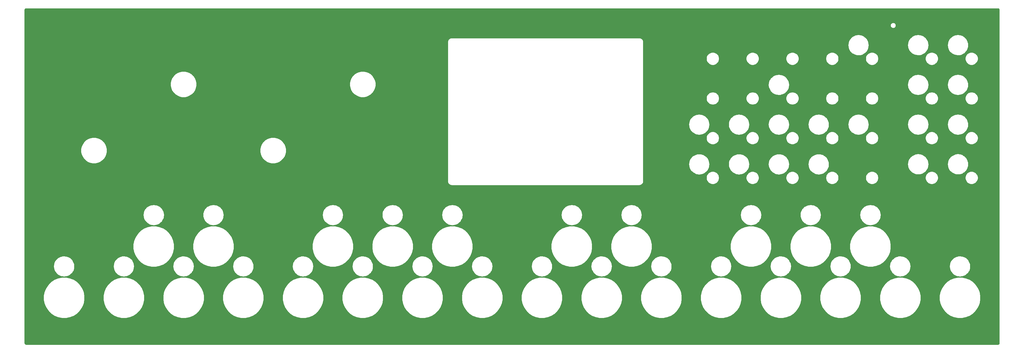
<source format=gbr>
%TF.GenerationSoftware,KiCad,Pcbnew,5.1.9*%
%TF.CreationDate,2021-03-31T15:24:55+02:00*%
%TF.ProjectId,OTTO-Beta-Front,4f54544f-2d42-4657-9461-2d46726f6e74,rev?*%
%TF.SameCoordinates,Original*%
%TF.FileFunction,Copper,L2,Bot*%
%TF.FilePolarity,Positive*%
%FSLAX46Y46*%
G04 Gerber Fmt 4.6, Leading zero omitted, Abs format (unit mm)*
G04 Created by KiCad (PCBNEW 5.1.9) date 2021-03-31 15:24:55*
%MOMM*%
%LPD*%
G01*
G04 APERTURE LIST*
%TA.AperFunction,NonConductor*%
%ADD10C,0.250000*%
%TD*%
%TA.AperFunction,NonConductor*%
%ADD11C,0.150000*%
%TD*%
G04 APERTURE END LIST*
D10*
X307737562Y-8758782D02*
X307802552Y-8778404D01*
X307862492Y-8810274D01*
X307915102Y-8853181D01*
X307958375Y-8905491D01*
X307990662Y-8965204D01*
X308010737Y-9030056D01*
X308020001Y-9118193D01*
X308020000Y-109777994D01*
X308011218Y-109867561D01*
X307991596Y-109932552D01*
X307959725Y-109992493D01*
X307916819Y-110045101D01*
X307864511Y-110088374D01*
X307804796Y-110120662D01*
X307739944Y-110140737D01*
X307651816Y-110150000D01*
X14752006Y-110150000D01*
X14662439Y-110141218D01*
X14597448Y-110121596D01*
X14537507Y-110089725D01*
X14484899Y-110046819D01*
X14441626Y-109994511D01*
X14409338Y-109934796D01*
X14389263Y-109869944D01*
X14380000Y-109781816D01*
X14380000Y-95486891D01*
X19975000Y-95486891D01*
X19975000Y-96713109D01*
X20214223Y-97915765D01*
X20683477Y-99048643D01*
X21364727Y-100068206D01*
X22231794Y-100935273D01*
X23251357Y-101616523D01*
X24384235Y-102085777D01*
X25586891Y-102325000D01*
X26813109Y-102325000D01*
X28015765Y-102085777D01*
X29148643Y-101616523D01*
X30168206Y-100935273D01*
X31035273Y-100068206D01*
X31716523Y-99048643D01*
X32185777Y-97915765D01*
X32425000Y-96713109D01*
X32425000Y-95486891D01*
X37975000Y-95486891D01*
X37975000Y-96713109D01*
X38214223Y-97915765D01*
X38683477Y-99048643D01*
X39364727Y-100068206D01*
X40231794Y-100935273D01*
X41251357Y-101616523D01*
X42384235Y-102085777D01*
X43586891Y-102325000D01*
X44813109Y-102325000D01*
X46015765Y-102085777D01*
X47148643Y-101616523D01*
X48168206Y-100935273D01*
X49035273Y-100068206D01*
X49716523Y-99048643D01*
X50185777Y-97915765D01*
X50425000Y-96713109D01*
X50425000Y-95486891D01*
X55975000Y-95486891D01*
X55975000Y-96713109D01*
X56214223Y-97915765D01*
X56683477Y-99048643D01*
X57364727Y-100068206D01*
X58231794Y-100935273D01*
X59251357Y-101616523D01*
X60384235Y-102085777D01*
X61586891Y-102325000D01*
X62813109Y-102325000D01*
X64015765Y-102085777D01*
X65148643Y-101616523D01*
X66168206Y-100935273D01*
X67035273Y-100068206D01*
X67716523Y-99048643D01*
X68185777Y-97915765D01*
X68425000Y-96713109D01*
X68425000Y-95486891D01*
X73975000Y-95486891D01*
X73975000Y-96713109D01*
X74214223Y-97915765D01*
X74683477Y-99048643D01*
X75364727Y-100068206D01*
X76231794Y-100935273D01*
X77251357Y-101616523D01*
X78384235Y-102085777D01*
X79586891Y-102325000D01*
X80813109Y-102325000D01*
X82015765Y-102085777D01*
X83148643Y-101616523D01*
X84168206Y-100935273D01*
X85035273Y-100068206D01*
X85716523Y-99048643D01*
X86185777Y-97915765D01*
X86425000Y-96713109D01*
X86425000Y-95486891D01*
X91975000Y-95486891D01*
X91975000Y-96713109D01*
X92214223Y-97915765D01*
X92683477Y-99048643D01*
X93364727Y-100068206D01*
X94231794Y-100935273D01*
X95251357Y-101616523D01*
X96384235Y-102085777D01*
X97586891Y-102325000D01*
X98813109Y-102325000D01*
X100015765Y-102085777D01*
X101148643Y-101616523D01*
X102168206Y-100935273D01*
X103035273Y-100068206D01*
X103716523Y-99048643D01*
X104185777Y-97915765D01*
X104425000Y-96713109D01*
X104425000Y-95486891D01*
X109975000Y-95486891D01*
X109975000Y-96713109D01*
X110214223Y-97915765D01*
X110683477Y-99048643D01*
X111364727Y-100068206D01*
X112231794Y-100935273D01*
X113251357Y-101616523D01*
X114384235Y-102085777D01*
X115586891Y-102325000D01*
X116813109Y-102325000D01*
X118015765Y-102085777D01*
X119148643Y-101616523D01*
X120168206Y-100935273D01*
X121035273Y-100068206D01*
X121716523Y-99048643D01*
X122185777Y-97915765D01*
X122425000Y-96713109D01*
X122425000Y-95486891D01*
X127975000Y-95486891D01*
X127975000Y-96713109D01*
X128214223Y-97915765D01*
X128683477Y-99048643D01*
X129364727Y-100068206D01*
X130231794Y-100935273D01*
X131251357Y-101616523D01*
X132384235Y-102085777D01*
X133586891Y-102325000D01*
X134813109Y-102325000D01*
X136015765Y-102085777D01*
X137148643Y-101616523D01*
X138168206Y-100935273D01*
X139035273Y-100068206D01*
X139716523Y-99048643D01*
X140185777Y-97915765D01*
X140425000Y-96713109D01*
X140425000Y-95486891D01*
X145975000Y-95486891D01*
X145975000Y-96713109D01*
X146214223Y-97915765D01*
X146683477Y-99048643D01*
X147364727Y-100068206D01*
X148231794Y-100935273D01*
X149251357Y-101616523D01*
X150384235Y-102085777D01*
X151586891Y-102325000D01*
X152813109Y-102325000D01*
X154015765Y-102085777D01*
X155148643Y-101616523D01*
X156168206Y-100935273D01*
X157035273Y-100068206D01*
X157716523Y-99048643D01*
X158185777Y-97915765D01*
X158425000Y-96713109D01*
X158425000Y-95486891D01*
X163975000Y-95486891D01*
X163975000Y-96713109D01*
X164214223Y-97915765D01*
X164683477Y-99048643D01*
X165364727Y-100068206D01*
X166231794Y-100935273D01*
X167251357Y-101616523D01*
X168384235Y-102085777D01*
X169586891Y-102325000D01*
X170813109Y-102325000D01*
X172015765Y-102085777D01*
X173148643Y-101616523D01*
X174168206Y-100935273D01*
X175035273Y-100068206D01*
X175716523Y-99048643D01*
X176185777Y-97915765D01*
X176425000Y-96713109D01*
X176425000Y-95486891D01*
X181975000Y-95486891D01*
X181975000Y-96713109D01*
X182214223Y-97915765D01*
X182683477Y-99048643D01*
X183364727Y-100068206D01*
X184231794Y-100935273D01*
X185251357Y-101616523D01*
X186384235Y-102085777D01*
X187586891Y-102325000D01*
X188813109Y-102325000D01*
X190015765Y-102085777D01*
X191148643Y-101616523D01*
X192168206Y-100935273D01*
X193035273Y-100068206D01*
X193716523Y-99048643D01*
X194185777Y-97915765D01*
X194425000Y-96713109D01*
X194425000Y-95486891D01*
X199975000Y-95486891D01*
X199975000Y-96713109D01*
X200214223Y-97915765D01*
X200683477Y-99048643D01*
X201364727Y-100068206D01*
X202231794Y-100935273D01*
X203251357Y-101616523D01*
X204384235Y-102085777D01*
X205586891Y-102325000D01*
X206813109Y-102325000D01*
X208015765Y-102085777D01*
X209148643Y-101616523D01*
X210168206Y-100935273D01*
X211035273Y-100068206D01*
X211716523Y-99048643D01*
X212185777Y-97915765D01*
X212425000Y-96713109D01*
X212425000Y-95486891D01*
X217975000Y-95486891D01*
X217975000Y-96713109D01*
X218214223Y-97915765D01*
X218683477Y-99048643D01*
X219364727Y-100068206D01*
X220231794Y-100935273D01*
X221251357Y-101616523D01*
X222384235Y-102085777D01*
X223586891Y-102325000D01*
X224813109Y-102325000D01*
X226015765Y-102085777D01*
X227148643Y-101616523D01*
X228168206Y-100935273D01*
X229035273Y-100068206D01*
X229716523Y-99048643D01*
X230185777Y-97915765D01*
X230425000Y-96713109D01*
X230425000Y-95486891D01*
X235975000Y-95486891D01*
X235975000Y-96713109D01*
X236214223Y-97915765D01*
X236683477Y-99048643D01*
X237364727Y-100068206D01*
X238231794Y-100935273D01*
X239251357Y-101616523D01*
X240384235Y-102085777D01*
X241586891Y-102325000D01*
X242813109Y-102325000D01*
X244015765Y-102085777D01*
X245148643Y-101616523D01*
X246168206Y-100935273D01*
X247035273Y-100068206D01*
X247716523Y-99048643D01*
X248185777Y-97915765D01*
X248425000Y-96713109D01*
X248425000Y-95486891D01*
X253975000Y-95486891D01*
X253975000Y-96713109D01*
X254214223Y-97915765D01*
X254683477Y-99048643D01*
X255364727Y-100068206D01*
X256231794Y-100935273D01*
X257251357Y-101616523D01*
X258384235Y-102085777D01*
X259586891Y-102325000D01*
X260813109Y-102325000D01*
X262015765Y-102085777D01*
X263148643Y-101616523D01*
X264168206Y-100935273D01*
X265035273Y-100068206D01*
X265716523Y-99048643D01*
X266185777Y-97915765D01*
X266425000Y-96713109D01*
X266425000Y-95486891D01*
X271975000Y-95486891D01*
X271975000Y-96713109D01*
X272214223Y-97915765D01*
X272683477Y-99048643D01*
X273364727Y-100068206D01*
X274231794Y-100935273D01*
X275251357Y-101616523D01*
X276384235Y-102085777D01*
X277586891Y-102325000D01*
X278813109Y-102325000D01*
X280015765Y-102085777D01*
X281148643Y-101616523D01*
X282168206Y-100935273D01*
X283035273Y-100068206D01*
X283716523Y-99048643D01*
X284185777Y-97915765D01*
X284425000Y-96713109D01*
X284425000Y-95486891D01*
X289975000Y-95486891D01*
X289975000Y-96713109D01*
X290214223Y-97915765D01*
X290683477Y-99048643D01*
X291364727Y-100068206D01*
X292231794Y-100935273D01*
X293251357Y-101616523D01*
X294384235Y-102085777D01*
X295586891Y-102325000D01*
X296813109Y-102325000D01*
X298015765Y-102085777D01*
X299148643Y-101616523D01*
X300168206Y-100935273D01*
X301035273Y-100068206D01*
X301716523Y-99048643D01*
X302185777Y-97915765D01*
X302425000Y-96713109D01*
X302425000Y-95486891D01*
X302185777Y-94284235D01*
X301716523Y-93151357D01*
X301035273Y-92131794D01*
X300168206Y-91264727D01*
X299148643Y-90583477D01*
X298015765Y-90114223D01*
X296813109Y-89875000D01*
X295586891Y-89875000D01*
X294384235Y-90114223D01*
X293251357Y-90583477D01*
X292231794Y-91264727D01*
X291364727Y-92131794D01*
X290683477Y-93151357D01*
X290214223Y-94284235D01*
X289975000Y-95486891D01*
X284425000Y-95486891D01*
X284185777Y-94284235D01*
X283716523Y-93151357D01*
X283035273Y-92131794D01*
X282168206Y-91264727D01*
X281148643Y-90583477D01*
X280015765Y-90114223D01*
X278813109Y-89875000D01*
X277586891Y-89875000D01*
X276384235Y-90114223D01*
X275251357Y-90583477D01*
X274231794Y-91264727D01*
X273364727Y-92131794D01*
X272683477Y-93151357D01*
X272214223Y-94284235D01*
X271975000Y-95486891D01*
X266425000Y-95486891D01*
X266185777Y-94284235D01*
X265716523Y-93151357D01*
X265035273Y-92131794D01*
X264168206Y-91264727D01*
X263148643Y-90583477D01*
X262015765Y-90114223D01*
X260813109Y-89875000D01*
X259586891Y-89875000D01*
X258384235Y-90114223D01*
X257251357Y-90583477D01*
X256231794Y-91264727D01*
X255364727Y-92131794D01*
X254683477Y-93151357D01*
X254214223Y-94284235D01*
X253975000Y-95486891D01*
X248425000Y-95486891D01*
X248185777Y-94284235D01*
X247716523Y-93151357D01*
X247035273Y-92131794D01*
X246168206Y-91264727D01*
X245148643Y-90583477D01*
X244015765Y-90114223D01*
X242813109Y-89875000D01*
X241586891Y-89875000D01*
X240384235Y-90114223D01*
X239251357Y-90583477D01*
X238231794Y-91264727D01*
X237364727Y-92131794D01*
X236683477Y-93151357D01*
X236214223Y-94284235D01*
X235975000Y-95486891D01*
X230425000Y-95486891D01*
X230185777Y-94284235D01*
X229716523Y-93151357D01*
X229035273Y-92131794D01*
X228168206Y-91264727D01*
X227148643Y-90583477D01*
X226015765Y-90114223D01*
X224813109Y-89875000D01*
X223586891Y-89875000D01*
X222384235Y-90114223D01*
X221251357Y-90583477D01*
X220231794Y-91264727D01*
X219364727Y-92131794D01*
X218683477Y-93151357D01*
X218214223Y-94284235D01*
X217975000Y-95486891D01*
X212425000Y-95486891D01*
X212185777Y-94284235D01*
X211716523Y-93151357D01*
X211035273Y-92131794D01*
X210168206Y-91264727D01*
X209148643Y-90583477D01*
X208015765Y-90114223D01*
X206813109Y-89875000D01*
X205586891Y-89875000D01*
X204384235Y-90114223D01*
X203251357Y-90583477D01*
X202231794Y-91264727D01*
X201364727Y-92131794D01*
X200683477Y-93151357D01*
X200214223Y-94284235D01*
X199975000Y-95486891D01*
X194425000Y-95486891D01*
X194185777Y-94284235D01*
X193716523Y-93151357D01*
X193035273Y-92131794D01*
X192168206Y-91264727D01*
X191148643Y-90583477D01*
X190015765Y-90114223D01*
X188813109Y-89875000D01*
X187586891Y-89875000D01*
X186384235Y-90114223D01*
X185251357Y-90583477D01*
X184231794Y-91264727D01*
X183364727Y-92131794D01*
X182683477Y-93151357D01*
X182214223Y-94284235D01*
X181975000Y-95486891D01*
X176425000Y-95486891D01*
X176185777Y-94284235D01*
X175716523Y-93151357D01*
X175035273Y-92131794D01*
X174168206Y-91264727D01*
X173148643Y-90583477D01*
X172015765Y-90114223D01*
X170813109Y-89875000D01*
X169586891Y-89875000D01*
X168384235Y-90114223D01*
X167251357Y-90583477D01*
X166231794Y-91264727D01*
X165364727Y-92131794D01*
X164683477Y-93151357D01*
X164214223Y-94284235D01*
X163975000Y-95486891D01*
X158425000Y-95486891D01*
X158185777Y-94284235D01*
X157716523Y-93151357D01*
X157035273Y-92131794D01*
X156168206Y-91264727D01*
X155148643Y-90583477D01*
X154015765Y-90114223D01*
X152813109Y-89875000D01*
X151586891Y-89875000D01*
X150384235Y-90114223D01*
X149251357Y-90583477D01*
X148231794Y-91264727D01*
X147364727Y-92131794D01*
X146683477Y-93151357D01*
X146214223Y-94284235D01*
X145975000Y-95486891D01*
X140425000Y-95486891D01*
X140185777Y-94284235D01*
X139716523Y-93151357D01*
X139035273Y-92131794D01*
X138168206Y-91264727D01*
X137148643Y-90583477D01*
X136015765Y-90114223D01*
X134813109Y-89875000D01*
X133586891Y-89875000D01*
X132384235Y-90114223D01*
X131251357Y-90583477D01*
X130231794Y-91264727D01*
X129364727Y-92131794D01*
X128683477Y-93151357D01*
X128214223Y-94284235D01*
X127975000Y-95486891D01*
X122425000Y-95486891D01*
X122185777Y-94284235D01*
X121716523Y-93151357D01*
X121035273Y-92131794D01*
X120168206Y-91264727D01*
X119148643Y-90583477D01*
X118015765Y-90114223D01*
X116813109Y-89875000D01*
X115586891Y-89875000D01*
X114384235Y-90114223D01*
X113251357Y-90583477D01*
X112231794Y-91264727D01*
X111364727Y-92131794D01*
X110683477Y-93151357D01*
X110214223Y-94284235D01*
X109975000Y-95486891D01*
X104425000Y-95486891D01*
X104185777Y-94284235D01*
X103716523Y-93151357D01*
X103035273Y-92131794D01*
X102168206Y-91264727D01*
X101148643Y-90583477D01*
X100015765Y-90114223D01*
X98813109Y-89875000D01*
X97586891Y-89875000D01*
X96384235Y-90114223D01*
X95251357Y-90583477D01*
X94231794Y-91264727D01*
X93364727Y-92131794D01*
X92683477Y-93151357D01*
X92214223Y-94284235D01*
X91975000Y-95486891D01*
X86425000Y-95486891D01*
X86185777Y-94284235D01*
X85716523Y-93151357D01*
X85035273Y-92131794D01*
X84168206Y-91264727D01*
X83148643Y-90583477D01*
X82015765Y-90114223D01*
X80813109Y-89875000D01*
X79586891Y-89875000D01*
X78384235Y-90114223D01*
X77251357Y-90583477D01*
X76231794Y-91264727D01*
X75364727Y-92131794D01*
X74683477Y-93151357D01*
X74214223Y-94284235D01*
X73975000Y-95486891D01*
X68425000Y-95486891D01*
X68185777Y-94284235D01*
X67716523Y-93151357D01*
X67035273Y-92131794D01*
X66168206Y-91264727D01*
X65148643Y-90583477D01*
X64015765Y-90114223D01*
X62813109Y-89875000D01*
X61586891Y-89875000D01*
X60384235Y-90114223D01*
X59251357Y-90583477D01*
X58231794Y-91264727D01*
X57364727Y-92131794D01*
X56683477Y-93151357D01*
X56214223Y-94284235D01*
X55975000Y-95486891D01*
X50425000Y-95486891D01*
X50185777Y-94284235D01*
X49716523Y-93151357D01*
X49035273Y-92131794D01*
X48168206Y-91264727D01*
X47148643Y-90583477D01*
X46015765Y-90114223D01*
X44813109Y-89875000D01*
X43586891Y-89875000D01*
X42384235Y-90114223D01*
X41251357Y-90583477D01*
X40231794Y-91264727D01*
X39364727Y-92131794D01*
X38683477Y-93151357D01*
X38214223Y-94284235D01*
X37975000Y-95486891D01*
X32425000Y-95486891D01*
X32185777Y-94284235D01*
X31716523Y-93151357D01*
X31035273Y-92131794D01*
X30168206Y-91264727D01*
X29148643Y-90583477D01*
X28015765Y-90114223D01*
X26813109Y-89875000D01*
X25586891Y-89875000D01*
X24384235Y-90114223D01*
X23251357Y-90583477D01*
X22231794Y-91264727D01*
X21364727Y-92131794D01*
X20683477Y-93151357D01*
X20214223Y-94284235D01*
X19975000Y-95486891D01*
X14380000Y-95486891D01*
X14380000Y-86586196D01*
X23000765Y-86586196D01*
X23000965Y-86615504D01*
X23075965Y-87215504D01*
X23080000Y-87235000D01*
X23255000Y-87835000D01*
X23265473Y-87860240D01*
X23540473Y-88360240D01*
X23551890Y-88377456D01*
X23926890Y-88852456D01*
X23947544Y-88873110D01*
X24422544Y-89248110D01*
X24439760Y-89259527D01*
X24939760Y-89534527D01*
X24965660Y-89545190D01*
X25490660Y-89695190D01*
X25511196Y-89699235D01*
X26186196Y-89774235D01*
X26213804Y-89774235D01*
X26888804Y-89699235D01*
X26914528Y-89693585D01*
X27439528Y-89518585D01*
X27455902Y-89511803D01*
X27955902Y-89261803D01*
X27980023Y-89246028D01*
X28430023Y-88871028D01*
X28438388Y-88863388D01*
X28638388Y-88663388D01*
X28647609Y-88653087D01*
X28847609Y-88403087D01*
X28859527Y-88385240D01*
X29134527Y-87885240D01*
X29145000Y-87860000D01*
X29320000Y-87260000D01*
X29324602Y-87234968D01*
X29374602Y-86609968D01*
X29374632Y-86590413D01*
X29374308Y-86586196D01*
X41000765Y-86586196D01*
X41000965Y-86615504D01*
X41075965Y-87215504D01*
X41080000Y-87235000D01*
X41255000Y-87835000D01*
X41265473Y-87860240D01*
X41540473Y-88360240D01*
X41551890Y-88377456D01*
X41926890Y-88852456D01*
X41947544Y-88873110D01*
X42422544Y-89248110D01*
X42439760Y-89259527D01*
X42939760Y-89534527D01*
X42965660Y-89545190D01*
X43490660Y-89695190D01*
X43511196Y-89699235D01*
X44186196Y-89774235D01*
X44213804Y-89774235D01*
X44888804Y-89699235D01*
X44914528Y-89693585D01*
X45439528Y-89518585D01*
X45455902Y-89511803D01*
X45955902Y-89261803D01*
X45980023Y-89246028D01*
X46430023Y-88871028D01*
X46438388Y-88863388D01*
X46638388Y-88663388D01*
X46647609Y-88653087D01*
X46847609Y-88403087D01*
X46859527Y-88385240D01*
X47134527Y-87885240D01*
X47145000Y-87860000D01*
X47320000Y-87260000D01*
X47324602Y-87234968D01*
X47374602Y-86609968D01*
X47374632Y-86590413D01*
X47324632Y-85940413D01*
X47317474Y-85907282D01*
X47117474Y-85357282D01*
X47111803Y-85344098D01*
X46861803Y-84844098D01*
X46845242Y-84819044D01*
X46420242Y-84319044D01*
X46400931Y-84300705D01*
X45975931Y-83975705D01*
X45960240Y-83965473D01*
X45460240Y-83690473D01*
X45437900Y-83680884D01*
X44887900Y-83505884D01*
X44864328Y-83500824D01*
X44214328Y-83425824D01*
X44189619Y-83425432D01*
X43589619Y-83475432D01*
X43565000Y-83480000D01*
X42965000Y-83655000D01*
X42939760Y-83665473D01*
X42439760Y-83940473D01*
X42422544Y-83951890D01*
X41947544Y-84326890D01*
X41928972Y-84344977D01*
X41553972Y-84794977D01*
X41540473Y-84814760D01*
X41265473Y-85314760D01*
X41255884Y-85337100D01*
X41080884Y-85887100D01*
X41075765Y-85911196D01*
X41000765Y-86586196D01*
X29374308Y-86586196D01*
X29324632Y-85940413D01*
X29317474Y-85907282D01*
X29117474Y-85357282D01*
X29111803Y-85344098D01*
X28861803Y-84844098D01*
X28845242Y-84819044D01*
X28420242Y-84319044D01*
X28400931Y-84300705D01*
X27975931Y-83975705D01*
X27960240Y-83965473D01*
X27460240Y-83690473D01*
X27437900Y-83680884D01*
X26887900Y-83505884D01*
X26864328Y-83500824D01*
X26214328Y-83425824D01*
X26189619Y-83425432D01*
X25589619Y-83475432D01*
X25565000Y-83480000D01*
X24965000Y-83655000D01*
X24939760Y-83665473D01*
X24439760Y-83940473D01*
X24422544Y-83951890D01*
X23947544Y-84326890D01*
X23928972Y-84344977D01*
X23553972Y-84794977D01*
X23540473Y-84814760D01*
X23265473Y-85314760D01*
X23255884Y-85337100D01*
X23080884Y-85887100D01*
X23075765Y-85911196D01*
X23000765Y-86586196D01*
X14380000Y-86586196D01*
X14380000Y-79986891D01*
X46975000Y-79986891D01*
X46975000Y-81213109D01*
X47214223Y-82415765D01*
X47683477Y-83548643D01*
X48364727Y-84568206D01*
X49231794Y-85435273D01*
X50251357Y-86116523D01*
X51384235Y-86585777D01*
X52586891Y-86825000D01*
X53813109Y-86825000D01*
X55013658Y-86586196D01*
X59000765Y-86586196D01*
X59000965Y-86615504D01*
X59075965Y-87215504D01*
X59080000Y-87235000D01*
X59255000Y-87835000D01*
X59265473Y-87860240D01*
X59540473Y-88360240D01*
X59551890Y-88377456D01*
X59926890Y-88852456D01*
X59947544Y-88873110D01*
X60422544Y-89248110D01*
X60439760Y-89259527D01*
X60939760Y-89534527D01*
X60965660Y-89545190D01*
X61490660Y-89695190D01*
X61511196Y-89699235D01*
X62186196Y-89774235D01*
X62213804Y-89774235D01*
X62888804Y-89699235D01*
X62914528Y-89693585D01*
X63439528Y-89518585D01*
X63455902Y-89511803D01*
X63955902Y-89261803D01*
X63980023Y-89246028D01*
X64430023Y-88871028D01*
X64438388Y-88863388D01*
X64638388Y-88663388D01*
X64647609Y-88653087D01*
X64847609Y-88403087D01*
X64859527Y-88385240D01*
X65134527Y-87885240D01*
X65145000Y-87860000D01*
X65320000Y-87260000D01*
X65324602Y-87234968D01*
X65374602Y-86609968D01*
X65374632Y-86590413D01*
X65324632Y-85940413D01*
X65317474Y-85907282D01*
X65117474Y-85357282D01*
X65111803Y-85344098D01*
X64861803Y-84844098D01*
X64845242Y-84819044D01*
X64420242Y-84319044D01*
X64400931Y-84300705D01*
X63975931Y-83975705D01*
X63960240Y-83965473D01*
X63460240Y-83690473D01*
X63437900Y-83680884D01*
X62887900Y-83505884D01*
X62864328Y-83500824D01*
X62214328Y-83425824D01*
X62189619Y-83425432D01*
X61589619Y-83475432D01*
X61565000Y-83480000D01*
X60965000Y-83655000D01*
X60939760Y-83665473D01*
X60439760Y-83940473D01*
X60422544Y-83951890D01*
X59947544Y-84326890D01*
X59928972Y-84344977D01*
X59553972Y-84794977D01*
X59540473Y-84814760D01*
X59265473Y-85314760D01*
X59255884Y-85337100D01*
X59080884Y-85887100D01*
X59075765Y-85911196D01*
X59000765Y-86586196D01*
X55013658Y-86586196D01*
X55015765Y-86585777D01*
X56148643Y-86116523D01*
X57168206Y-85435273D01*
X58035273Y-84568206D01*
X58716523Y-83548643D01*
X59185777Y-82415765D01*
X59425000Y-81213109D01*
X59425000Y-79986891D01*
X64975000Y-79986891D01*
X64975000Y-81213109D01*
X65214223Y-82415765D01*
X65683477Y-83548643D01*
X66364727Y-84568206D01*
X67231794Y-85435273D01*
X68251357Y-86116523D01*
X69384235Y-86585777D01*
X70586891Y-86825000D01*
X71813109Y-86825000D01*
X73013658Y-86586196D01*
X77000765Y-86586196D01*
X77000965Y-86615504D01*
X77075965Y-87215504D01*
X77080000Y-87235000D01*
X77255000Y-87835000D01*
X77265473Y-87860240D01*
X77540473Y-88360240D01*
X77551890Y-88377456D01*
X77926890Y-88852456D01*
X77947544Y-88873110D01*
X78422544Y-89248110D01*
X78439760Y-89259527D01*
X78939760Y-89534527D01*
X78965660Y-89545190D01*
X79490660Y-89695190D01*
X79511196Y-89699235D01*
X80186196Y-89774235D01*
X80213804Y-89774235D01*
X80888804Y-89699235D01*
X80914528Y-89693585D01*
X81439528Y-89518585D01*
X81455902Y-89511803D01*
X81955902Y-89261803D01*
X81980023Y-89246028D01*
X82430023Y-88871028D01*
X82438388Y-88863388D01*
X82638388Y-88663388D01*
X82647609Y-88653087D01*
X82847609Y-88403087D01*
X82859527Y-88385240D01*
X83134527Y-87885240D01*
X83145000Y-87860000D01*
X83320000Y-87260000D01*
X83324602Y-87234968D01*
X83374602Y-86609968D01*
X83374632Y-86590413D01*
X83374308Y-86586196D01*
X95000765Y-86586196D01*
X95000965Y-86615504D01*
X95075965Y-87215504D01*
X95080000Y-87235000D01*
X95255000Y-87835000D01*
X95265473Y-87860240D01*
X95540473Y-88360240D01*
X95551890Y-88377456D01*
X95926890Y-88852456D01*
X95947544Y-88873110D01*
X96422544Y-89248110D01*
X96439760Y-89259527D01*
X96939760Y-89534527D01*
X96965660Y-89545190D01*
X97490660Y-89695190D01*
X97511196Y-89699235D01*
X98186196Y-89774235D01*
X98213804Y-89774235D01*
X98888804Y-89699235D01*
X98914528Y-89693585D01*
X99439528Y-89518585D01*
X99455902Y-89511803D01*
X99955902Y-89261803D01*
X99980023Y-89246028D01*
X100430023Y-88871028D01*
X100438388Y-88863388D01*
X100638388Y-88663388D01*
X100647609Y-88653087D01*
X100847609Y-88403087D01*
X100859527Y-88385240D01*
X101134527Y-87885240D01*
X101145000Y-87860000D01*
X101320000Y-87260000D01*
X101324602Y-87234968D01*
X101374602Y-86609968D01*
X101374632Y-86590413D01*
X101324632Y-85940413D01*
X101317474Y-85907282D01*
X101117474Y-85357282D01*
X101111803Y-85344098D01*
X100861803Y-84844098D01*
X100845242Y-84819044D01*
X100420242Y-84319044D01*
X100400931Y-84300705D01*
X99975931Y-83975705D01*
X99960240Y-83965473D01*
X99460240Y-83690473D01*
X99437900Y-83680884D01*
X98887900Y-83505884D01*
X98864328Y-83500824D01*
X98214328Y-83425824D01*
X98189619Y-83425432D01*
X97589619Y-83475432D01*
X97565000Y-83480000D01*
X96965000Y-83655000D01*
X96939760Y-83665473D01*
X96439760Y-83940473D01*
X96422544Y-83951890D01*
X95947544Y-84326890D01*
X95928972Y-84344977D01*
X95553972Y-84794977D01*
X95540473Y-84814760D01*
X95265473Y-85314760D01*
X95255884Y-85337100D01*
X95080884Y-85887100D01*
X95075765Y-85911196D01*
X95000765Y-86586196D01*
X83374308Y-86586196D01*
X83324632Y-85940413D01*
X83317474Y-85907282D01*
X83117474Y-85357282D01*
X83111803Y-85344098D01*
X82861803Y-84844098D01*
X82845242Y-84819044D01*
X82420242Y-84319044D01*
X82400931Y-84300705D01*
X81975931Y-83975705D01*
X81960240Y-83965473D01*
X81460240Y-83690473D01*
X81437900Y-83680884D01*
X80887900Y-83505884D01*
X80864328Y-83500824D01*
X80214328Y-83425824D01*
X80189619Y-83425432D01*
X79589619Y-83475432D01*
X79565000Y-83480000D01*
X78965000Y-83655000D01*
X78939760Y-83665473D01*
X78439760Y-83940473D01*
X78422544Y-83951890D01*
X77947544Y-84326890D01*
X77928972Y-84344977D01*
X77553972Y-84794977D01*
X77540473Y-84814760D01*
X77265473Y-85314760D01*
X77255884Y-85337100D01*
X77080884Y-85887100D01*
X77075765Y-85911196D01*
X77000765Y-86586196D01*
X73013658Y-86586196D01*
X73015765Y-86585777D01*
X74148643Y-86116523D01*
X75168206Y-85435273D01*
X76035273Y-84568206D01*
X76716523Y-83548643D01*
X77185777Y-82415765D01*
X77425000Y-81213109D01*
X77425000Y-79986891D01*
X100975000Y-79986891D01*
X100975000Y-81213109D01*
X101214223Y-82415765D01*
X101683477Y-83548643D01*
X102364727Y-84568206D01*
X103231794Y-85435273D01*
X104251357Y-86116523D01*
X105384235Y-86585777D01*
X106586891Y-86825000D01*
X107813109Y-86825000D01*
X109013658Y-86586196D01*
X113000765Y-86586196D01*
X113000965Y-86615504D01*
X113075965Y-87215504D01*
X113080000Y-87235000D01*
X113255000Y-87835000D01*
X113265473Y-87860240D01*
X113540473Y-88360240D01*
X113551890Y-88377456D01*
X113926890Y-88852456D01*
X113947544Y-88873110D01*
X114422544Y-89248110D01*
X114439760Y-89259527D01*
X114939760Y-89534527D01*
X114965660Y-89545190D01*
X115490660Y-89695190D01*
X115511196Y-89699235D01*
X116186196Y-89774235D01*
X116213804Y-89774235D01*
X116888804Y-89699235D01*
X116914528Y-89693585D01*
X117439528Y-89518585D01*
X117455902Y-89511803D01*
X117955902Y-89261803D01*
X117980023Y-89246028D01*
X118430023Y-88871028D01*
X118438388Y-88863388D01*
X118638388Y-88663388D01*
X118647609Y-88653087D01*
X118847609Y-88403087D01*
X118859527Y-88385240D01*
X119134527Y-87885240D01*
X119145000Y-87860000D01*
X119320000Y-87260000D01*
X119324602Y-87234968D01*
X119374602Y-86609968D01*
X119374632Y-86590413D01*
X119324632Y-85940413D01*
X119317474Y-85907282D01*
X119117474Y-85357282D01*
X119111803Y-85344098D01*
X118861803Y-84844098D01*
X118845242Y-84819044D01*
X118420242Y-84319044D01*
X118400931Y-84300705D01*
X117975931Y-83975705D01*
X117960240Y-83965473D01*
X117460240Y-83690473D01*
X117437900Y-83680884D01*
X116887900Y-83505884D01*
X116864328Y-83500824D01*
X116214328Y-83425824D01*
X116189619Y-83425432D01*
X115589619Y-83475432D01*
X115565000Y-83480000D01*
X114965000Y-83655000D01*
X114939760Y-83665473D01*
X114439760Y-83940473D01*
X114422544Y-83951890D01*
X113947544Y-84326890D01*
X113928972Y-84344977D01*
X113553972Y-84794977D01*
X113540473Y-84814760D01*
X113265473Y-85314760D01*
X113255884Y-85337100D01*
X113080884Y-85887100D01*
X113075765Y-85911196D01*
X113000765Y-86586196D01*
X109013658Y-86586196D01*
X109015765Y-86585777D01*
X110148643Y-86116523D01*
X111168206Y-85435273D01*
X112035273Y-84568206D01*
X112716523Y-83548643D01*
X113185777Y-82415765D01*
X113425000Y-81213109D01*
X113425000Y-79986891D01*
X118975000Y-79986891D01*
X118975000Y-81213109D01*
X119214223Y-82415765D01*
X119683477Y-83548643D01*
X120364727Y-84568206D01*
X121231794Y-85435273D01*
X122251357Y-86116523D01*
X123384235Y-86585777D01*
X124586891Y-86825000D01*
X125813109Y-86825000D01*
X127013658Y-86586196D01*
X131000765Y-86586196D01*
X131000965Y-86615504D01*
X131075965Y-87215504D01*
X131080000Y-87235000D01*
X131255000Y-87835000D01*
X131265473Y-87860240D01*
X131540473Y-88360240D01*
X131551890Y-88377456D01*
X131926890Y-88852456D01*
X131947544Y-88873110D01*
X132422544Y-89248110D01*
X132439760Y-89259527D01*
X132939760Y-89534527D01*
X132965660Y-89545190D01*
X133490660Y-89695190D01*
X133511196Y-89699235D01*
X134186196Y-89774235D01*
X134213804Y-89774235D01*
X134888804Y-89699235D01*
X134914528Y-89693585D01*
X135439528Y-89518585D01*
X135455902Y-89511803D01*
X135955902Y-89261803D01*
X135980023Y-89246028D01*
X136430023Y-88871028D01*
X136438388Y-88863388D01*
X136638388Y-88663388D01*
X136647609Y-88653087D01*
X136847609Y-88403087D01*
X136859527Y-88385240D01*
X137134527Y-87885240D01*
X137145000Y-87860000D01*
X137320000Y-87260000D01*
X137324602Y-87234968D01*
X137374602Y-86609968D01*
X137374632Y-86590413D01*
X137324632Y-85940413D01*
X137317474Y-85907282D01*
X137117474Y-85357282D01*
X137111803Y-85344098D01*
X136861803Y-84844098D01*
X136845242Y-84819044D01*
X136420242Y-84319044D01*
X136400931Y-84300705D01*
X135975931Y-83975705D01*
X135960240Y-83965473D01*
X135460240Y-83690473D01*
X135437900Y-83680884D01*
X134887900Y-83505884D01*
X134864328Y-83500824D01*
X134214328Y-83425824D01*
X134189619Y-83425432D01*
X133589619Y-83475432D01*
X133565000Y-83480000D01*
X132965000Y-83655000D01*
X132939760Y-83665473D01*
X132439760Y-83940473D01*
X132422544Y-83951890D01*
X131947544Y-84326890D01*
X131928972Y-84344977D01*
X131553972Y-84794977D01*
X131540473Y-84814760D01*
X131265473Y-85314760D01*
X131255884Y-85337100D01*
X131080884Y-85887100D01*
X131075765Y-85911196D01*
X131000765Y-86586196D01*
X127013658Y-86586196D01*
X127015765Y-86585777D01*
X128148643Y-86116523D01*
X129168206Y-85435273D01*
X130035273Y-84568206D01*
X130716523Y-83548643D01*
X131185777Y-82415765D01*
X131425000Y-81213109D01*
X131425000Y-79986891D01*
X136975000Y-79986891D01*
X136975000Y-81213109D01*
X137214223Y-82415765D01*
X137683477Y-83548643D01*
X138364727Y-84568206D01*
X139231794Y-85435273D01*
X140251357Y-86116523D01*
X141384235Y-86585777D01*
X142586891Y-86825000D01*
X143813109Y-86825000D01*
X145013658Y-86586196D01*
X149000765Y-86586196D01*
X149000965Y-86615504D01*
X149075965Y-87215504D01*
X149080000Y-87235000D01*
X149255000Y-87835000D01*
X149265473Y-87860240D01*
X149540473Y-88360240D01*
X149551890Y-88377456D01*
X149926890Y-88852456D01*
X149947544Y-88873110D01*
X150422544Y-89248110D01*
X150439760Y-89259527D01*
X150939760Y-89534527D01*
X150965660Y-89545190D01*
X151490660Y-89695190D01*
X151511196Y-89699235D01*
X152186196Y-89774235D01*
X152213804Y-89774235D01*
X152888804Y-89699235D01*
X152914528Y-89693585D01*
X153439528Y-89518585D01*
X153455902Y-89511803D01*
X153955902Y-89261803D01*
X153980023Y-89246028D01*
X154430023Y-88871028D01*
X154438388Y-88863388D01*
X154638388Y-88663388D01*
X154647609Y-88653087D01*
X154847609Y-88403087D01*
X154859527Y-88385240D01*
X155134527Y-87885240D01*
X155145000Y-87860000D01*
X155320000Y-87260000D01*
X155324602Y-87234968D01*
X155374602Y-86609968D01*
X155374632Y-86590413D01*
X155374308Y-86586196D01*
X167000765Y-86586196D01*
X167000965Y-86615504D01*
X167075965Y-87215504D01*
X167080000Y-87235000D01*
X167255000Y-87835000D01*
X167265473Y-87860240D01*
X167540473Y-88360240D01*
X167551890Y-88377456D01*
X167926890Y-88852456D01*
X167947544Y-88873110D01*
X168422544Y-89248110D01*
X168439760Y-89259527D01*
X168939760Y-89534527D01*
X168965660Y-89545190D01*
X169490660Y-89695190D01*
X169511196Y-89699235D01*
X170186196Y-89774235D01*
X170213804Y-89774235D01*
X170888804Y-89699235D01*
X170914528Y-89693585D01*
X171439528Y-89518585D01*
X171455902Y-89511803D01*
X171955902Y-89261803D01*
X171980023Y-89246028D01*
X172430023Y-88871028D01*
X172438388Y-88863388D01*
X172638388Y-88663388D01*
X172647609Y-88653087D01*
X172847609Y-88403087D01*
X172859527Y-88385240D01*
X173134527Y-87885240D01*
X173145000Y-87860000D01*
X173320000Y-87260000D01*
X173324602Y-87234968D01*
X173374602Y-86609968D01*
X173374632Y-86590413D01*
X173324632Y-85940413D01*
X173317474Y-85907282D01*
X173117474Y-85357282D01*
X173111803Y-85344098D01*
X172861803Y-84844098D01*
X172845242Y-84819044D01*
X172420242Y-84319044D01*
X172400931Y-84300705D01*
X171975931Y-83975705D01*
X171960240Y-83965473D01*
X171460240Y-83690473D01*
X171437900Y-83680884D01*
X170887900Y-83505884D01*
X170864328Y-83500824D01*
X170214328Y-83425824D01*
X170189619Y-83425432D01*
X169589619Y-83475432D01*
X169565000Y-83480000D01*
X168965000Y-83655000D01*
X168939760Y-83665473D01*
X168439760Y-83940473D01*
X168422544Y-83951890D01*
X167947544Y-84326890D01*
X167928972Y-84344977D01*
X167553972Y-84794977D01*
X167540473Y-84814760D01*
X167265473Y-85314760D01*
X167255884Y-85337100D01*
X167080884Y-85887100D01*
X167075765Y-85911196D01*
X167000765Y-86586196D01*
X155374308Y-86586196D01*
X155324632Y-85940413D01*
X155317474Y-85907282D01*
X155117474Y-85357282D01*
X155111803Y-85344098D01*
X154861803Y-84844098D01*
X154845242Y-84819044D01*
X154420242Y-84319044D01*
X154400931Y-84300705D01*
X153975931Y-83975705D01*
X153960240Y-83965473D01*
X153460240Y-83690473D01*
X153437900Y-83680884D01*
X152887900Y-83505884D01*
X152864328Y-83500824D01*
X152214328Y-83425824D01*
X152189619Y-83425432D01*
X151589619Y-83475432D01*
X151565000Y-83480000D01*
X150965000Y-83655000D01*
X150939760Y-83665473D01*
X150439760Y-83940473D01*
X150422544Y-83951890D01*
X149947544Y-84326890D01*
X149928972Y-84344977D01*
X149553972Y-84794977D01*
X149540473Y-84814760D01*
X149265473Y-85314760D01*
X149255884Y-85337100D01*
X149080884Y-85887100D01*
X149075765Y-85911196D01*
X149000765Y-86586196D01*
X145013658Y-86586196D01*
X145015765Y-86585777D01*
X146148643Y-86116523D01*
X147168206Y-85435273D01*
X148035273Y-84568206D01*
X148716523Y-83548643D01*
X149185777Y-82415765D01*
X149425000Y-81213109D01*
X149425000Y-79986891D01*
X172975000Y-79986891D01*
X172975000Y-81213109D01*
X173214223Y-82415765D01*
X173683477Y-83548643D01*
X174364727Y-84568206D01*
X175231794Y-85435273D01*
X176251357Y-86116523D01*
X177384235Y-86585777D01*
X178586891Y-86825000D01*
X179813109Y-86825000D01*
X181013658Y-86586196D01*
X185000765Y-86586196D01*
X185000965Y-86615504D01*
X185075965Y-87215504D01*
X185080000Y-87235000D01*
X185255000Y-87835000D01*
X185265473Y-87860240D01*
X185540473Y-88360240D01*
X185551890Y-88377456D01*
X185926890Y-88852456D01*
X185947544Y-88873110D01*
X186422544Y-89248110D01*
X186439760Y-89259527D01*
X186939760Y-89534527D01*
X186965660Y-89545190D01*
X187490660Y-89695190D01*
X187511196Y-89699235D01*
X188186196Y-89774235D01*
X188213804Y-89774235D01*
X188888804Y-89699235D01*
X188914528Y-89693585D01*
X189439528Y-89518585D01*
X189455902Y-89511803D01*
X189955902Y-89261803D01*
X189980023Y-89246028D01*
X190430023Y-88871028D01*
X190438388Y-88863388D01*
X190638388Y-88663388D01*
X190647609Y-88653087D01*
X190847609Y-88403087D01*
X190859527Y-88385240D01*
X191134527Y-87885240D01*
X191145000Y-87860000D01*
X191320000Y-87260000D01*
X191324602Y-87234968D01*
X191374602Y-86609968D01*
X191374632Y-86590413D01*
X191324632Y-85940413D01*
X191317474Y-85907282D01*
X191117474Y-85357282D01*
X191111803Y-85344098D01*
X190861803Y-84844098D01*
X190845242Y-84819044D01*
X190420242Y-84319044D01*
X190400931Y-84300705D01*
X189975931Y-83975705D01*
X189960240Y-83965473D01*
X189460240Y-83690473D01*
X189437900Y-83680884D01*
X188887900Y-83505884D01*
X188864328Y-83500824D01*
X188214328Y-83425824D01*
X188189619Y-83425432D01*
X187589619Y-83475432D01*
X187565000Y-83480000D01*
X186965000Y-83655000D01*
X186939760Y-83665473D01*
X186439760Y-83940473D01*
X186422544Y-83951890D01*
X185947544Y-84326890D01*
X185928972Y-84344977D01*
X185553972Y-84794977D01*
X185540473Y-84814760D01*
X185265473Y-85314760D01*
X185255884Y-85337100D01*
X185080884Y-85887100D01*
X185075765Y-85911196D01*
X185000765Y-86586196D01*
X181013658Y-86586196D01*
X181015765Y-86585777D01*
X182148643Y-86116523D01*
X183168206Y-85435273D01*
X184035273Y-84568206D01*
X184716523Y-83548643D01*
X185185777Y-82415765D01*
X185425000Y-81213109D01*
X185425000Y-79986891D01*
X190975000Y-79986891D01*
X190975000Y-81213109D01*
X191214223Y-82415765D01*
X191683477Y-83548643D01*
X192364727Y-84568206D01*
X193231794Y-85435273D01*
X194251357Y-86116523D01*
X195384235Y-86585777D01*
X196586891Y-86825000D01*
X197813109Y-86825000D01*
X199013658Y-86586196D01*
X203000765Y-86586196D01*
X203000965Y-86615504D01*
X203075965Y-87215504D01*
X203080000Y-87235000D01*
X203255000Y-87835000D01*
X203265473Y-87860240D01*
X203540473Y-88360240D01*
X203551890Y-88377456D01*
X203926890Y-88852456D01*
X203947544Y-88873110D01*
X204422544Y-89248110D01*
X204439760Y-89259527D01*
X204939760Y-89534527D01*
X204965660Y-89545190D01*
X205490660Y-89695190D01*
X205511196Y-89699235D01*
X206186196Y-89774235D01*
X206213804Y-89774235D01*
X206888804Y-89699235D01*
X206914528Y-89693585D01*
X207439528Y-89518585D01*
X207455902Y-89511803D01*
X207955902Y-89261803D01*
X207980023Y-89246028D01*
X208430023Y-88871028D01*
X208438388Y-88863388D01*
X208638388Y-88663388D01*
X208647609Y-88653087D01*
X208847609Y-88403087D01*
X208859527Y-88385240D01*
X209134527Y-87885240D01*
X209145000Y-87860000D01*
X209320000Y-87260000D01*
X209324602Y-87234968D01*
X209374602Y-86609968D01*
X209374632Y-86590413D01*
X209374308Y-86586196D01*
X221000765Y-86586196D01*
X221000965Y-86615504D01*
X221075965Y-87215504D01*
X221080000Y-87235000D01*
X221255000Y-87835000D01*
X221265473Y-87860240D01*
X221540473Y-88360240D01*
X221551890Y-88377456D01*
X221926890Y-88852456D01*
X221947544Y-88873110D01*
X222422544Y-89248110D01*
X222439760Y-89259527D01*
X222939760Y-89534527D01*
X222965660Y-89545190D01*
X223490660Y-89695190D01*
X223511196Y-89699235D01*
X224186196Y-89774235D01*
X224213804Y-89774235D01*
X224888804Y-89699235D01*
X224914528Y-89693585D01*
X225439528Y-89518585D01*
X225455902Y-89511803D01*
X225955902Y-89261803D01*
X225980023Y-89246028D01*
X226430023Y-88871028D01*
X226438388Y-88863388D01*
X226638388Y-88663388D01*
X226647609Y-88653087D01*
X226847609Y-88403087D01*
X226859527Y-88385240D01*
X227134527Y-87885240D01*
X227145000Y-87860000D01*
X227320000Y-87260000D01*
X227324602Y-87234968D01*
X227374602Y-86609968D01*
X227374632Y-86590413D01*
X227324632Y-85940413D01*
X227317474Y-85907282D01*
X227117474Y-85357282D01*
X227111803Y-85344098D01*
X226861803Y-84844098D01*
X226845242Y-84819044D01*
X226420242Y-84319044D01*
X226400931Y-84300705D01*
X225975931Y-83975705D01*
X225960240Y-83965473D01*
X225460240Y-83690473D01*
X225437900Y-83680884D01*
X224887900Y-83505884D01*
X224864328Y-83500824D01*
X224214328Y-83425824D01*
X224189619Y-83425432D01*
X223589619Y-83475432D01*
X223565000Y-83480000D01*
X222965000Y-83655000D01*
X222939760Y-83665473D01*
X222439760Y-83940473D01*
X222422544Y-83951890D01*
X221947544Y-84326890D01*
X221928972Y-84344977D01*
X221553972Y-84794977D01*
X221540473Y-84814760D01*
X221265473Y-85314760D01*
X221255884Y-85337100D01*
X221080884Y-85887100D01*
X221075765Y-85911196D01*
X221000765Y-86586196D01*
X209374308Y-86586196D01*
X209324632Y-85940413D01*
X209317474Y-85907282D01*
X209117474Y-85357282D01*
X209111803Y-85344098D01*
X208861803Y-84844098D01*
X208845242Y-84819044D01*
X208420242Y-84319044D01*
X208400931Y-84300705D01*
X207975931Y-83975705D01*
X207960240Y-83965473D01*
X207460240Y-83690473D01*
X207437900Y-83680884D01*
X206887900Y-83505884D01*
X206864328Y-83500824D01*
X206214328Y-83425824D01*
X206189619Y-83425432D01*
X205589619Y-83475432D01*
X205565000Y-83480000D01*
X204965000Y-83655000D01*
X204939760Y-83665473D01*
X204439760Y-83940473D01*
X204422544Y-83951890D01*
X203947544Y-84326890D01*
X203928972Y-84344977D01*
X203553972Y-84794977D01*
X203540473Y-84814760D01*
X203265473Y-85314760D01*
X203255884Y-85337100D01*
X203080884Y-85887100D01*
X203075765Y-85911196D01*
X203000765Y-86586196D01*
X199013658Y-86586196D01*
X199015765Y-86585777D01*
X200148643Y-86116523D01*
X201168206Y-85435273D01*
X202035273Y-84568206D01*
X202716523Y-83548643D01*
X203185777Y-82415765D01*
X203425000Y-81213109D01*
X203425000Y-79986891D01*
X226975000Y-79986891D01*
X226975000Y-81213109D01*
X227214223Y-82415765D01*
X227683477Y-83548643D01*
X228364727Y-84568206D01*
X229231794Y-85435273D01*
X230251357Y-86116523D01*
X231384235Y-86585777D01*
X232586891Y-86825000D01*
X233813109Y-86825000D01*
X235013658Y-86586196D01*
X239000765Y-86586196D01*
X239000965Y-86615504D01*
X239075965Y-87215504D01*
X239080000Y-87235000D01*
X239255000Y-87835000D01*
X239265473Y-87860240D01*
X239540473Y-88360240D01*
X239551890Y-88377456D01*
X239926890Y-88852456D01*
X239947544Y-88873110D01*
X240422544Y-89248110D01*
X240439760Y-89259527D01*
X240939760Y-89534527D01*
X240965660Y-89545190D01*
X241490660Y-89695190D01*
X241511196Y-89699235D01*
X242186196Y-89774235D01*
X242213804Y-89774235D01*
X242888804Y-89699235D01*
X242914528Y-89693585D01*
X243439528Y-89518585D01*
X243455902Y-89511803D01*
X243955902Y-89261803D01*
X243980023Y-89246028D01*
X244430023Y-88871028D01*
X244438388Y-88863388D01*
X244638388Y-88663388D01*
X244647609Y-88653087D01*
X244847609Y-88403087D01*
X244859527Y-88385240D01*
X245134527Y-87885240D01*
X245145000Y-87860000D01*
X245320000Y-87260000D01*
X245324602Y-87234968D01*
X245374602Y-86609968D01*
X245374632Y-86590413D01*
X245324632Y-85940413D01*
X245317474Y-85907282D01*
X245117474Y-85357282D01*
X245111803Y-85344098D01*
X244861803Y-84844098D01*
X244845242Y-84819044D01*
X244420242Y-84319044D01*
X244400931Y-84300705D01*
X243975931Y-83975705D01*
X243960240Y-83965473D01*
X243460240Y-83690473D01*
X243437900Y-83680884D01*
X242887900Y-83505884D01*
X242864328Y-83500824D01*
X242214328Y-83425824D01*
X242189619Y-83425432D01*
X241589619Y-83475432D01*
X241565000Y-83480000D01*
X240965000Y-83655000D01*
X240939760Y-83665473D01*
X240439760Y-83940473D01*
X240422544Y-83951890D01*
X239947544Y-84326890D01*
X239928972Y-84344977D01*
X239553972Y-84794977D01*
X239540473Y-84814760D01*
X239265473Y-85314760D01*
X239255884Y-85337100D01*
X239080884Y-85887100D01*
X239075765Y-85911196D01*
X239000765Y-86586196D01*
X235013658Y-86586196D01*
X235015765Y-86585777D01*
X236148643Y-86116523D01*
X237168206Y-85435273D01*
X238035273Y-84568206D01*
X238716523Y-83548643D01*
X239185777Y-82415765D01*
X239425000Y-81213109D01*
X239425000Y-79986891D01*
X244975000Y-79986891D01*
X244975000Y-81213109D01*
X245214223Y-82415765D01*
X245683477Y-83548643D01*
X246364727Y-84568206D01*
X247231794Y-85435273D01*
X248251357Y-86116523D01*
X249384235Y-86585777D01*
X250586891Y-86825000D01*
X251813109Y-86825000D01*
X253013658Y-86586196D01*
X257000765Y-86586196D01*
X257000965Y-86615504D01*
X257075965Y-87215504D01*
X257080000Y-87235000D01*
X257255000Y-87835000D01*
X257265473Y-87860240D01*
X257540473Y-88360240D01*
X257551890Y-88377456D01*
X257926890Y-88852456D01*
X257947544Y-88873110D01*
X258422544Y-89248110D01*
X258439760Y-89259527D01*
X258939760Y-89534527D01*
X258965660Y-89545190D01*
X259490660Y-89695190D01*
X259511196Y-89699235D01*
X260186196Y-89774235D01*
X260213804Y-89774235D01*
X260888804Y-89699235D01*
X260914528Y-89693585D01*
X261439528Y-89518585D01*
X261455902Y-89511803D01*
X261955902Y-89261803D01*
X261980023Y-89246028D01*
X262430023Y-88871028D01*
X262438388Y-88863388D01*
X262638388Y-88663388D01*
X262647609Y-88653087D01*
X262847609Y-88403087D01*
X262859527Y-88385240D01*
X263134527Y-87885240D01*
X263145000Y-87860000D01*
X263320000Y-87260000D01*
X263324602Y-87234968D01*
X263374602Y-86609968D01*
X263374632Y-86590413D01*
X263324632Y-85940413D01*
X263317474Y-85907282D01*
X263117474Y-85357282D01*
X263111803Y-85344098D01*
X262861803Y-84844098D01*
X262845242Y-84819044D01*
X262420242Y-84319044D01*
X262400931Y-84300705D01*
X261975931Y-83975705D01*
X261960240Y-83965473D01*
X261460240Y-83690473D01*
X261437900Y-83680884D01*
X260887900Y-83505884D01*
X260864328Y-83500824D01*
X260214328Y-83425824D01*
X260189619Y-83425432D01*
X259589619Y-83475432D01*
X259565000Y-83480000D01*
X258965000Y-83655000D01*
X258939760Y-83665473D01*
X258439760Y-83940473D01*
X258422544Y-83951890D01*
X257947544Y-84326890D01*
X257928972Y-84344977D01*
X257553972Y-84794977D01*
X257540473Y-84814760D01*
X257265473Y-85314760D01*
X257255884Y-85337100D01*
X257080884Y-85887100D01*
X257075765Y-85911196D01*
X257000765Y-86586196D01*
X253013658Y-86586196D01*
X253015765Y-86585777D01*
X254148643Y-86116523D01*
X255168206Y-85435273D01*
X256035273Y-84568206D01*
X256716523Y-83548643D01*
X257185777Y-82415765D01*
X257425000Y-81213109D01*
X257425000Y-79986891D01*
X262975000Y-79986891D01*
X262975000Y-81213109D01*
X263214223Y-82415765D01*
X263683477Y-83548643D01*
X264364727Y-84568206D01*
X265231794Y-85435273D01*
X266251357Y-86116523D01*
X267384235Y-86585777D01*
X268586891Y-86825000D01*
X269813109Y-86825000D01*
X271013658Y-86586196D01*
X275000765Y-86586196D01*
X275000965Y-86615504D01*
X275075965Y-87215504D01*
X275080000Y-87235000D01*
X275255000Y-87835000D01*
X275265473Y-87860240D01*
X275540473Y-88360240D01*
X275551890Y-88377456D01*
X275926890Y-88852456D01*
X275947544Y-88873110D01*
X276422544Y-89248110D01*
X276439760Y-89259527D01*
X276939760Y-89534527D01*
X276965660Y-89545190D01*
X277490660Y-89695190D01*
X277511196Y-89699235D01*
X278186196Y-89774235D01*
X278213804Y-89774235D01*
X278888804Y-89699235D01*
X278914528Y-89693585D01*
X279439528Y-89518585D01*
X279455902Y-89511803D01*
X279955902Y-89261803D01*
X279980023Y-89246028D01*
X280430023Y-88871028D01*
X280438388Y-88863388D01*
X280638388Y-88663388D01*
X280647609Y-88653087D01*
X280847609Y-88403087D01*
X280859527Y-88385240D01*
X281134527Y-87885240D01*
X281145000Y-87860000D01*
X281320000Y-87260000D01*
X281324602Y-87234968D01*
X281374602Y-86609968D01*
X281374632Y-86590413D01*
X281374308Y-86586196D01*
X293000765Y-86586196D01*
X293000965Y-86615504D01*
X293075965Y-87215504D01*
X293080000Y-87235000D01*
X293255000Y-87835000D01*
X293265473Y-87860240D01*
X293540473Y-88360240D01*
X293551890Y-88377456D01*
X293926890Y-88852456D01*
X293947544Y-88873110D01*
X294422544Y-89248110D01*
X294439760Y-89259527D01*
X294939760Y-89534527D01*
X294965660Y-89545190D01*
X295490660Y-89695190D01*
X295511196Y-89699235D01*
X296186196Y-89774235D01*
X296213804Y-89774235D01*
X296888804Y-89699235D01*
X296914528Y-89693585D01*
X297439528Y-89518585D01*
X297455902Y-89511803D01*
X297955902Y-89261803D01*
X297980023Y-89246028D01*
X298430023Y-88871028D01*
X298438388Y-88863388D01*
X298638388Y-88663388D01*
X298647609Y-88653087D01*
X298847609Y-88403087D01*
X298859527Y-88385240D01*
X299134527Y-87885240D01*
X299145000Y-87860000D01*
X299320000Y-87260000D01*
X299324602Y-87234968D01*
X299374602Y-86609968D01*
X299374632Y-86590413D01*
X299324632Y-85940413D01*
X299317474Y-85907282D01*
X299117474Y-85357282D01*
X299111803Y-85344098D01*
X298861803Y-84844098D01*
X298845242Y-84819044D01*
X298420242Y-84319044D01*
X298400931Y-84300705D01*
X297975931Y-83975705D01*
X297960240Y-83965473D01*
X297460240Y-83690473D01*
X297437900Y-83680884D01*
X296887900Y-83505884D01*
X296864328Y-83500824D01*
X296214328Y-83425824D01*
X296189619Y-83425432D01*
X295589619Y-83475432D01*
X295565000Y-83480000D01*
X294965000Y-83655000D01*
X294939760Y-83665473D01*
X294439760Y-83940473D01*
X294422544Y-83951890D01*
X293947544Y-84326890D01*
X293928972Y-84344977D01*
X293553972Y-84794977D01*
X293540473Y-84814760D01*
X293265473Y-85314760D01*
X293255884Y-85337100D01*
X293080884Y-85887100D01*
X293075765Y-85911196D01*
X293000765Y-86586196D01*
X281374308Y-86586196D01*
X281324632Y-85940413D01*
X281317474Y-85907282D01*
X281117474Y-85357282D01*
X281111803Y-85344098D01*
X280861803Y-84844098D01*
X280845242Y-84819044D01*
X280420242Y-84319044D01*
X280400931Y-84300705D01*
X279975931Y-83975705D01*
X279960240Y-83965473D01*
X279460240Y-83690473D01*
X279437900Y-83680884D01*
X278887900Y-83505884D01*
X278864328Y-83500824D01*
X278214328Y-83425824D01*
X278189619Y-83425432D01*
X277589619Y-83475432D01*
X277565000Y-83480000D01*
X276965000Y-83655000D01*
X276939760Y-83665473D01*
X276439760Y-83940473D01*
X276422544Y-83951890D01*
X275947544Y-84326890D01*
X275928972Y-84344977D01*
X275553972Y-84794977D01*
X275540473Y-84814760D01*
X275265473Y-85314760D01*
X275255884Y-85337100D01*
X275080884Y-85887100D01*
X275075765Y-85911196D01*
X275000765Y-86586196D01*
X271013658Y-86586196D01*
X271015765Y-86585777D01*
X272148643Y-86116523D01*
X273168206Y-85435273D01*
X274035273Y-84568206D01*
X274716523Y-83548643D01*
X275185777Y-82415765D01*
X275425000Y-81213109D01*
X275425000Y-79986891D01*
X275185777Y-78784235D01*
X274716523Y-77651357D01*
X274035273Y-76631794D01*
X273168206Y-75764727D01*
X272148643Y-75083477D01*
X271015765Y-74614223D01*
X269813109Y-74375000D01*
X268586891Y-74375000D01*
X267384235Y-74614223D01*
X266251357Y-75083477D01*
X265231794Y-75764727D01*
X264364727Y-76631794D01*
X263683477Y-77651357D01*
X263214223Y-78784235D01*
X262975000Y-79986891D01*
X257425000Y-79986891D01*
X257185777Y-78784235D01*
X256716523Y-77651357D01*
X256035273Y-76631794D01*
X255168206Y-75764727D01*
X254148643Y-75083477D01*
X253015765Y-74614223D01*
X251813109Y-74375000D01*
X250586891Y-74375000D01*
X249384235Y-74614223D01*
X248251357Y-75083477D01*
X247231794Y-75764727D01*
X246364727Y-76631794D01*
X245683477Y-77651357D01*
X245214223Y-78784235D01*
X244975000Y-79986891D01*
X239425000Y-79986891D01*
X239185777Y-78784235D01*
X238716523Y-77651357D01*
X238035273Y-76631794D01*
X237168206Y-75764727D01*
X236148643Y-75083477D01*
X235015765Y-74614223D01*
X233813109Y-74375000D01*
X232586891Y-74375000D01*
X231384235Y-74614223D01*
X230251357Y-75083477D01*
X229231794Y-75764727D01*
X228364727Y-76631794D01*
X227683477Y-77651357D01*
X227214223Y-78784235D01*
X226975000Y-79986891D01*
X203425000Y-79986891D01*
X203185777Y-78784235D01*
X202716523Y-77651357D01*
X202035273Y-76631794D01*
X201168206Y-75764727D01*
X200148643Y-75083477D01*
X199015765Y-74614223D01*
X197813109Y-74375000D01*
X196586891Y-74375000D01*
X195384235Y-74614223D01*
X194251357Y-75083477D01*
X193231794Y-75764727D01*
X192364727Y-76631794D01*
X191683477Y-77651357D01*
X191214223Y-78784235D01*
X190975000Y-79986891D01*
X185425000Y-79986891D01*
X185185777Y-78784235D01*
X184716523Y-77651357D01*
X184035273Y-76631794D01*
X183168206Y-75764727D01*
X182148643Y-75083477D01*
X181015765Y-74614223D01*
X179813109Y-74375000D01*
X178586891Y-74375000D01*
X177384235Y-74614223D01*
X176251357Y-75083477D01*
X175231794Y-75764727D01*
X174364727Y-76631794D01*
X173683477Y-77651357D01*
X173214223Y-78784235D01*
X172975000Y-79986891D01*
X149425000Y-79986891D01*
X149185777Y-78784235D01*
X148716523Y-77651357D01*
X148035273Y-76631794D01*
X147168206Y-75764727D01*
X146148643Y-75083477D01*
X145015765Y-74614223D01*
X143813109Y-74375000D01*
X142586891Y-74375000D01*
X141384235Y-74614223D01*
X140251357Y-75083477D01*
X139231794Y-75764727D01*
X138364727Y-76631794D01*
X137683477Y-77651357D01*
X137214223Y-78784235D01*
X136975000Y-79986891D01*
X131425000Y-79986891D01*
X131185777Y-78784235D01*
X130716523Y-77651357D01*
X130035273Y-76631794D01*
X129168206Y-75764727D01*
X128148643Y-75083477D01*
X127015765Y-74614223D01*
X125813109Y-74375000D01*
X124586891Y-74375000D01*
X123384235Y-74614223D01*
X122251357Y-75083477D01*
X121231794Y-75764727D01*
X120364727Y-76631794D01*
X119683477Y-77651357D01*
X119214223Y-78784235D01*
X118975000Y-79986891D01*
X113425000Y-79986891D01*
X113185777Y-78784235D01*
X112716523Y-77651357D01*
X112035273Y-76631794D01*
X111168206Y-75764727D01*
X110148643Y-75083477D01*
X109015765Y-74614223D01*
X107813109Y-74375000D01*
X106586891Y-74375000D01*
X105384235Y-74614223D01*
X104251357Y-75083477D01*
X103231794Y-75764727D01*
X102364727Y-76631794D01*
X101683477Y-77651357D01*
X101214223Y-78784235D01*
X100975000Y-79986891D01*
X77425000Y-79986891D01*
X77185777Y-78784235D01*
X76716523Y-77651357D01*
X76035273Y-76631794D01*
X75168206Y-75764727D01*
X74148643Y-75083477D01*
X73015765Y-74614223D01*
X71813109Y-74375000D01*
X70586891Y-74375000D01*
X69384235Y-74614223D01*
X68251357Y-75083477D01*
X67231794Y-75764727D01*
X66364727Y-76631794D01*
X65683477Y-77651357D01*
X65214223Y-78784235D01*
X64975000Y-79986891D01*
X59425000Y-79986891D01*
X59185777Y-78784235D01*
X58716523Y-77651357D01*
X58035273Y-76631794D01*
X57168206Y-75764727D01*
X56148643Y-75083477D01*
X55015765Y-74614223D01*
X53813109Y-74375000D01*
X52586891Y-74375000D01*
X51384235Y-74614223D01*
X50251357Y-75083477D01*
X49231794Y-75764727D01*
X48364727Y-76631794D01*
X47683477Y-77651357D01*
X47214223Y-78784235D01*
X46975000Y-79986891D01*
X14380000Y-79986891D01*
X14380000Y-71109587D01*
X50025368Y-71109587D01*
X50075368Y-71759587D01*
X50082526Y-71792718D01*
X50282526Y-72342718D01*
X50288197Y-72355902D01*
X50538197Y-72855902D01*
X50554758Y-72880956D01*
X50979758Y-73380956D01*
X50999069Y-73399295D01*
X51424069Y-73724295D01*
X51439760Y-73734527D01*
X51939760Y-74009527D01*
X51962100Y-74019116D01*
X52512100Y-74194116D01*
X52535672Y-74199176D01*
X53185672Y-74274176D01*
X53210381Y-74274568D01*
X53810381Y-74224568D01*
X53835000Y-74220000D01*
X54435000Y-74045000D01*
X54460240Y-74034527D01*
X54960240Y-73759527D01*
X54977456Y-73748110D01*
X55452456Y-73373110D01*
X55471028Y-73355023D01*
X55846028Y-72905023D01*
X55859527Y-72885240D01*
X56134527Y-72385240D01*
X56144116Y-72362900D01*
X56319116Y-71812900D01*
X56324235Y-71788804D01*
X56399235Y-71113804D01*
X56399207Y-71109587D01*
X68025368Y-71109587D01*
X68075368Y-71759587D01*
X68082526Y-71792718D01*
X68282526Y-72342718D01*
X68288197Y-72355902D01*
X68538197Y-72855902D01*
X68554758Y-72880956D01*
X68979758Y-73380956D01*
X68999069Y-73399295D01*
X69424069Y-73724295D01*
X69439760Y-73734527D01*
X69939760Y-74009527D01*
X69962100Y-74019116D01*
X70512100Y-74194116D01*
X70535672Y-74199176D01*
X71185672Y-74274176D01*
X71210381Y-74274568D01*
X71810381Y-74224568D01*
X71835000Y-74220000D01*
X72435000Y-74045000D01*
X72460240Y-74034527D01*
X72960240Y-73759527D01*
X72977456Y-73748110D01*
X73452456Y-73373110D01*
X73471028Y-73355023D01*
X73846028Y-72905023D01*
X73859527Y-72885240D01*
X74134527Y-72385240D01*
X74144116Y-72362900D01*
X74319116Y-71812900D01*
X74324235Y-71788804D01*
X74399235Y-71113804D01*
X74399207Y-71109587D01*
X104025368Y-71109587D01*
X104075368Y-71759587D01*
X104082526Y-71792718D01*
X104282526Y-72342718D01*
X104288197Y-72355902D01*
X104538197Y-72855902D01*
X104554758Y-72880956D01*
X104979758Y-73380956D01*
X104999069Y-73399295D01*
X105424069Y-73724295D01*
X105439760Y-73734527D01*
X105939760Y-74009527D01*
X105962100Y-74019116D01*
X106512100Y-74194116D01*
X106535672Y-74199176D01*
X107185672Y-74274176D01*
X107210381Y-74274568D01*
X107810381Y-74224568D01*
X107835000Y-74220000D01*
X108435000Y-74045000D01*
X108460240Y-74034527D01*
X108960240Y-73759527D01*
X108977456Y-73748110D01*
X109452456Y-73373110D01*
X109471028Y-73355023D01*
X109846028Y-72905023D01*
X109859527Y-72885240D01*
X110134527Y-72385240D01*
X110144116Y-72362900D01*
X110319116Y-71812900D01*
X110324235Y-71788804D01*
X110399235Y-71113804D01*
X110399207Y-71109587D01*
X122025368Y-71109587D01*
X122075368Y-71759587D01*
X122082526Y-71792718D01*
X122282526Y-72342718D01*
X122288197Y-72355902D01*
X122538197Y-72855902D01*
X122554758Y-72880956D01*
X122979758Y-73380956D01*
X122999069Y-73399295D01*
X123424069Y-73724295D01*
X123439760Y-73734527D01*
X123939760Y-74009527D01*
X123962100Y-74019116D01*
X124512100Y-74194116D01*
X124535672Y-74199176D01*
X125185672Y-74274176D01*
X125210381Y-74274568D01*
X125810381Y-74224568D01*
X125835000Y-74220000D01*
X126435000Y-74045000D01*
X126460240Y-74034527D01*
X126960240Y-73759527D01*
X126977456Y-73748110D01*
X127452456Y-73373110D01*
X127471028Y-73355023D01*
X127846028Y-72905023D01*
X127859527Y-72885240D01*
X128134527Y-72385240D01*
X128144116Y-72362900D01*
X128319116Y-71812900D01*
X128324235Y-71788804D01*
X128399235Y-71113804D01*
X128399207Y-71109587D01*
X140025368Y-71109587D01*
X140075368Y-71759587D01*
X140082526Y-71792718D01*
X140282526Y-72342718D01*
X140288197Y-72355902D01*
X140538197Y-72855902D01*
X140554758Y-72880956D01*
X140979758Y-73380956D01*
X140999069Y-73399295D01*
X141424069Y-73724295D01*
X141439760Y-73734527D01*
X141939760Y-74009527D01*
X141962100Y-74019116D01*
X142512100Y-74194116D01*
X142535672Y-74199176D01*
X143185672Y-74274176D01*
X143210381Y-74274568D01*
X143810381Y-74224568D01*
X143835000Y-74220000D01*
X144435000Y-74045000D01*
X144460240Y-74034527D01*
X144960240Y-73759527D01*
X144977456Y-73748110D01*
X145452456Y-73373110D01*
X145471028Y-73355023D01*
X145846028Y-72905023D01*
X145859527Y-72885240D01*
X146134527Y-72385240D01*
X146144116Y-72362900D01*
X146319116Y-71812900D01*
X146324235Y-71788804D01*
X146399235Y-71113804D01*
X146399207Y-71109587D01*
X176025368Y-71109587D01*
X176075368Y-71759587D01*
X176082526Y-71792718D01*
X176282526Y-72342718D01*
X176288197Y-72355902D01*
X176538197Y-72855902D01*
X176554758Y-72880956D01*
X176979758Y-73380956D01*
X176999069Y-73399295D01*
X177424069Y-73724295D01*
X177439760Y-73734527D01*
X177939760Y-74009527D01*
X177962100Y-74019116D01*
X178512100Y-74194116D01*
X178535672Y-74199176D01*
X179185672Y-74274176D01*
X179210381Y-74274568D01*
X179810381Y-74224568D01*
X179835000Y-74220000D01*
X180435000Y-74045000D01*
X180460240Y-74034527D01*
X180960240Y-73759527D01*
X180977456Y-73748110D01*
X181452456Y-73373110D01*
X181471028Y-73355023D01*
X181846028Y-72905023D01*
X181859527Y-72885240D01*
X182134527Y-72385240D01*
X182144116Y-72362900D01*
X182319116Y-71812900D01*
X182324235Y-71788804D01*
X182399235Y-71113804D01*
X182399207Y-71109587D01*
X194025368Y-71109587D01*
X194075368Y-71759587D01*
X194082526Y-71792718D01*
X194282526Y-72342718D01*
X194288197Y-72355902D01*
X194538197Y-72855902D01*
X194554758Y-72880956D01*
X194979758Y-73380956D01*
X194999069Y-73399295D01*
X195424069Y-73724295D01*
X195439760Y-73734527D01*
X195939760Y-74009527D01*
X195962100Y-74019116D01*
X196512100Y-74194116D01*
X196535672Y-74199176D01*
X197185672Y-74274176D01*
X197210381Y-74274568D01*
X197810381Y-74224568D01*
X197835000Y-74220000D01*
X198435000Y-74045000D01*
X198460240Y-74034527D01*
X198960240Y-73759527D01*
X198977456Y-73748110D01*
X199452456Y-73373110D01*
X199471028Y-73355023D01*
X199846028Y-72905023D01*
X199859527Y-72885240D01*
X200134527Y-72385240D01*
X200144116Y-72362900D01*
X200319116Y-71812900D01*
X200324235Y-71788804D01*
X200399235Y-71113804D01*
X200399207Y-71109587D01*
X230025368Y-71109587D01*
X230075368Y-71759587D01*
X230082526Y-71792718D01*
X230282526Y-72342718D01*
X230288197Y-72355902D01*
X230538197Y-72855902D01*
X230554758Y-72880956D01*
X230979758Y-73380956D01*
X230999069Y-73399295D01*
X231424069Y-73724295D01*
X231439760Y-73734527D01*
X231939760Y-74009527D01*
X231962100Y-74019116D01*
X232512100Y-74194116D01*
X232535672Y-74199176D01*
X233185672Y-74274176D01*
X233210381Y-74274568D01*
X233810381Y-74224568D01*
X233835000Y-74220000D01*
X234435000Y-74045000D01*
X234460240Y-74034527D01*
X234960240Y-73759527D01*
X234977456Y-73748110D01*
X235452456Y-73373110D01*
X235471028Y-73355023D01*
X235846028Y-72905023D01*
X235859527Y-72885240D01*
X236134527Y-72385240D01*
X236144116Y-72362900D01*
X236319116Y-71812900D01*
X236324235Y-71788804D01*
X236399235Y-71113804D01*
X236399207Y-71109587D01*
X248025368Y-71109587D01*
X248075368Y-71759587D01*
X248082526Y-71792718D01*
X248282526Y-72342718D01*
X248288197Y-72355902D01*
X248538197Y-72855902D01*
X248554758Y-72880956D01*
X248979758Y-73380956D01*
X248999069Y-73399295D01*
X249424069Y-73724295D01*
X249439760Y-73734527D01*
X249939760Y-74009527D01*
X249962100Y-74019116D01*
X250512100Y-74194116D01*
X250535672Y-74199176D01*
X251185672Y-74274176D01*
X251210381Y-74274568D01*
X251810381Y-74224568D01*
X251835000Y-74220000D01*
X252435000Y-74045000D01*
X252460240Y-74034527D01*
X252960240Y-73759527D01*
X252977456Y-73748110D01*
X253452456Y-73373110D01*
X253471028Y-73355023D01*
X253846028Y-72905023D01*
X253859527Y-72885240D01*
X254134527Y-72385240D01*
X254144116Y-72362900D01*
X254319116Y-71812900D01*
X254324235Y-71788804D01*
X254399235Y-71113804D01*
X254399207Y-71109587D01*
X266025368Y-71109587D01*
X266075368Y-71759587D01*
X266082526Y-71792718D01*
X266282526Y-72342718D01*
X266288197Y-72355902D01*
X266538197Y-72855902D01*
X266554758Y-72880956D01*
X266979758Y-73380956D01*
X266999069Y-73399295D01*
X267424069Y-73724295D01*
X267439760Y-73734527D01*
X267939760Y-74009527D01*
X267962100Y-74019116D01*
X268512100Y-74194116D01*
X268535672Y-74199176D01*
X269185672Y-74274176D01*
X269210381Y-74274568D01*
X269810381Y-74224568D01*
X269835000Y-74220000D01*
X270435000Y-74045000D01*
X270460240Y-74034527D01*
X270960240Y-73759527D01*
X270977456Y-73748110D01*
X271452456Y-73373110D01*
X271471028Y-73355023D01*
X271846028Y-72905023D01*
X271859527Y-72885240D01*
X272134527Y-72385240D01*
X272144116Y-72362900D01*
X272319116Y-71812900D01*
X272324235Y-71788804D01*
X272399235Y-71113804D01*
X272399035Y-71084496D01*
X272324035Y-70484496D01*
X272320000Y-70465000D01*
X272145000Y-69865000D01*
X272134527Y-69839760D01*
X271859527Y-69339760D01*
X271848110Y-69322544D01*
X271473110Y-68847544D01*
X271452456Y-68826890D01*
X270977456Y-68451890D01*
X270960240Y-68440473D01*
X270460240Y-68165473D01*
X270434340Y-68154810D01*
X269909340Y-68004810D01*
X269888804Y-68000765D01*
X269213804Y-67925765D01*
X269186196Y-67925765D01*
X268511196Y-68000765D01*
X268485472Y-68006415D01*
X267960472Y-68181415D01*
X267944098Y-68188197D01*
X267444098Y-68438197D01*
X267419977Y-68453972D01*
X266969977Y-68828972D01*
X266961612Y-68836612D01*
X266761612Y-69036612D01*
X266752391Y-69046913D01*
X266552391Y-69296913D01*
X266540473Y-69314760D01*
X266265473Y-69814760D01*
X266255000Y-69840000D01*
X266080000Y-70440000D01*
X266075398Y-70465032D01*
X266025398Y-71090032D01*
X266025368Y-71109587D01*
X254399207Y-71109587D01*
X254399035Y-71084496D01*
X254324035Y-70484496D01*
X254320000Y-70465000D01*
X254145000Y-69865000D01*
X254134527Y-69839760D01*
X253859527Y-69339760D01*
X253848110Y-69322544D01*
X253473110Y-68847544D01*
X253452456Y-68826890D01*
X252977456Y-68451890D01*
X252960240Y-68440473D01*
X252460240Y-68165473D01*
X252434340Y-68154810D01*
X251909340Y-68004810D01*
X251888804Y-68000765D01*
X251213804Y-67925765D01*
X251186196Y-67925765D01*
X250511196Y-68000765D01*
X250485472Y-68006415D01*
X249960472Y-68181415D01*
X249944098Y-68188197D01*
X249444098Y-68438197D01*
X249419977Y-68453972D01*
X248969977Y-68828972D01*
X248961612Y-68836612D01*
X248761612Y-69036612D01*
X248752391Y-69046913D01*
X248552391Y-69296913D01*
X248540473Y-69314760D01*
X248265473Y-69814760D01*
X248255000Y-69840000D01*
X248080000Y-70440000D01*
X248075398Y-70465032D01*
X248025398Y-71090032D01*
X248025368Y-71109587D01*
X236399207Y-71109587D01*
X236399035Y-71084496D01*
X236324035Y-70484496D01*
X236320000Y-70465000D01*
X236145000Y-69865000D01*
X236134527Y-69839760D01*
X235859527Y-69339760D01*
X235848110Y-69322544D01*
X235473110Y-68847544D01*
X235452456Y-68826890D01*
X234977456Y-68451890D01*
X234960240Y-68440473D01*
X234460240Y-68165473D01*
X234434340Y-68154810D01*
X233909340Y-68004810D01*
X233888804Y-68000765D01*
X233213804Y-67925765D01*
X233186196Y-67925765D01*
X232511196Y-68000765D01*
X232485472Y-68006415D01*
X231960472Y-68181415D01*
X231944098Y-68188197D01*
X231444098Y-68438197D01*
X231419977Y-68453972D01*
X230969977Y-68828972D01*
X230961612Y-68836612D01*
X230761612Y-69036612D01*
X230752391Y-69046913D01*
X230552391Y-69296913D01*
X230540473Y-69314760D01*
X230265473Y-69814760D01*
X230255000Y-69840000D01*
X230080000Y-70440000D01*
X230075398Y-70465032D01*
X230025398Y-71090032D01*
X230025368Y-71109587D01*
X200399207Y-71109587D01*
X200399035Y-71084496D01*
X200324035Y-70484496D01*
X200320000Y-70465000D01*
X200145000Y-69865000D01*
X200134527Y-69839760D01*
X199859527Y-69339760D01*
X199848110Y-69322544D01*
X199473110Y-68847544D01*
X199452456Y-68826890D01*
X198977456Y-68451890D01*
X198960240Y-68440473D01*
X198460240Y-68165473D01*
X198434340Y-68154810D01*
X197909340Y-68004810D01*
X197888804Y-68000765D01*
X197213804Y-67925765D01*
X197186196Y-67925765D01*
X196511196Y-68000765D01*
X196485472Y-68006415D01*
X195960472Y-68181415D01*
X195944098Y-68188197D01*
X195444098Y-68438197D01*
X195419977Y-68453972D01*
X194969977Y-68828972D01*
X194961612Y-68836612D01*
X194761612Y-69036612D01*
X194752391Y-69046913D01*
X194552391Y-69296913D01*
X194540473Y-69314760D01*
X194265473Y-69814760D01*
X194255000Y-69840000D01*
X194080000Y-70440000D01*
X194075398Y-70465032D01*
X194025398Y-71090032D01*
X194025368Y-71109587D01*
X182399207Y-71109587D01*
X182399035Y-71084496D01*
X182324035Y-70484496D01*
X182320000Y-70465000D01*
X182145000Y-69865000D01*
X182134527Y-69839760D01*
X181859527Y-69339760D01*
X181848110Y-69322544D01*
X181473110Y-68847544D01*
X181452456Y-68826890D01*
X180977456Y-68451890D01*
X180960240Y-68440473D01*
X180460240Y-68165473D01*
X180434340Y-68154810D01*
X179909340Y-68004810D01*
X179888804Y-68000765D01*
X179213804Y-67925765D01*
X179186196Y-67925765D01*
X178511196Y-68000765D01*
X178485472Y-68006415D01*
X177960472Y-68181415D01*
X177944098Y-68188197D01*
X177444098Y-68438197D01*
X177419977Y-68453972D01*
X176969977Y-68828972D01*
X176961612Y-68836612D01*
X176761612Y-69036612D01*
X176752391Y-69046913D01*
X176552391Y-69296913D01*
X176540473Y-69314760D01*
X176265473Y-69814760D01*
X176255000Y-69840000D01*
X176080000Y-70440000D01*
X176075398Y-70465032D01*
X176025398Y-71090032D01*
X176025368Y-71109587D01*
X146399207Y-71109587D01*
X146399035Y-71084496D01*
X146324035Y-70484496D01*
X146320000Y-70465000D01*
X146145000Y-69865000D01*
X146134527Y-69839760D01*
X145859527Y-69339760D01*
X145848110Y-69322544D01*
X145473110Y-68847544D01*
X145452456Y-68826890D01*
X144977456Y-68451890D01*
X144960240Y-68440473D01*
X144460240Y-68165473D01*
X144434340Y-68154810D01*
X143909340Y-68004810D01*
X143888804Y-68000765D01*
X143213804Y-67925765D01*
X143186196Y-67925765D01*
X142511196Y-68000765D01*
X142485472Y-68006415D01*
X141960472Y-68181415D01*
X141944098Y-68188197D01*
X141444098Y-68438197D01*
X141419977Y-68453972D01*
X140969977Y-68828972D01*
X140961612Y-68836612D01*
X140761612Y-69036612D01*
X140752391Y-69046913D01*
X140552391Y-69296913D01*
X140540473Y-69314760D01*
X140265473Y-69814760D01*
X140255000Y-69840000D01*
X140080000Y-70440000D01*
X140075398Y-70465032D01*
X140025398Y-71090032D01*
X140025368Y-71109587D01*
X128399207Y-71109587D01*
X128399035Y-71084496D01*
X128324035Y-70484496D01*
X128320000Y-70465000D01*
X128145000Y-69865000D01*
X128134527Y-69839760D01*
X127859527Y-69339760D01*
X127848110Y-69322544D01*
X127473110Y-68847544D01*
X127452456Y-68826890D01*
X126977456Y-68451890D01*
X126960240Y-68440473D01*
X126460240Y-68165473D01*
X126434340Y-68154810D01*
X125909340Y-68004810D01*
X125888804Y-68000765D01*
X125213804Y-67925765D01*
X125186196Y-67925765D01*
X124511196Y-68000765D01*
X124485472Y-68006415D01*
X123960472Y-68181415D01*
X123944098Y-68188197D01*
X123444098Y-68438197D01*
X123419977Y-68453972D01*
X122969977Y-68828972D01*
X122961612Y-68836612D01*
X122761612Y-69036612D01*
X122752391Y-69046913D01*
X122552391Y-69296913D01*
X122540473Y-69314760D01*
X122265473Y-69814760D01*
X122255000Y-69840000D01*
X122080000Y-70440000D01*
X122075398Y-70465032D01*
X122025398Y-71090032D01*
X122025368Y-71109587D01*
X110399207Y-71109587D01*
X110399035Y-71084496D01*
X110324035Y-70484496D01*
X110320000Y-70465000D01*
X110145000Y-69865000D01*
X110134527Y-69839760D01*
X109859527Y-69339760D01*
X109848110Y-69322544D01*
X109473110Y-68847544D01*
X109452456Y-68826890D01*
X108977456Y-68451890D01*
X108960240Y-68440473D01*
X108460240Y-68165473D01*
X108434340Y-68154810D01*
X107909340Y-68004810D01*
X107888804Y-68000765D01*
X107213804Y-67925765D01*
X107186196Y-67925765D01*
X106511196Y-68000765D01*
X106485472Y-68006415D01*
X105960472Y-68181415D01*
X105944098Y-68188197D01*
X105444098Y-68438197D01*
X105419977Y-68453972D01*
X104969977Y-68828972D01*
X104961612Y-68836612D01*
X104761612Y-69036612D01*
X104752391Y-69046913D01*
X104552391Y-69296913D01*
X104540473Y-69314760D01*
X104265473Y-69814760D01*
X104255000Y-69840000D01*
X104080000Y-70440000D01*
X104075398Y-70465032D01*
X104025398Y-71090032D01*
X104025368Y-71109587D01*
X74399207Y-71109587D01*
X74399035Y-71084496D01*
X74324035Y-70484496D01*
X74320000Y-70465000D01*
X74145000Y-69865000D01*
X74134527Y-69839760D01*
X73859527Y-69339760D01*
X73848110Y-69322544D01*
X73473110Y-68847544D01*
X73452456Y-68826890D01*
X72977456Y-68451890D01*
X72960240Y-68440473D01*
X72460240Y-68165473D01*
X72434340Y-68154810D01*
X71909340Y-68004810D01*
X71888804Y-68000765D01*
X71213804Y-67925765D01*
X71186196Y-67925765D01*
X70511196Y-68000765D01*
X70485472Y-68006415D01*
X69960472Y-68181415D01*
X69944098Y-68188197D01*
X69444098Y-68438197D01*
X69419977Y-68453972D01*
X68969977Y-68828972D01*
X68961612Y-68836612D01*
X68761612Y-69036612D01*
X68752391Y-69046913D01*
X68552391Y-69296913D01*
X68540473Y-69314760D01*
X68265473Y-69814760D01*
X68255000Y-69840000D01*
X68080000Y-70440000D01*
X68075398Y-70465032D01*
X68025398Y-71090032D01*
X68025368Y-71109587D01*
X56399207Y-71109587D01*
X56399035Y-71084496D01*
X56324035Y-70484496D01*
X56320000Y-70465000D01*
X56145000Y-69865000D01*
X56134527Y-69839760D01*
X55859527Y-69339760D01*
X55848110Y-69322544D01*
X55473110Y-68847544D01*
X55452456Y-68826890D01*
X54977456Y-68451890D01*
X54960240Y-68440473D01*
X54460240Y-68165473D01*
X54434340Y-68154810D01*
X53909340Y-68004810D01*
X53888804Y-68000765D01*
X53213804Y-67925765D01*
X53186196Y-67925765D01*
X52511196Y-68000765D01*
X52485472Y-68006415D01*
X51960472Y-68181415D01*
X51944098Y-68188197D01*
X51444098Y-68438197D01*
X51419977Y-68453972D01*
X50969977Y-68828972D01*
X50961612Y-68836612D01*
X50761612Y-69036612D01*
X50752391Y-69046913D01*
X50552391Y-69296913D01*
X50540473Y-69314760D01*
X50265473Y-69814760D01*
X50255000Y-69840000D01*
X50080000Y-70440000D01*
X50075398Y-70465032D01*
X50025398Y-71090032D01*
X50025368Y-71109587D01*
X14380000Y-71109587D01*
X14380000Y-51208497D01*
X31225000Y-51208497D01*
X31225000Y-51991503D01*
X31377757Y-52759465D01*
X31677401Y-53482868D01*
X32112416Y-54133915D01*
X32666085Y-54687584D01*
X33317132Y-55122599D01*
X34040535Y-55422243D01*
X34808497Y-55575000D01*
X35591503Y-55575000D01*
X36359465Y-55422243D01*
X37082868Y-55122599D01*
X37733915Y-54687584D01*
X38287584Y-54133915D01*
X38722599Y-53482868D01*
X39022243Y-52759465D01*
X39175000Y-51991503D01*
X39175000Y-51208497D01*
X85225000Y-51208497D01*
X85225000Y-51991503D01*
X85377757Y-52759465D01*
X85677401Y-53482868D01*
X86112416Y-54133915D01*
X86666085Y-54687584D01*
X87317132Y-55122599D01*
X88040535Y-55422243D01*
X88808497Y-55575000D01*
X89591503Y-55575000D01*
X90359465Y-55422243D01*
X91082868Y-55122599D01*
X91733915Y-54687584D01*
X92287584Y-54133915D01*
X92722599Y-53482868D01*
X93022243Y-52759465D01*
X93175000Y-51991503D01*
X93175000Y-51208497D01*
X93022243Y-50440535D01*
X92722599Y-49717132D01*
X92287584Y-49066085D01*
X91733915Y-48512416D01*
X91082868Y-48077401D01*
X90359465Y-47777757D01*
X89591503Y-47625000D01*
X88808497Y-47625000D01*
X88040535Y-47777757D01*
X87317132Y-48077401D01*
X86666085Y-48512416D01*
X86112416Y-49066085D01*
X85677401Y-49717132D01*
X85377757Y-50440535D01*
X85225000Y-51208497D01*
X39175000Y-51208497D01*
X39022243Y-50440535D01*
X38722599Y-49717132D01*
X38287584Y-49066085D01*
X37733915Y-48512416D01*
X37082868Y-48077401D01*
X36359465Y-47777757D01*
X35591503Y-47625000D01*
X34808497Y-47625000D01*
X34040535Y-47777757D01*
X33317132Y-48077401D01*
X32666085Y-48512416D01*
X32112416Y-49066085D01*
X31677401Y-49717132D01*
X31377757Y-50440535D01*
X31225000Y-51208497D01*
X14380000Y-51208497D01*
X14380000Y-31208497D01*
X58225000Y-31208497D01*
X58225000Y-31991503D01*
X58377757Y-32759465D01*
X58677401Y-33482868D01*
X59112416Y-34133915D01*
X59666085Y-34687584D01*
X60317132Y-35122599D01*
X61040535Y-35422243D01*
X61808497Y-35575000D01*
X62591503Y-35575000D01*
X63359465Y-35422243D01*
X64082868Y-35122599D01*
X64733915Y-34687584D01*
X65287584Y-34133915D01*
X65722599Y-33482868D01*
X66022243Y-32759465D01*
X66175000Y-31991503D01*
X66175000Y-31208497D01*
X112225000Y-31208497D01*
X112225000Y-31991503D01*
X112377757Y-32759465D01*
X112677401Y-33482868D01*
X113112416Y-34133915D01*
X113666085Y-34687584D01*
X114317132Y-35122599D01*
X115040535Y-35422243D01*
X115808497Y-35575000D01*
X116591503Y-35575000D01*
X117359465Y-35422243D01*
X118082868Y-35122599D01*
X118733915Y-34687584D01*
X119287584Y-34133915D01*
X119722599Y-33482868D01*
X120022243Y-32759465D01*
X120175000Y-31991503D01*
X120175000Y-31208497D01*
X120022243Y-30440535D01*
X119722599Y-29717132D01*
X119287584Y-29066085D01*
X118733915Y-28512416D01*
X118082868Y-28077401D01*
X117359465Y-27777757D01*
X116591503Y-27625000D01*
X115808497Y-27625000D01*
X115040535Y-27777757D01*
X114317132Y-28077401D01*
X113666085Y-28512416D01*
X113112416Y-29066085D01*
X112677401Y-29717132D01*
X112377757Y-30440535D01*
X112225000Y-31208497D01*
X66175000Y-31208497D01*
X66022243Y-30440535D01*
X65722599Y-29717132D01*
X65287584Y-29066085D01*
X64733915Y-28512416D01*
X64082868Y-28077401D01*
X63359465Y-27777757D01*
X62591503Y-27625000D01*
X61808497Y-27625000D01*
X61040535Y-27777757D01*
X60317132Y-28077401D01*
X59666085Y-28512416D01*
X59112416Y-29066085D01*
X58677401Y-29717132D01*
X58377757Y-30440535D01*
X58225000Y-31208497D01*
X14380000Y-31208497D01*
X14380000Y-18727907D01*
X141790000Y-18727907D01*
X141791042Y-60972116D01*
X141792943Y-60991414D01*
X141792911Y-60996023D01*
X141793524Y-61002276D01*
X141808825Y-61147848D01*
X141817034Y-61187840D01*
X141824669Y-61227861D01*
X141826484Y-61233876D01*
X141869768Y-61373705D01*
X141885591Y-61411348D01*
X141900852Y-61449120D01*
X141903797Y-61454658D01*
X141903801Y-61454667D01*
X141903806Y-61454674D01*
X141973421Y-61583425D01*
X141996249Y-61617270D01*
X142018561Y-61651366D01*
X142022526Y-61656228D01*
X142022531Y-61656235D01*
X142022537Y-61656241D01*
X142115834Y-61769019D01*
X142144794Y-61797778D01*
X142173310Y-61826898D01*
X142178146Y-61830898D01*
X142178151Y-61830903D01*
X142178153Y-61830904D01*
X142291583Y-61923416D01*
X142325596Y-61946014D01*
X142359207Y-61969028D01*
X142364734Y-61972017D01*
X142493975Y-62040736D01*
X142531721Y-62056294D01*
X142569174Y-62072346D01*
X142575164Y-62074200D01*
X142575173Y-62074204D01*
X142575182Y-62074206D01*
X142715303Y-62116510D01*
X142755343Y-62124438D01*
X142795203Y-62132911D01*
X142801448Y-62133568D01*
X142801455Y-62133569D01*
X142801462Y-62133569D01*
X142946696Y-62147810D01*
X142968936Y-62150000D01*
X199612105Y-62150000D01*
X199631419Y-62148098D01*
X199636023Y-62148130D01*
X199642276Y-62147517D01*
X199787848Y-62132216D01*
X199827840Y-62124007D01*
X199867861Y-62116372D01*
X199873876Y-62114557D01*
X200013705Y-62071273D01*
X200051348Y-62055450D01*
X200089120Y-62040189D01*
X200094658Y-62037244D01*
X200094667Y-62037240D01*
X200094674Y-62037235D01*
X200223425Y-61967620D01*
X200257270Y-61944792D01*
X200291366Y-61922480D01*
X200296228Y-61918515D01*
X200296235Y-61918510D01*
X200296241Y-61918504D01*
X200409019Y-61825207D01*
X200437778Y-61796247D01*
X200466898Y-61767731D01*
X200470898Y-61762895D01*
X200470903Y-61762890D01*
X200470907Y-61762885D01*
X200563416Y-61649458D01*
X200586014Y-61615445D01*
X200609028Y-61581834D01*
X200612017Y-61576307D01*
X200680736Y-61447066D01*
X200696294Y-61409320D01*
X200712346Y-61371867D01*
X200714200Y-61365877D01*
X200714204Y-61365868D01*
X200714206Y-61365859D01*
X200756510Y-61225738D01*
X200764438Y-61185698D01*
X200772911Y-61145838D01*
X200773568Y-61139589D01*
X200773569Y-61139586D01*
X200773569Y-61139579D01*
X200787852Y-60993913D01*
X200790000Y-60972105D01*
X200790000Y-59655479D01*
X219725000Y-59655479D01*
X219725000Y-60044521D01*
X219800898Y-60426086D01*
X219949778Y-60785513D01*
X220165917Y-61108989D01*
X220441011Y-61384083D01*
X220764487Y-61600222D01*
X221123914Y-61749102D01*
X221505479Y-61825000D01*
X221894521Y-61825000D01*
X222276086Y-61749102D01*
X222635513Y-61600222D01*
X222958989Y-61384083D01*
X223234083Y-61108989D01*
X223450222Y-60785513D01*
X223599102Y-60426086D01*
X223675000Y-60044521D01*
X223675000Y-59655479D01*
X231725000Y-59655479D01*
X231725000Y-60044521D01*
X231800898Y-60426086D01*
X231949778Y-60785513D01*
X232165917Y-61108989D01*
X232441011Y-61384083D01*
X232764487Y-61600222D01*
X233123914Y-61749102D01*
X233505479Y-61825000D01*
X233894521Y-61825000D01*
X234276086Y-61749102D01*
X234635513Y-61600222D01*
X234958989Y-61384083D01*
X235234083Y-61108989D01*
X235450222Y-60785513D01*
X235599102Y-60426086D01*
X235675000Y-60044521D01*
X235675000Y-59655479D01*
X243725000Y-59655479D01*
X243725000Y-60044521D01*
X243800898Y-60426086D01*
X243949778Y-60785513D01*
X244165917Y-61108989D01*
X244441011Y-61384083D01*
X244764487Y-61600222D01*
X245123914Y-61749102D01*
X245505479Y-61825000D01*
X245894521Y-61825000D01*
X246276086Y-61749102D01*
X246635513Y-61600222D01*
X246958989Y-61384083D01*
X247234083Y-61108989D01*
X247450222Y-60785513D01*
X247599102Y-60426086D01*
X247675000Y-60044521D01*
X247675000Y-59655479D01*
X255725000Y-59655479D01*
X255725000Y-60044521D01*
X255800898Y-60426086D01*
X255949778Y-60785513D01*
X256165917Y-61108989D01*
X256441011Y-61384083D01*
X256764487Y-61600222D01*
X257123914Y-61749102D01*
X257505479Y-61825000D01*
X257894521Y-61825000D01*
X258276086Y-61749102D01*
X258635513Y-61600222D01*
X258958989Y-61384083D01*
X259234083Y-61108989D01*
X259450222Y-60785513D01*
X259599102Y-60426086D01*
X259675000Y-60044521D01*
X259675000Y-59655479D01*
X267725000Y-59655479D01*
X267725000Y-60044521D01*
X267800898Y-60426086D01*
X267949778Y-60785513D01*
X268165917Y-61108989D01*
X268441011Y-61384083D01*
X268764487Y-61600222D01*
X269123914Y-61749102D01*
X269505479Y-61825000D01*
X269894521Y-61825000D01*
X270276086Y-61749102D01*
X270635513Y-61600222D01*
X270958989Y-61384083D01*
X271234083Y-61108989D01*
X271450222Y-60785513D01*
X271599102Y-60426086D01*
X271675000Y-60044521D01*
X271675000Y-59655479D01*
X285725000Y-59655479D01*
X285725000Y-60044521D01*
X285800898Y-60426086D01*
X285949778Y-60785513D01*
X286165917Y-61108989D01*
X286441011Y-61384083D01*
X286764487Y-61600222D01*
X287123914Y-61749102D01*
X287505479Y-61825000D01*
X287894521Y-61825000D01*
X288276086Y-61749102D01*
X288635513Y-61600222D01*
X288958989Y-61384083D01*
X289234083Y-61108989D01*
X289450222Y-60785513D01*
X289599102Y-60426086D01*
X289675000Y-60044521D01*
X289675000Y-59655479D01*
X297725000Y-59655479D01*
X297725000Y-60044521D01*
X297800898Y-60426086D01*
X297949778Y-60785513D01*
X298165917Y-61108989D01*
X298441011Y-61384083D01*
X298764487Y-61600222D01*
X299123914Y-61749102D01*
X299505479Y-61825000D01*
X299894521Y-61825000D01*
X300276086Y-61749102D01*
X300635513Y-61600222D01*
X300958989Y-61384083D01*
X301234083Y-61108989D01*
X301450222Y-60785513D01*
X301599102Y-60426086D01*
X301675000Y-60044521D01*
X301675000Y-59655479D01*
X301599102Y-59273914D01*
X301450222Y-58914487D01*
X301234083Y-58591011D01*
X300958989Y-58315917D01*
X300635513Y-58099778D01*
X300276086Y-57950898D01*
X299894521Y-57875000D01*
X299505479Y-57875000D01*
X299123914Y-57950898D01*
X298764487Y-58099778D01*
X298441011Y-58315917D01*
X298165917Y-58591011D01*
X297949778Y-58914487D01*
X297800898Y-59273914D01*
X297725000Y-59655479D01*
X289675000Y-59655479D01*
X289599102Y-59273914D01*
X289450222Y-58914487D01*
X289234083Y-58591011D01*
X288958989Y-58315917D01*
X288635513Y-58099778D01*
X288276086Y-57950898D01*
X287894521Y-57875000D01*
X287505479Y-57875000D01*
X287123914Y-57950898D01*
X286764487Y-58099778D01*
X286441011Y-58315917D01*
X286165917Y-58591011D01*
X285949778Y-58914487D01*
X285800898Y-59273914D01*
X285725000Y-59655479D01*
X271675000Y-59655479D01*
X271599102Y-59273914D01*
X271450222Y-58914487D01*
X271234083Y-58591011D01*
X270958989Y-58315917D01*
X270635513Y-58099778D01*
X270276086Y-57950898D01*
X269894521Y-57875000D01*
X269505479Y-57875000D01*
X269123914Y-57950898D01*
X268764487Y-58099778D01*
X268441011Y-58315917D01*
X268165917Y-58591011D01*
X267949778Y-58914487D01*
X267800898Y-59273914D01*
X267725000Y-59655479D01*
X259675000Y-59655479D01*
X259599102Y-59273914D01*
X259450222Y-58914487D01*
X259234083Y-58591011D01*
X258958989Y-58315917D01*
X258635513Y-58099778D01*
X258276086Y-57950898D01*
X257894521Y-57875000D01*
X257505479Y-57875000D01*
X257123914Y-57950898D01*
X256764487Y-58099778D01*
X256441011Y-58315917D01*
X256165917Y-58591011D01*
X255949778Y-58914487D01*
X255800898Y-59273914D01*
X255725000Y-59655479D01*
X247675000Y-59655479D01*
X247599102Y-59273914D01*
X247450222Y-58914487D01*
X247234083Y-58591011D01*
X246958989Y-58315917D01*
X246635513Y-58099778D01*
X246276086Y-57950898D01*
X245894521Y-57875000D01*
X245505479Y-57875000D01*
X245123914Y-57950898D01*
X244764487Y-58099778D01*
X244441011Y-58315917D01*
X244165917Y-58591011D01*
X243949778Y-58914487D01*
X243800898Y-59273914D01*
X243725000Y-59655479D01*
X235675000Y-59655479D01*
X235599102Y-59273914D01*
X235450222Y-58914487D01*
X235234083Y-58591011D01*
X234958989Y-58315917D01*
X234635513Y-58099778D01*
X234276086Y-57950898D01*
X233894521Y-57875000D01*
X233505479Y-57875000D01*
X233123914Y-57950898D01*
X232764487Y-58099778D01*
X232441011Y-58315917D01*
X232165917Y-58591011D01*
X231949778Y-58914487D01*
X231800898Y-59273914D01*
X231725000Y-59655479D01*
X223675000Y-59655479D01*
X223599102Y-59273914D01*
X223450222Y-58914487D01*
X223234083Y-58591011D01*
X222958989Y-58315917D01*
X222635513Y-58099778D01*
X222276086Y-57950898D01*
X221894521Y-57875000D01*
X221505479Y-57875000D01*
X221123914Y-57950898D01*
X220764487Y-58099778D01*
X220441011Y-58315917D01*
X220165917Y-58591011D01*
X219949778Y-58914487D01*
X219800898Y-59273914D01*
X219725000Y-59655479D01*
X200790000Y-59655479D01*
X200790000Y-55769587D01*
X214425368Y-55769587D01*
X214475368Y-56419587D01*
X214482526Y-56452718D01*
X214682526Y-57002718D01*
X214688197Y-57015902D01*
X214938197Y-57515902D01*
X214954758Y-57540956D01*
X215379758Y-58040956D01*
X215399069Y-58059295D01*
X215824069Y-58384295D01*
X215839760Y-58394527D01*
X216339760Y-58669527D01*
X216362100Y-58679116D01*
X216912100Y-58854116D01*
X216935672Y-58859176D01*
X217585672Y-58934176D01*
X217610381Y-58934568D01*
X218210381Y-58884568D01*
X218235000Y-58880000D01*
X218835000Y-58705000D01*
X218860240Y-58694527D01*
X219360240Y-58419527D01*
X219377456Y-58408110D01*
X219852456Y-58033110D01*
X219871028Y-58015023D01*
X220246028Y-57565023D01*
X220259527Y-57545240D01*
X220534527Y-57045240D01*
X220544116Y-57022900D01*
X220719116Y-56472900D01*
X220724235Y-56448804D01*
X220799235Y-55773804D01*
X220799207Y-55769587D01*
X226425368Y-55769587D01*
X226475368Y-56419587D01*
X226482526Y-56452718D01*
X226682526Y-57002718D01*
X226688197Y-57015902D01*
X226938197Y-57515902D01*
X226954758Y-57540956D01*
X227379758Y-58040956D01*
X227399069Y-58059295D01*
X227824069Y-58384295D01*
X227839760Y-58394527D01*
X228339760Y-58669527D01*
X228362100Y-58679116D01*
X228912100Y-58854116D01*
X228935672Y-58859176D01*
X229585672Y-58934176D01*
X229610381Y-58934568D01*
X230210381Y-58884568D01*
X230235000Y-58880000D01*
X230835000Y-58705000D01*
X230860240Y-58694527D01*
X231360240Y-58419527D01*
X231377456Y-58408110D01*
X231852456Y-58033110D01*
X231871028Y-58015023D01*
X232246028Y-57565023D01*
X232259527Y-57545240D01*
X232534527Y-57045240D01*
X232544116Y-57022900D01*
X232719116Y-56472900D01*
X232724235Y-56448804D01*
X232799235Y-55773804D01*
X232799207Y-55769587D01*
X238425368Y-55769587D01*
X238475368Y-56419587D01*
X238482526Y-56452718D01*
X238682526Y-57002718D01*
X238688197Y-57015902D01*
X238938197Y-57515902D01*
X238954758Y-57540956D01*
X239379758Y-58040956D01*
X239399069Y-58059295D01*
X239824069Y-58384295D01*
X239839760Y-58394527D01*
X240339760Y-58669527D01*
X240362100Y-58679116D01*
X240912100Y-58854116D01*
X240935672Y-58859176D01*
X241585672Y-58934176D01*
X241610381Y-58934568D01*
X242210381Y-58884568D01*
X242235000Y-58880000D01*
X242835000Y-58705000D01*
X242860240Y-58694527D01*
X243360240Y-58419527D01*
X243377456Y-58408110D01*
X243852456Y-58033110D01*
X243871028Y-58015023D01*
X244246028Y-57565023D01*
X244259527Y-57545240D01*
X244534527Y-57045240D01*
X244544116Y-57022900D01*
X244719116Y-56472900D01*
X244724235Y-56448804D01*
X244799235Y-55773804D01*
X244799207Y-55769587D01*
X250425368Y-55769587D01*
X250475368Y-56419587D01*
X250482526Y-56452718D01*
X250682526Y-57002718D01*
X250688197Y-57015902D01*
X250938197Y-57515902D01*
X250954758Y-57540956D01*
X251379758Y-58040956D01*
X251399069Y-58059295D01*
X251824069Y-58384295D01*
X251839760Y-58394527D01*
X252339760Y-58669527D01*
X252362100Y-58679116D01*
X252912100Y-58854116D01*
X252935672Y-58859176D01*
X253585672Y-58934176D01*
X253610381Y-58934568D01*
X254210381Y-58884568D01*
X254235000Y-58880000D01*
X254835000Y-58705000D01*
X254860240Y-58694527D01*
X255360240Y-58419527D01*
X255377456Y-58408110D01*
X255852456Y-58033110D01*
X255871028Y-58015023D01*
X256246028Y-57565023D01*
X256259527Y-57545240D01*
X256534527Y-57045240D01*
X256544116Y-57022900D01*
X256719116Y-56472900D01*
X256724235Y-56448804D01*
X256799235Y-55773804D01*
X256799138Y-55759587D01*
X280415368Y-55759587D01*
X280465368Y-56409587D01*
X280472526Y-56442718D01*
X280672526Y-56992718D01*
X280678197Y-57005902D01*
X280928197Y-57505902D01*
X280944758Y-57530956D01*
X281369758Y-58030956D01*
X281389069Y-58049295D01*
X281814069Y-58374295D01*
X281829760Y-58384527D01*
X282329760Y-58659527D01*
X282352100Y-58669116D01*
X282902100Y-58844116D01*
X282925672Y-58849176D01*
X283575672Y-58924176D01*
X283600381Y-58924568D01*
X284200381Y-58874568D01*
X284225000Y-58870000D01*
X284825000Y-58695000D01*
X284850240Y-58684527D01*
X285350240Y-58409527D01*
X285367456Y-58398110D01*
X285842456Y-58023110D01*
X285861028Y-58005023D01*
X286236028Y-57555023D01*
X286249527Y-57535240D01*
X286524527Y-57035240D01*
X286534116Y-57012900D01*
X286709116Y-56462900D01*
X286714235Y-56438804D01*
X286789235Y-55763804D01*
X286789207Y-55759587D01*
X292415368Y-55759587D01*
X292465368Y-56409587D01*
X292472526Y-56442718D01*
X292672526Y-56992718D01*
X292678197Y-57005902D01*
X292928197Y-57505902D01*
X292944758Y-57530956D01*
X293369758Y-58030956D01*
X293389069Y-58049295D01*
X293814069Y-58374295D01*
X293829760Y-58384527D01*
X294329760Y-58659527D01*
X294352100Y-58669116D01*
X294902100Y-58844116D01*
X294925672Y-58849176D01*
X295575672Y-58924176D01*
X295600381Y-58924568D01*
X296200381Y-58874568D01*
X296225000Y-58870000D01*
X296825000Y-58695000D01*
X296850240Y-58684527D01*
X297350240Y-58409527D01*
X297367456Y-58398110D01*
X297842456Y-58023110D01*
X297861028Y-58005023D01*
X298236028Y-57555023D01*
X298249527Y-57535240D01*
X298524527Y-57035240D01*
X298534116Y-57012900D01*
X298709116Y-56462900D01*
X298714235Y-56438804D01*
X298789235Y-55763804D01*
X298789035Y-55734496D01*
X298714035Y-55134496D01*
X298710000Y-55115000D01*
X298535000Y-54515000D01*
X298524527Y-54489760D01*
X298249527Y-53989760D01*
X298238110Y-53972544D01*
X297863110Y-53497544D01*
X297842456Y-53476890D01*
X297367456Y-53101890D01*
X297350240Y-53090473D01*
X296850240Y-52815473D01*
X296824340Y-52804810D01*
X296299340Y-52654810D01*
X296278804Y-52650765D01*
X295603804Y-52575765D01*
X295576196Y-52575765D01*
X294901196Y-52650765D01*
X294875472Y-52656415D01*
X294350472Y-52831415D01*
X294334098Y-52838197D01*
X293834098Y-53088197D01*
X293809977Y-53103972D01*
X293359977Y-53478972D01*
X293351612Y-53486612D01*
X293151612Y-53686612D01*
X293142391Y-53696913D01*
X292942391Y-53946913D01*
X292930473Y-53964760D01*
X292655473Y-54464760D01*
X292645000Y-54490000D01*
X292470000Y-55090000D01*
X292465398Y-55115032D01*
X292415398Y-55740032D01*
X292415368Y-55759587D01*
X286789207Y-55759587D01*
X286789035Y-55734496D01*
X286714035Y-55134496D01*
X286710000Y-55115000D01*
X286535000Y-54515000D01*
X286524527Y-54489760D01*
X286249527Y-53989760D01*
X286238110Y-53972544D01*
X285863110Y-53497544D01*
X285842456Y-53476890D01*
X285367456Y-53101890D01*
X285350240Y-53090473D01*
X284850240Y-52815473D01*
X284824340Y-52804810D01*
X284299340Y-52654810D01*
X284278804Y-52650765D01*
X283603804Y-52575765D01*
X283576196Y-52575765D01*
X282901196Y-52650765D01*
X282875472Y-52656415D01*
X282350472Y-52831415D01*
X282334098Y-52838197D01*
X281834098Y-53088197D01*
X281809977Y-53103972D01*
X281359977Y-53478972D01*
X281351612Y-53486612D01*
X281151612Y-53686612D01*
X281142391Y-53696913D01*
X280942391Y-53946913D01*
X280930473Y-53964760D01*
X280655473Y-54464760D01*
X280645000Y-54490000D01*
X280470000Y-55090000D01*
X280465398Y-55115032D01*
X280415398Y-55740032D01*
X280415368Y-55759587D01*
X256799138Y-55759587D01*
X256799035Y-55744496D01*
X256724035Y-55144496D01*
X256720000Y-55125000D01*
X256545000Y-54525000D01*
X256534527Y-54499760D01*
X256259527Y-53999760D01*
X256248110Y-53982544D01*
X255873110Y-53507544D01*
X255852456Y-53486890D01*
X255377456Y-53111890D01*
X255360240Y-53100473D01*
X254860240Y-52825473D01*
X254834340Y-52814810D01*
X254309340Y-52664810D01*
X254288804Y-52660765D01*
X253613804Y-52585765D01*
X253586196Y-52585765D01*
X252911196Y-52660765D01*
X252885472Y-52666415D01*
X252360472Y-52841415D01*
X252344098Y-52848197D01*
X251844098Y-53098197D01*
X251819977Y-53113972D01*
X251369977Y-53488972D01*
X251361612Y-53496612D01*
X251161612Y-53696612D01*
X251152391Y-53706913D01*
X250952391Y-53956913D01*
X250940473Y-53974760D01*
X250665473Y-54474760D01*
X250655000Y-54500000D01*
X250480000Y-55100000D01*
X250475398Y-55125032D01*
X250425398Y-55750032D01*
X250425368Y-55769587D01*
X244799207Y-55769587D01*
X244799035Y-55744496D01*
X244724035Y-55144496D01*
X244720000Y-55125000D01*
X244545000Y-54525000D01*
X244534527Y-54499760D01*
X244259527Y-53999760D01*
X244248110Y-53982544D01*
X243873110Y-53507544D01*
X243852456Y-53486890D01*
X243377456Y-53111890D01*
X243360240Y-53100473D01*
X242860240Y-52825473D01*
X242834340Y-52814810D01*
X242309340Y-52664810D01*
X242288804Y-52660765D01*
X241613804Y-52585765D01*
X241586196Y-52585765D01*
X240911196Y-52660765D01*
X240885472Y-52666415D01*
X240360472Y-52841415D01*
X240344098Y-52848197D01*
X239844098Y-53098197D01*
X239819977Y-53113972D01*
X239369977Y-53488972D01*
X239361612Y-53496612D01*
X239161612Y-53696612D01*
X239152391Y-53706913D01*
X238952391Y-53956913D01*
X238940473Y-53974760D01*
X238665473Y-54474760D01*
X238655000Y-54500000D01*
X238480000Y-55100000D01*
X238475398Y-55125032D01*
X238425398Y-55750032D01*
X238425368Y-55769587D01*
X232799207Y-55769587D01*
X232799035Y-55744496D01*
X232724035Y-55144496D01*
X232720000Y-55125000D01*
X232545000Y-54525000D01*
X232534527Y-54499760D01*
X232259527Y-53999760D01*
X232248110Y-53982544D01*
X231873110Y-53507544D01*
X231852456Y-53486890D01*
X231377456Y-53111890D01*
X231360240Y-53100473D01*
X230860240Y-52825473D01*
X230834340Y-52814810D01*
X230309340Y-52664810D01*
X230288804Y-52660765D01*
X229613804Y-52585765D01*
X229586196Y-52585765D01*
X228911196Y-52660765D01*
X228885472Y-52666415D01*
X228360472Y-52841415D01*
X228344098Y-52848197D01*
X227844098Y-53098197D01*
X227819977Y-53113972D01*
X227369977Y-53488972D01*
X227361612Y-53496612D01*
X227161612Y-53696612D01*
X227152391Y-53706913D01*
X226952391Y-53956913D01*
X226940473Y-53974760D01*
X226665473Y-54474760D01*
X226655000Y-54500000D01*
X226480000Y-55100000D01*
X226475398Y-55125032D01*
X226425398Y-55750032D01*
X226425368Y-55769587D01*
X220799207Y-55769587D01*
X220799035Y-55744496D01*
X220724035Y-55144496D01*
X220720000Y-55125000D01*
X220545000Y-54525000D01*
X220534527Y-54499760D01*
X220259527Y-53999760D01*
X220248110Y-53982544D01*
X219873110Y-53507544D01*
X219852456Y-53486890D01*
X219377456Y-53111890D01*
X219360240Y-53100473D01*
X218860240Y-52825473D01*
X218834340Y-52814810D01*
X218309340Y-52664810D01*
X218288804Y-52660765D01*
X217613804Y-52585765D01*
X217586196Y-52585765D01*
X216911196Y-52660765D01*
X216885472Y-52666415D01*
X216360472Y-52841415D01*
X216344098Y-52848197D01*
X215844098Y-53098197D01*
X215819977Y-53113972D01*
X215369977Y-53488972D01*
X215361612Y-53496612D01*
X215161612Y-53696612D01*
X215152391Y-53706913D01*
X214952391Y-53956913D01*
X214940473Y-53974760D01*
X214665473Y-54474760D01*
X214655000Y-54500000D01*
X214480000Y-55100000D01*
X214475398Y-55125032D01*
X214425398Y-55750032D01*
X214425368Y-55769587D01*
X200790000Y-55769587D01*
X200790000Y-47655479D01*
X219725000Y-47655479D01*
X219725000Y-48044521D01*
X219800898Y-48426086D01*
X219949778Y-48785513D01*
X220165917Y-49108989D01*
X220441011Y-49384083D01*
X220764487Y-49600222D01*
X221123914Y-49749102D01*
X221505479Y-49825000D01*
X221894521Y-49825000D01*
X222276086Y-49749102D01*
X222635513Y-49600222D01*
X222958989Y-49384083D01*
X223234083Y-49108989D01*
X223450222Y-48785513D01*
X223599102Y-48426086D01*
X223675000Y-48044521D01*
X223675000Y-47655479D01*
X231725000Y-47655479D01*
X231725000Y-48044521D01*
X231800898Y-48426086D01*
X231949778Y-48785513D01*
X232165917Y-49108989D01*
X232441011Y-49384083D01*
X232764487Y-49600222D01*
X233123914Y-49749102D01*
X233505479Y-49825000D01*
X233894521Y-49825000D01*
X234276086Y-49749102D01*
X234635513Y-49600222D01*
X234958989Y-49384083D01*
X235234083Y-49108989D01*
X235450222Y-48785513D01*
X235599102Y-48426086D01*
X235675000Y-48044521D01*
X235675000Y-47655479D01*
X243725000Y-47655479D01*
X243725000Y-48044521D01*
X243800898Y-48426086D01*
X243949778Y-48785513D01*
X244165917Y-49108989D01*
X244441011Y-49384083D01*
X244764487Y-49600222D01*
X245123914Y-49749102D01*
X245505479Y-49825000D01*
X245894521Y-49825000D01*
X246276086Y-49749102D01*
X246635513Y-49600222D01*
X246958989Y-49384083D01*
X247234083Y-49108989D01*
X247450222Y-48785513D01*
X247599102Y-48426086D01*
X247675000Y-48044521D01*
X247675000Y-47655479D01*
X255725000Y-47655479D01*
X255725000Y-48044521D01*
X255800898Y-48426086D01*
X255949778Y-48785513D01*
X256165917Y-49108989D01*
X256441011Y-49384083D01*
X256764487Y-49600222D01*
X257123914Y-49749102D01*
X257505479Y-49825000D01*
X257894521Y-49825000D01*
X258276086Y-49749102D01*
X258635513Y-49600222D01*
X258958989Y-49384083D01*
X259234083Y-49108989D01*
X259450222Y-48785513D01*
X259599102Y-48426086D01*
X259675000Y-48044521D01*
X259675000Y-47655479D01*
X267725000Y-47655479D01*
X267725000Y-48044521D01*
X267800898Y-48426086D01*
X267949778Y-48785513D01*
X268165917Y-49108989D01*
X268441011Y-49384083D01*
X268764487Y-49600222D01*
X269123914Y-49749102D01*
X269505479Y-49825000D01*
X269894521Y-49825000D01*
X270276086Y-49749102D01*
X270635513Y-49600222D01*
X270958989Y-49384083D01*
X271234083Y-49108989D01*
X271450222Y-48785513D01*
X271599102Y-48426086D01*
X271675000Y-48044521D01*
X271675000Y-47655479D01*
X285725000Y-47655479D01*
X285725000Y-48044521D01*
X285800898Y-48426086D01*
X285949778Y-48785513D01*
X286165917Y-49108989D01*
X286441011Y-49384083D01*
X286764487Y-49600222D01*
X287123914Y-49749102D01*
X287505479Y-49825000D01*
X287894521Y-49825000D01*
X288276086Y-49749102D01*
X288635513Y-49600222D01*
X288958989Y-49384083D01*
X289234083Y-49108989D01*
X289450222Y-48785513D01*
X289599102Y-48426086D01*
X289675000Y-48044521D01*
X289675000Y-47655479D01*
X297725000Y-47655479D01*
X297725000Y-48044521D01*
X297800898Y-48426086D01*
X297949778Y-48785513D01*
X298165917Y-49108989D01*
X298441011Y-49384083D01*
X298764487Y-49600222D01*
X299123914Y-49749102D01*
X299505479Y-49825000D01*
X299894521Y-49825000D01*
X300276086Y-49749102D01*
X300635513Y-49600222D01*
X300958989Y-49384083D01*
X301234083Y-49108989D01*
X301450222Y-48785513D01*
X301599102Y-48426086D01*
X301675000Y-48044521D01*
X301675000Y-47655479D01*
X301599102Y-47273914D01*
X301450222Y-46914487D01*
X301234083Y-46591011D01*
X300958989Y-46315917D01*
X300635513Y-46099778D01*
X300276086Y-45950898D01*
X299894521Y-45875000D01*
X299505479Y-45875000D01*
X299123914Y-45950898D01*
X298764487Y-46099778D01*
X298441011Y-46315917D01*
X298165917Y-46591011D01*
X297949778Y-46914487D01*
X297800898Y-47273914D01*
X297725000Y-47655479D01*
X289675000Y-47655479D01*
X289599102Y-47273914D01*
X289450222Y-46914487D01*
X289234083Y-46591011D01*
X288958989Y-46315917D01*
X288635513Y-46099778D01*
X288276086Y-45950898D01*
X287894521Y-45875000D01*
X287505479Y-45875000D01*
X287123914Y-45950898D01*
X286764487Y-46099778D01*
X286441011Y-46315917D01*
X286165917Y-46591011D01*
X285949778Y-46914487D01*
X285800898Y-47273914D01*
X285725000Y-47655479D01*
X271675000Y-47655479D01*
X271599102Y-47273914D01*
X271450222Y-46914487D01*
X271234083Y-46591011D01*
X270958989Y-46315917D01*
X270635513Y-46099778D01*
X270276086Y-45950898D01*
X269894521Y-45875000D01*
X269505479Y-45875000D01*
X269123914Y-45950898D01*
X268764487Y-46099778D01*
X268441011Y-46315917D01*
X268165917Y-46591011D01*
X267949778Y-46914487D01*
X267800898Y-47273914D01*
X267725000Y-47655479D01*
X259675000Y-47655479D01*
X259599102Y-47273914D01*
X259450222Y-46914487D01*
X259234083Y-46591011D01*
X258958989Y-46315917D01*
X258635513Y-46099778D01*
X258276086Y-45950898D01*
X257894521Y-45875000D01*
X257505479Y-45875000D01*
X257123914Y-45950898D01*
X256764487Y-46099778D01*
X256441011Y-46315917D01*
X256165917Y-46591011D01*
X255949778Y-46914487D01*
X255800898Y-47273914D01*
X255725000Y-47655479D01*
X247675000Y-47655479D01*
X247599102Y-47273914D01*
X247450222Y-46914487D01*
X247234083Y-46591011D01*
X246958989Y-46315917D01*
X246635513Y-46099778D01*
X246276086Y-45950898D01*
X245894521Y-45875000D01*
X245505479Y-45875000D01*
X245123914Y-45950898D01*
X244764487Y-46099778D01*
X244441011Y-46315917D01*
X244165917Y-46591011D01*
X243949778Y-46914487D01*
X243800898Y-47273914D01*
X243725000Y-47655479D01*
X235675000Y-47655479D01*
X235599102Y-47273914D01*
X235450222Y-46914487D01*
X235234083Y-46591011D01*
X234958989Y-46315917D01*
X234635513Y-46099778D01*
X234276086Y-45950898D01*
X233894521Y-45875000D01*
X233505479Y-45875000D01*
X233123914Y-45950898D01*
X232764487Y-46099778D01*
X232441011Y-46315917D01*
X232165917Y-46591011D01*
X231949778Y-46914487D01*
X231800898Y-47273914D01*
X231725000Y-47655479D01*
X223675000Y-47655479D01*
X223599102Y-47273914D01*
X223450222Y-46914487D01*
X223234083Y-46591011D01*
X222958989Y-46315917D01*
X222635513Y-46099778D01*
X222276086Y-45950898D01*
X221894521Y-45875000D01*
X221505479Y-45875000D01*
X221123914Y-45950898D01*
X220764487Y-46099778D01*
X220441011Y-46315917D01*
X220165917Y-46591011D01*
X219949778Y-46914487D01*
X219800898Y-47273914D01*
X219725000Y-47655479D01*
X200790000Y-47655479D01*
X200790000Y-43769587D01*
X214425368Y-43769587D01*
X214475368Y-44419587D01*
X214482526Y-44452718D01*
X214682526Y-45002718D01*
X214688197Y-45015902D01*
X214938197Y-45515902D01*
X214954758Y-45540956D01*
X215379758Y-46040956D01*
X215399069Y-46059295D01*
X215824069Y-46384295D01*
X215839760Y-46394527D01*
X216339760Y-46669527D01*
X216362100Y-46679116D01*
X216912100Y-46854116D01*
X216935672Y-46859176D01*
X217585672Y-46934176D01*
X217610381Y-46934568D01*
X218210381Y-46884568D01*
X218235000Y-46880000D01*
X218835000Y-46705000D01*
X218860240Y-46694527D01*
X219360240Y-46419527D01*
X219377456Y-46408110D01*
X219852456Y-46033110D01*
X219871028Y-46015023D01*
X220246028Y-45565023D01*
X220259527Y-45545240D01*
X220534527Y-45045240D01*
X220544116Y-45022900D01*
X220719116Y-44472900D01*
X220724235Y-44448804D01*
X220799235Y-43773804D01*
X220799207Y-43769587D01*
X226425368Y-43769587D01*
X226475368Y-44419587D01*
X226482526Y-44452718D01*
X226682526Y-45002718D01*
X226688197Y-45015902D01*
X226938197Y-45515902D01*
X226954758Y-45540956D01*
X227379758Y-46040956D01*
X227399069Y-46059295D01*
X227824069Y-46384295D01*
X227839760Y-46394527D01*
X228339760Y-46669527D01*
X228362100Y-46679116D01*
X228912100Y-46854116D01*
X228935672Y-46859176D01*
X229585672Y-46934176D01*
X229610381Y-46934568D01*
X230210381Y-46884568D01*
X230235000Y-46880000D01*
X230835000Y-46705000D01*
X230860240Y-46694527D01*
X231360240Y-46419527D01*
X231377456Y-46408110D01*
X231852456Y-46033110D01*
X231871028Y-46015023D01*
X232246028Y-45565023D01*
X232259527Y-45545240D01*
X232534527Y-45045240D01*
X232544116Y-45022900D01*
X232719116Y-44472900D01*
X232724235Y-44448804D01*
X232799235Y-43773804D01*
X232799207Y-43769587D01*
X238425368Y-43769587D01*
X238475368Y-44419587D01*
X238482526Y-44452718D01*
X238682526Y-45002718D01*
X238688197Y-45015902D01*
X238938197Y-45515902D01*
X238954758Y-45540956D01*
X239379758Y-46040956D01*
X239399069Y-46059295D01*
X239824069Y-46384295D01*
X239839760Y-46394527D01*
X240339760Y-46669527D01*
X240362100Y-46679116D01*
X240912100Y-46854116D01*
X240935672Y-46859176D01*
X241585672Y-46934176D01*
X241610381Y-46934568D01*
X242210381Y-46884568D01*
X242235000Y-46880000D01*
X242835000Y-46705000D01*
X242860240Y-46694527D01*
X243360240Y-46419527D01*
X243377456Y-46408110D01*
X243852456Y-46033110D01*
X243871028Y-46015023D01*
X244246028Y-45565023D01*
X244259527Y-45545240D01*
X244534527Y-45045240D01*
X244544116Y-45022900D01*
X244719116Y-44472900D01*
X244724235Y-44448804D01*
X244799235Y-43773804D01*
X244799207Y-43769587D01*
X250425368Y-43769587D01*
X250475368Y-44419587D01*
X250482526Y-44452718D01*
X250682526Y-45002718D01*
X250688197Y-45015902D01*
X250938197Y-45515902D01*
X250954758Y-45540956D01*
X251379758Y-46040956D01*
X251399069Y-46059295D01*
X251824069Y-46384295D01*
X251839760Y-46394527D01*
X252339760Y-46669527D01*
X252362100Y-46679116D01*
X252912100Y-46854116D01*
X252935672Y-46859176D01*
X253585672Y-46934176D01*
X253610381Y-46934568D01*
X254210381Y-46884568D01*
X254235000Y-46880000D01*
X254835000Y-46705000D01*
X254860240Y-46694527D01*
X255360240Y-46419527D01*
X255377456Y-46408110D01*
X255852456Y-46033110D01*
X255871028Y-46015023D01*
X256246028Y-45565023D01*
X256259527Y-45545240D01*
X256534527Y-45045240D01*
X256544116Y-45022900D01*
X256719116Y-44472900D01*
X256724235Y-44448804D01*
X256799235Y-43773804D01*
X256799207Y-43769587D01*
X262425368Y-43769587D01*
X262475368Y-44419587D01*
X262482526Y-44452718D01*
X262682526Y-45002718D01*
X262688197Y-45015902D01*
X262938197Y-45515902D01*
X262954758Y-45540956D01*
X263379758Y-46040956D01*
X263399069Y-46059295D01*
X263824069Y-46384295D01*
X263839760Y-46394527D01*
X264339760Y-46669527D01*
X264362100Y-46679116D01*
X264912100Y-46854116D01*
X264935672Y-46859176D01*
X265585672Y-46934176D01*
X265610381Y-46934568D01*
X266210381Y-46884568D01*
X266235000Y-46880000D01*
X266835000Y-46705000D01*
X266860240Y-46694527D01*
X267360240Y-46419527D01*
X267377456Y-46408110D01*
X267852456Y-46033110D01*
X267871028Y-46015023D01*
X268246028Y-45565023D01*
X268259527Y-45545240D01*
X268534527Y-45045240D01*
X268544116Y-45022900D01*
X268719116Y-44472900D01*
X268724235Y-44448804D01*
X268799235Y-43773804D01*
X268799138Y-43759587D01*
X280415368Y-43759587D01*
X280465368Y-44409587D01*
X280472526Y-44442718D01*
X280672526Y-44992718D01*
X280678197Y-45005902D01*
X280928197Y-45505902D01*
X280944758Y-45530956D01*
X281369758Y-46030956D01*
X281389069Y-46049295D01*
X281814069Y-46374295D01*
X281829760Y-46384527D01*
X282329760Y-46659527D01*
X282352100Y-46669116D01*
X282902100Y-46844116D01*
X282925672Y-46849176D01*
X283575672Y-46924176D01*
X283600381Y-46924568D01*
X284200381Y-46874568D01*
X284225000Y-46870000D01*
X284825000Y-46695000D01*
X284850240Y-46684527D01*
X285350240Y-46409527D01*
X285367456Y-46398110D01*
X285842456Y-46023110D01*
X285861028Y-46005023D01*
X286236028Y-45555023D01*
X286249527Y-45535240D01*
X286524527Y-45035240D01*
X286534116Y-45012900D01*
X286709116Y-44462900D01*
X286714235Y-44438804D01*
X286789235Y-43763804D01*
X286789207Y-43759587D01*
X292415368Y-43759587D01*
X292465368Y-44409587D01*
X292472526Y-44442718D01*
X292672526Y-44992718D01*
X292678197Y-45005902D01*
X292928197Y-45505902D01*
X292944758Y-45530956D01*
X293369758Y-46030956D01*
X293389069Y-46049295D01*
X293814069Y-46374295D01*
X293829760Y-46384527D01*
X294329760Y-46659527D01*
X294352100Y-46669116D01*
X294902100Y-46844116D01*
X294925672Y-46849176D01*
X295575672Y-46924176D01*
X295600381Y-46924568D01*
X296200381Y-46874568D01*
X296225000Y-46870000D01*
X296825000Y-46695000D01*
X296850240Y-46684527D01*
X297350240Y-46409527D01*
X297367456Y-46398110D01*
X297842456Y-46023110D01*
X297861028Y-46005023D01*
X298236028Y-45555023D01*
X298249527Y-45535240D01*
X298524527Y-45035240D01*
X298534116Y-45012900D01*
X298709116Y-44462900D01*
X298714235Y-44438804D01*
X298789235Y-43763804D01*
X298789035Y-43734496D01*
X298714035Y-43134496D01*
X298710000Y-43115000D01*
X298535000Y-42515000D01*
X298524527Y-42489760D01*
X298249527Y-41989760D01*
X298238110Y-41972544D01*
X297863110Y-41497544D01*
X297842456Y-41476890D01*
X297367456Y-41101890D01*
X297350240Y-41090473D01*
X296850240Y-40815473D01*
X296824340Y-40804810D01*
X296299340Y-40654810D01*
X296278804Y-40650765D01*
X295603804Y-40575765D01*
X295576196Y-40575765D01*
X294901196Y-40650765D01*
X294875472Y-40656415D01*
X294350472Y-40831415D01*
X294334098Y-40838197D01*
X293834098Y-41088197D01*
X293809977Y-41103972D01*
X293359977Y-41478972D01*
X293351612Y-41486612D01*
X293151612Y-41686612D01*
X293142391Y-41696913D01*
X292942391Y-41946913D01*
X292930473Y-41964760D01*
X292655473Y-42464760D01*
X292645000Y-42490000D01*
X292470000Y-43090000D01*
X292465398Y-43115032D01*
X292415398Y-43740032D01*
X292415368Y-43759587D01*
X286789207Y-43759587D01*
X286789035Y-43734496D01*
X286714035Y-43134496D01*
X286710000Y-43115000D01*
X286535000Y-42515000D01*
X286524527Y-42489760D01*
X286249527Y-41989760D01*
X286238110Y-41972544D01*
X285863110Y-41497544D01*
X285842456Y-41476890D01*
X285367456Y-41101890D01*
X285350240Y-41090473D01*
X284850240Y-40815473D01*
X284824340Y-40804810D01*
X284299340Y-40654810D01*
X284278804Y-40650765D01*
X283603804Y-40575765D01*
X283576196Y-40575765D01*
X282901196Y-40650765D01*
X282875472Y-40656415D01*
X282350472Y-40831415D01*
X282334098Y-40838197D01*
X281834098Y-41088197D01*
X281809977Y-41103972D01*
X281359977Y-41478972D01*
X281351612Y-41486612D01*
X281151612Y-41686612D01*
X281142391Y-41696913D01*
X280942391Y-41946913D01*
X280930473Y-41964760D01*
X280655473Y-42464760D01*
X280645000Y-42490000D01*
X280470000Y-43090000D01*
X280465398Y-43115032D01*
X280415398Y-43740032D01*
X280415368Y-43759587D01*
X268799138Y-43759587D01*
X268799035Y-43744496D01*
X268724035Y-43144496D01*
X268720000Y-43125000D01*
X268545000Y-42525000D01*
X268534527Y-42499760D01*
X268259527Y-41999760D01*
X268248110Y-41982544D01*
X267873110Y-41507544D01*
X267852456Y-41486890D01*
X267377456Y-41111890D01*
X267360240Y-41100473D01*
X266860240Y-40825473D01*
X266834340Y-40814810D01*
X266309340Y-40664810D01*
X266288804Y-40660765D01*
X265613804Y-40585765D01*
X265586196Y-40585765D01*
X264911196Y-40660765D01*
X264885472Y-40666415D01*
X264360472Y-40841415D01*
X264344098Y-40848197D01*
X263844098Y-41098197D01*
X263819977Y-41113972D01*
X263369977Y-41488972D01*
X263361612Y-41496612D01*
X263161612Y-41696612D01*
X263152391Y-41706913D01*
X262952391Y-41956913D01*
X262940473Y-41974760D01*
X262665473Y-42474760D01*
X262655000Y-42500000D01*
X262480000Y-43100000D01*
X262475398Y-43125032D01*
X262425398Y-43750032D01*
X262425368Y-43769587D01*
X256799207Y-43769587D01*
X256799035Y-43744496D01*
X256724035Y-43144496D01*
X256720000Y-43125000D01*
X256545000Y-42525000D01*
X256534527Y-42499760D01*
X256259527Y-41999760D01*
X256248110Y-41982544D01*
X255873110Y-41507544D01*
X255852456Y-41486890D01*
X255377456Y-41111890D01*
X255360240Y-41100473D01*
X254860240Y-40825473D01*
X254834340Y-40814810D01*
X254309340Y-40664810D01*
X254288804Y-40660765D01*
X253613804Y-40585765D01*
X253586196Y-40585765D01*
X252911196Y-40660765D01*
X252885472Y-40666415D01*
X252360472Y-40841415D01*
X252344098Y-40848197D01*
X251844098Y-41098197D01*
X251819977Y-41113972D01*
X251369977Y-41488972D01*
X251361612Y-41496612D01*
X251161612Y-41696612D01*
X251152391Y-41706913D01*
X250952391Y-41956913D01*
X250940473Y-41974760D01*
X250665473Y-42474760D01*
X250655000Y-42500000D01*
X250480000Y-43100000D01*
X250475398Y-43125032D01*
X250425398Y-43750032D01*
X250425368Y-43769587D01*
X244799207Y-43769587D01*
X244799035Y-43744496D01*
X244724035Y-43144496D01*
X244720000Y-43125000D01*
X244545000Y-42525000D01*
X244534527Y-42499760D01*
X244259527Y-41999760D01*
X244248110Y-41982544D01*
X243873110Y-41507544D01*
X243852456Y-41486890D01*
X243377456Y-41111890D01*
X243360240Y-41100473D01*
X242860240Y-40825473D01*
X242834340Y-40814810D01*
X242309340Y-40664810D01*
X242288804Y-40660765D01*
X241613804Y-40585765D01*
X241586196Y-40585765D01*
X240911196Y-40660765D01*
X240885472Y-40666415D01*
X240360472Y-40841415D01*
X240344098Y-40848197D01*
X239844098Y-41098197D01*
X239819977Y-41113972D01*
X239369977Y-41488972D01*
X239361612Y-41496612D01*
X239161612Y-41696612D01*
X239152391Y-41706913D01*
X238952391Y-41956913D01*
X238940473Y-41974760D01*
X238665473Y-42474760D01*
X238655000Y-42500000D01*
X238480000Y-43100000D01*
X238475398Y-43125032D01*
X238425398Y-43750032D01*
X238425368Y-43769587D01*
X232799207Y-43769587D01*
X232799035Y-43744496D01*
X232724035Y-43144496D01*
X232720000Y-43125000D01*
X232545000Y-42525000D01*
X232534527Y-42499760D01*
X232259527Y-41999760D01*
X232248110Y-41982544D01*
X231873110Y-41507544D01*
X231852456Y-41486890D01*
X231377456Y-41111890D01*
X231360240Y-41100473D01*
X230860240Y-40825473D01*
X230834340Y-40814810D01*
X230309340Y-40664810D01*
X230288804Y-40660765D01*
X229613804Y-40585765D01*
X229586196Y-40585765D01*
X228911196Y-40660765D01*
X228885472Y-40666415D01*
X228360472Y-40841415D01*
X228344098Y-40848197D01*
X227844098Y-41098197D01*
X227819977Y-41113972D01*
X227369977Y-41488972D01*
X227361612Y-41496612D01*
X227161612Y-41696612D01*
X227152391Y-41706913D01*
X226952391Y-41956913D01*
X226940473Y-41974760D01*
X226665473Y-42474760D01*
X226655000Y-42500000D01*
X226480000Y-43100000D01*
X226475398Y-43125032D01*
X226425398Y-43750032D01*
X226425368Y-43769587D01*
X220799207Y-43769587D01*
X220799035Y-43744496D01*
X220724035Y-43144496D01*
X220720000Y-43125000D01*
X220545000Y-42525000D01*
X220534527Y-42499760D01*
X220259527Y-41999760D01*
X220248110Y-41982544D01*
X219873110Y-41507544D01*
X219852456Y-41486890D01*
X219377456Y-41111890D01*
X219360240Y-41100473D01*
X218860240Y-40825473D01*
X218834340Y-40814810D01*
X218309340Y-40664810D01*
X218288804Y-40660765D01*
X217613804Y-40585765D01*
X217586196Y-40585765D01*
X216911196Y-40660765D01*
X216885472Y-40666415D01*
X216360472Y-40841415D01*
X216344098Y-40848197D01*
X215844098Y-41098197D01*
X215819977Y-41113972D01*
X215369977Y-41488972D01*
X215361612Y-41496612D01*
X215161612Y-41696612D01*
X215152391Y-41706913D01*
X214952391Y-41956913D01*
X214940473Y-41974760D01*
X214665473Y-42474760D01*
X214655000Y-42500000D01*
X214480000Y-43100000D01*
X214475398Y-43125032D01*
X214425398Y-43750032D01*
X214425368Y-43769587D01*
X200790000Y-43769587D01*
X200790000Y-35655479D01*
X219725000Y-35655479D01*
X219725000Y-36044521D01*
X219800898Y-36426086D01*
X219949778Y-36785513D01*
X220165917Y-37108989D01*
X220441011Y-37384083D01*
X220764487Y-37600222D01*
X221123914Y-37749102D01*
X221505479Y-37825000D01*
X221894521Y-37825000D01*
X222276086Y-37749102D01*
X222635513Y-37600222D01*
X222958989Y-37384083D01*
X223234083Y-37108989D01*
X223450222Y-36785513D01*
X223599102Y-36426086D01*
X223675000Y-36044521D01*
X223675000Y-35655479D01*
X231725000Y-35655479D01*
X231725000Y-36044521D01*
X231800898Y-36426086D01*
X231949778Y-36785513D01*
X232165917Y-37108989D01*
X232441011Y-37384083D01*
X232764487Y-37600222D01*
X233123914Y-37749102D01*
X233505479Y-37825000D01*
X233894521Y-37825000D01*
X234276086Y-37749102D01*
X234635513Y-37600222D01*
X234958989Y-37384083D01*
X235234083Y-37108989D01*
X235450222Y-36785513D01*
X235599102Y-36426086D01*
X235675000Y-36044521D01*
X235675000Y-35655479D01*
X243725000Y-35655479D01*
X243725000Y-36044521D01*
X243800898Y-36426086D01*
X243949778Y-36785513D01*
X244165917Y-37108989D01*
X244441011Y-37384083D01*
X244764487Y-37600222D01*
X245123914Y-37749102D01*
X245505479Y-37825000D01*
X245894521Y-37825000D01*
X246276086Y-37749102D01*
X246635513Y-37600222D01*
X246958989Y-37384083D01*
X247234083Y-37108989D01*
X247450222Y-36785513D01*
X247599102Y-36426086D01*
X247675000Y-36044521D01*
X247675000Y-35655479D01*
X255725000Y-35655479D01*
X255725000Y-36044521D01*
X255800898Y-36426086D01*
X255949778Y-36785513D01*
X256165917Y-37108989D01*
X256441011Y-37384083D01*
X256764487Y-37600222D01*
X257123914Y-37749102D01*
X257505479Y-37825000D01*
X257894521Y-37825000D01*
X258276086Y-37749102D01*
X258635513Y-37600222D01*
X258958989Y-37384083D01*
X259234083Y-37108989D01*
X259450222Y-36785513D01*
X259599102Y-36426086D01*
X259675000Y-36044521D01*
X259675000Y-35655479D01*
X267725000Y-35655479D01*
X267725000Y-36044521D01*
X267800898Y-36426086D01*
X267949778Y-36785513D01*
X268165917Y-37108989D01*
X268441011Y-37384083D01*
X268764487Y-37600222D01*
X269123914Y-37749102D01*
X269505479Y-37825000D01*
X269894521Y-37825000D01*
X270276086Y-37749102D01*
X270635513Y-37600222D01*
X270958989Y-37384083D01*
X271234083Y-37108989D01*
X271450222Y-36785513D01*
X271599102Y-36426086D01*
X271675000Y-36044521D01*
X271675000Y-35655479D01*
X285725000Y-35655479D01*
X285725000Y-36044521D01*
X285800898Y-36426086D01*
X285949778Y-36785513D01*
X286165917Y-37108989D01*
X286441011Y-37384083D01*
X286764487Y-37600222D01*
X287123914Y-37749102D01*
X287505479Y-37825000D01*
X287894521Y-37825000D01*
X288276086Y-37749102D01*
X288635513Y-37600222D01*
X288958989Y-37384083D01*
X289234083Y-37108989D01*
X289450222Y-36785513D01*
X289599102Y-36426086D01*
X289675000Y-36044521D01*
X289675000Y-35655479D01*
X297725000Y-35655479D01*
X297725000Y-36044521D01*
X297800898Y-36426086D01*
X297949778Y-36785513D01*
X298165917Y-37108989D01*
X298441011Y-37384083D01*
X298764487Y-37600222D01*
X299123914Y-37749102D01*
X299505479Y-37825000D01*
X299894521Y-37825000D01*
X300276086Y-37749102D01*
X300635513Y-37600222D01*
X300958989Y-37384083D01*
X301234083Y-37108989D01*
X301450222Y-36785513D01*
X301599102Y-36426086D01*
X301675000Y-36044521D01*
X301675000Y-35655479D01*
X301599102Y-35273914D01*
X301450222Y-34914487D01*
X301234083Y-34591011D01*
X300958989Y-34315917D01*
X300635513Y-34099778D01*
X300276086Y-33950898D01*
X299894521Y-33875000D01*
X299505479Y-33875000D01*
X299123914Y-33950898D01*
X298764487Y-34099778D01*
X298441011Y-34315917D01*
X298165917Y-34591011D01*
X297949778Y-34914487D01*
X297800898Y-35273914D01*
X297725000Y-35655479D01*
X289675000Y-35655479D01*
X289599102Y-35273914D01*
X289450222Y-34914487D01*
X289234083Y-34591011D01*
X288958989Y-34315917D01*
X288635513Y-34099778D01*
X288276086Y-33950898D01*
X287894521Y-33875000D01*
X287505479Y-33875000D01*
X287123914Y-33950898D01*
X286764487Y-34099778D01*
X286441011Y-34315917D01*
X286165917Y-34591011D01*
X285949778Y-34914487D01*
X285800898Y-35273914D01*
X285725000Y-35655479D01*
X271675000Y-35655479D01*
X271599102Y-35273914D01*
X271450222Y-34914487D01*
X271234083Y-34591011D01*
X270958989Y-34315917D01*
X270635513Y-34099778D01*
X270276086Y-33950898D01*
X269894521Y-33875000D01*
X269505479Y-33875000D01*
X269123914Y-33950898D01*
X268764487Y-34099778D01*
X268441011Y-34315917D01*
X268165917Y-34591011D01*
X267949778Y-34914487D01*
X267800898Y-35273914D01*
X267725000Y-35655479D01*
X259675000Y-35655479D01*
X259599102Y-35273914D01*
X259450222Y-34914487D01*
X259234083Y-34591011D01*
X258958989Y-34315917D01*
X258635513Y-34099778D01*
X258276086Y-33950898D01*
X257894521Y-33875000D01*
X257505479Y-33875000D01*
X257123914Y-33950898D01*
X256764487Y-34099778D01*
X256441011Y-34315917D01*
X256165917Y-34591011D01*
X255949778Y-34914487D01*
X255800898Y-35273914D01*
X255725000Y-35655479D01*
X247675000Y-35655479D01*
X247599102Y-35273914D01*
X247450222Y-34914487D01*
X247234083Y-34591011D01*
X246958989Y-34315917D01*
X246635513Y-34099778D01*
X246276086Y-33950898D01*
X245894521Y-33875000D01*
X245505479Y-33875000D01*
X245123914Y-33950898D01*
X244764487Y-34099778D01*
X244441011Y-34315917D01*
X244165917Y-34591011D01*
X243949778Y-34914487D01*
X243800898Y-35273914D01*
X243725000Y-35655479D01*
X235675000Y-35655479D01*
X235599102Y-35273914D01*
X235450222Y-34914487D01*
X235234083Y-34591011D01*
X234958989Y-34315917D01*
X234635513Y-34099778D01*
X234276086Y-33950898D01*
X233894521Y-33875000D01*
X233505479Y-33875000D01*
X233123914Y-33950898D01*
X232764487Y-34099778D01*
X232441011Y-34315917D01*
X232165917Y-34591011D01*
X231949778Y-34914487D01*
X231800898Y-35273914D01*
X231725000Y-35655479D01*
X223675000Y-35655479D01*
X223599102Y-35273914D01*
X223450222Y-34914487D01*
X223234083Y-34591011D01*
X222958989Y-34315917D01*
X222635513Y-34099778D01*
X222276086Y-33950898D01*
X221894521Y-33875000D01*
X221505479Y-33875000D01*
X221123914Y-33950898D01*
X220764487Y-34099778D01*
X220441011Y-34315917D01*
X220165917Y-34591011D01*
X219949778Y-34914487D01*
X219800898Y-35273914D01*
X219725000Y-35655479D01*
X200790000Y-35655479D01*
X200790000Y-31769587D01*
X238425368Y-31769587D01*
X238475368Y-32419587D01*
X238482526Y-32452718D01*
X238682526Y-33002718D01*
X238688197Y-33015902D01*
X238938197Y-33515902D01*
X238954758Y-33540956D01*
X239379758Y-34040956D01*
X239399069Y-34059295D01*
X239824069Y-34384295D01*
X239839760Y-34394527D01*
X240339760Y-34669527D01*
X240362100Y-34679116D01*
X240912100Y-34854116D01*
X240935672Y-34859176D01*
X241585672Y-34934176D01*
X241610381Y-34934568D01*
X242210381Y-34884568D01*
X242235000Y-34880000D01*
X242835000Y-34705000D01*
X242860240Y-34694527D01*
X243360240Y-34419527D01*
X243377456Y-34408110D01*
X243852456Y-34033110D01*
X243871028Y-34015023D01*
X244246028Y-33565023D01*
X244259527Y-33545240D01*
X244534527Y-33045240D01*
X244544116Y-33022900D01*
X244719116Y-32472900D01*
X244724235Y-32448804D01*
X244799235Y-31773804D01*
X244799138Y-31759587D01*
X280415368Y-31759587D01*
X280465368Y-32409587D01*
X280472526Y-32442718D01*
X280672526Y-32992718D01*
X280678197Y-33005902D01*
X280928197Y-33505902D01*
X280944758Y-33530956D01*
X281369758Y-34030956D01*
X281389069Y-34049295D01*
X281814069Y-34374295D01*
X281829760Y-34384527D01*
X282329760Y-34659527D01*
X282352100Y-34669116D01*
X282902100Y-34844116D01*
X282925672Y-34849176D01*
X283575672Y-34924176D01*
X283600381Y-34924568D01*
X284200381Y-34874568D01*
X284225000Y-34870000D01*
X284825000Y-34695000D01*
X284850240Y-34684527D01*
X285350240Y-34409527D01*
X285367456Y-34398110D01*
X285842456Y-34023110D01*
X285861028Y-34005023D01*
X286236028Y-33555023D01*
X286249527Y-33535240D01*
X286524527Y-33035240D01*
X286534116Y-33012900D01*
X286709116Y-32462900D01*
X286714235Y-32438804D01*
X286789235Y-31763804D01*
X286789207Y-31759587D01*
X292415368Y-31759587D01*
X292465368Y-32409587D01*
X292472526Y-32442718D01*
X292672526Y-32992718D01*
X292678197Y-33005902D01*
X292928197Y-33505902D01*
X292944758Y-33530956D01*
X293369758Y-34030956D01*
X293389069Y-34049295D01*
X293814069Y-34374295D01*
X293829760Y-34384527D01*
X294329760Y-34659527D01*
X294352100Y-34669116D01*
X294902100Y-34844116D01*
X294925672Y-34849176D01*
X295575672Y-34924176D01*
X295600381Y-34924568D01*
X296200381Y-34874568D01*
X296225000Y-34870000D01*
X296825000Y-34695000D01*
X296850240Y-34684527D01*
X297350240Y-34409527D01*
X297367456Y-34398110D01*
X297842456Y-34023110D01*
X297861028Y-34005023D01*
X298236028Y-33555023D01*
X298249527Y-33535240D01*
X298524527Y-33035240D01*
X298534116Y-33012900D01*
X298709116Y-32462900D01*
X298714235Y-32438804D01*
X298789235Y-31763804D01*
X298789035Y-31734496D01*
X298714035Y-31134496D01*
X298710000Y-31115000D01*
X298535000Y-30515000D01*
X298524527Y-30489760D01*
X298249527Y-29989760D01*
X298238110Y-29972544D01*
X297863110Y-29497544D01*
X297842456Y-29476890D01*
X297367456Y-29101890D01*
X297350240Y-29090473D01*
X296850240Y-28815473D01*
X296824340Y-28804810D01*
X296299340Y-28654810D01*
X296278804Y-28650765D01*
X295603804Y-28575765D01*
X295576196Y-28575765D01*
X294901196Y-28650765D01*
X294875472Y-28656415D01*
X294350472Y-28831415D01*
X294334098Y-28838197D01*
X293834098Y-29088197D01*
X293809977Y-29103972D01*
X293359977Y-29478972D01*
X293351612Y-29486612D01*
X293151612Y-29686612D01*
X293142391Y-29696913D01*
X292942391Y-29946913D01*
X292930473Y-29964760D01*
X292655473Y-30464760D01*
X292645000Y-30490000D01*
X292470000Y-31090000D01*
X292465398Y-31115032D01*
X292415398Y-31740032D01*
X292415368Y-31759587D01*
X286789207Y-31759587D01*
X286789035Y-31734496D01*
X286714035Y-31134496D01*
X286710000Y-31115000D01*
X286535000Y-30515000D01*
X286524527Y-30489760D01*
X286249527Y-29989760D01*
X286238110Y-29972544D01*
X285863110Y-29497544D01*
X285842456Y-29476890D01*
X285367456Y-29101890D01*
X285350240Y-29090473D01*
X284850240Y-28815473D01*
X284824340Y-28804810D01*
X284299340Y-28654810D01*
X284278804Y-28650765D01*
X283603804Y-28575765D01*
X283576196Y-28575765D01*
X282901196Y-28650765D01*
X282875472Y-28656415D01*
X282350472Y-28831415D01*
X282334098Y-28838197D01*
X281834098Y-29088197D01*
X281809977Y-29103972D01*
X281359977Y-29478972D01*
X281351612Y-29486612D01*
X281151612Y-29686612D01*
X281142391Y-29696913D01*
X280942391Y-29946913D01*
X280930473Y-29964760D01*
X280655473Y-30464760D01*
X280645000Y-30490000D01*
X280470000Y-31090000D01*
X280465398Y-31115032D01*
X280415398Y-31740032D01*
X280415368Y-31759587D01*
X244799138Y-31759587D01*
X244799035Y-31744496D01*
X244724035Y-31144496D01*
X244720000Y-31125000D01*
X244545000Y-30525000D01*
X244534527Y-30499760D01*
X244259527Y-29999760D01*
X244248110Y-29982544D01*
X243873110Y-29507544D01*
X243852456Y-29486890D01*
X243377456Y-29111890D01*
X243360240Y-29100473D01*
X242860240Y-28825473D01*
X242834340Y-28814810D01*
X242309340Y-28664810D01*
X242288804Y-28660765D01*
X241613804Y-28585765D01*
X241586196Y-28585765D01*
X240911196Y-28660765D01*
X240885472Y-28666415D01*
X240360472Y-28841415D01*
X240344098Y-28848197D01*
X239844098Y-29098197D01*
X239819977Y-29113972D01*
X239369977Y-29488972D01*
X239361612Y-29496612D01*
X239161612Y-29696612D01*
X239152391Y-29706913D01*
X238952391Y-29956913D01*
X238940473Y-29974760D01*
X238665473Y-30474760D01*
X238655000Y-30500000D01*
X238480000Y-31100000D01*
X238475398Y-31125032D01*
X238425398Y-31750032D01*
X238425368Y-31769587D01*
X200790000Y-31769587D01*
X200790000Y-23655479D01*
X219725000Y-23655479D01*
X219725000Y-24044521D01*
X219800898Y-24426086D01*
X219949778Y-24785513D01*
X220165917Y-25108989D01*
X220441011Y-25384083D01*
X220764487Y-25600222D01*
X221123914Y-25749102D01*
X221505479Y-25825000D01*
X221894521Y-25825000D01*
X222276086Y-25749102D01*
X222635513Y-25600222D01*
X222958989Y-25384083D01*
X223234083Y-25108989D01*
X223450222Y-24785513D01*
X223599102Y-24426086D01*
X223675000Y-24044521D01*
X223675000Y-23655479D01*
X231725000Y-23655479D01*
X231725000Y-24044521D01*
X231800898Y-24426086D01*
X231949778Y-24785513D01*
X232165917Y-25108989D01*
X232441011Y-25384083D01*
X232764487Y-25600222D01*
X233123914Y-25749102D01*
X233505479Y-25825000D01*
X233894521Y-25825000D01*
X234276086Y-25749102D01*
X234635513Y-25600222D01*
X234958989Y-25384083D01*
X235234083Y-25108989D01*
X235450222Y-24785513D01*
X235599102Y-24426086D01*
X235675000Y-24044521D01*
X235675000Y-23655479D01*
X243725000Y-23655479D01*
X243725000Y-24044521D01*
X243800898Y-24426086D01*
X243949778Y-24785513D01*
X244165917Y-25108989D01*
X244441011Y-25384083D01*
X244764487Y-25600222D01*
X245123914Y-25749102D01*
X245505479Y-25825000D01*
X245894521Y-25825000D01*
X246276086Y-25749102D01*
X246635513Y-25600222D01*
X246958989Y-25384083D01*
X247234083Y-25108989D01*
X247450222Y-24785513D01*
X247599102Y-24426086D01*
X247675000Y-24044521D01*
X247675000Y-23655479D01*
X255725000Y-23655479D01*
X255725000Y-24044521D01*
X255800898Y-24426086D01*
X255949778Y-24785513D01*
X256165917Y-25108989D01*
X256441011Y-25384083D01*
X256764487Y-25600222D01*
X257123914Y-25749102D01*
X257505479Y-25825000D01*
X257894521Y-25825000D01*
X258276086Y-25749102D01*
X258635513Y-25600222D01*
X258958989Y-25384083D01*
X259234083Y-25108989D01*
X259450222Y-24785513D01*
X259599102Y-24426086D01*
X259675000Y-24044521D01*
X259675000Y-23655479D01*
X267725000Y-23655479D01*
X267725000Y-24044521D01*
X267800898Y-24426086D01*
X267949778Y-24785513D01*
X268165917Y-25108989D01*
X268441011Y-25384083D01*
X268764487Y-25600222D01*
X269123914Y-25749102D01*
X269505479Y-25825000D01*
X269894521Y-25825000D01*
X270276086Y-25749102D01*
X270635513Y-25600222D01*
X270958989Y-25384083D01*
X271234083Y-25108989D01*
X271450222Y-24785513D01*
X271599102Y-24426086D01*
X271675000Y-24044521D01*
X271675000Y-23655479D01*
X285725000Y-23655479D01*
X285725000Y-24044521D01*
X285800898Y-24426086D01*
X285949778Y-24785513D01*
X286165917Y-25108989D01*
X286441011Y-25384083D01*
X286764487Y-25600222D01*
X287123914Y-25749102D01*
X287505479Y-25825000D01*
X287894521Y-25825000D01*
X288276086Y-25749102D01*
X288635513Y-25600222D01*
X288958989Y-25384083D01*
X289234083Y-25108989D01*
X289450222Y-24785513D01*
X289599102Y-24426086D01*
X289675000Y-24044521D01*
X289675000Y-23655479D01*
X297725000Y-23655479D01*
X297725000Y-24044521D01*
X297800898Y-24426086D01*
X297949778Y-24785513D01*
X298165917Y-25108989D01*
X298441011Y-25384083D01*
X298764487Y-25600222D01*
X299123914Y-25749102D01*
X299505479Y-25825000D01*
X299894521Y-25825000D01*
X300276086Y-25749102D01*
X300635513Y-25600222D01*
X300958989Y-25384083D01*
X301234083Y-25108989D01*
X301450222Y-24785513D01*
X301599102Y-24426086D01*
X301675000Y-24044521D01*
X301675000Y-23655479D01*
X301599102Y-23273914D01*
X301450222Y-22914487D01*
X301234083Y-22591011D01*
X300958989Y-22315917D01*
X300635513Y-22099778D01*
X300276086Y-21950898D01*
X299894521Y-21875000D01*
X299505479Y-21875000D01*
X299123914Y-21950898D01*
X298764487Y-22099778D01*
X298441011Y-22315917D01*
X298165917Y-22591011D01*
X297949778Y-22914487D01*
X297800898Y-23273914D01*
X297725000Y-23655479D01*
X289675000Y-23655479D01*
X289599102Y-23273914D01*
X289450222Y-22914487D01*
X289234083Y-22591011D01*
X288958989Y-22315917D01*
X288635513Y-22099778D01*
X288276086Y-21950898D01*
X287894521Y-21875000D01*
X287505479Y-21875000D01*
X287123914Y-21950898D01*
X286764487Y-22099778D01*
X286441011Y-22315917D01*
X286165917Y-22591011D01*
X285949778Y-22914487D01*
X285800898Y-23273914D01*
X285725000Y-23655479D01*
X271675000Y-23655479D01*
X271599102Y-23273914D01*
X271450222Y-22914487D01*
X271234083Y-22591011D01*
X270958989Y-22315917D01*
X270635513Y-22099778D01*
X270276086Y-21950898D01*
X269894521Y-21875000D01*
X269505479Y-21875000D01*
X269123914Y-21950898D01*
X268764487Y-22099778D01*
X268441011Y-22315917D01*
X268165917Y-22591011D01*
X267949778Y-22914487D01*
X267800898Y-23273914D01*
X267725000Y-23655479D01*
X259675000Y-23655479D01*
X259599102Y-23273914D01*
X259450222Y-22914487D01*
X259234083Y-22591011D01*
X258958989Y-22315917D01*
X258635513Y-22099778D01*
X258276086Y-21950898D01*
X257894521Y-21875000D01*
X257505479Y-21875000D01*
X257123914Y-21950898D01*
X256764487Y-22099778D01*
X256441011Y-22315917D01*
X256165917Y-22591011D01*
X255949778Y-22914487D01*
X255800898Y-23273914D01*
X255725000Y-23655479D01*
X247675000Y-23655479D01*
X247599102Y-23273914D01*
X247450222Y-22914487D01*
X247234083Y-22591011D01*
X246958989Y-22315917D01*
X246635513Y-22099778D01*
X246276086Y-21950898D01*
X245894521Y-21875000D01*
X245505479Y-21875000D01*
X245123914Y-21950898D01*
X244764487Y-22099778D01*
X244441011Y-22315917D01*
X244165917Y-22591011D01*
X243949778Y-22914487D01*
X243800898Y-23273914D01*
X243725000Y-23655479D01*
X235675000Y-23655479D01*
X235599102Y-23273914D01*
X235450222Y-22914487D01*
X235234083Y-22591011D01*
X234958989Y-22315917D01*
X234635513Y-22099778D01*
X234276086Y-21950898D01*
X233894521Y-21875000D01*
X233505479Y-21875000D01*
X233123914Y-21950898D01*
X232764487Y-22099778D01*
X232441011Y-22315917D01*
X232165917Y-22591011D01*
X231949778Y-22914487D01*
X231800898Y-23273914D01*
X231725000Y-23655479D01*
X223675000Y-23655479D01*
X223599102Y-23273914D01*
X223450222Y-22914487D01*
X223234083Y-22591011D01*
X222958989Y-22315917D01*
X222635513Y-22099778D01*
X222276086Y-21950898D01*
X221894521Y-21875000D01*
X221505479Y-21875000D01*
X221123914Y-21950898D01*
X220764487Y-22099778D01*
X220441011Y-22315917D01*
X220165917Y-22591011D01*
X219949778Y-22914487D01*
X219800898Y-23273914D01*
X219725000Y-23655479D01*
X200790000Y-23655479D01*
X200790000Y-19769587D01*
X262425368Y-19769587D01*
X262475368Y-20419587D01*
X262482526Y-20452718D01*
X262682526Y-21002718D01*
X262688197Y-21015902D01*
X262938197Y-21515902D01*
X262954758Y-21540956D01*
X263379758Y-22040956D01*
X263399069Y-22059295D01*
X263824069Y-22384295D01*
X263839760Y-22394527D01*
X264339760Y-22669527D01*
X264362100Y-22679116D01*
X264912100Y-22854116D01*
X264935672Y-22859176D01*
X265585672Y-22934176D01*
X265610381Y-22934568D01*
X266210381Y-22884568D01*
X266235000Y-22880000D01*
X266835000Y-22705000D01*
X266860240Y-22694527D01*
X267360240Y-22419527D01*
X267377456Y-22408110D01*
X267852456Y-22033110D01*
X267871028Y-22015023D01*
X268246028Y-21565023D01*
X268259527Y-21545240D01*
X268534527Y-21045240D01*
X268544116Y-21022900D01*
X268719116Y-20472900D01*
X268724235Y-20448804D01*
X268799235Y-19773804D01*
X268799138Y-19759587D01*
X280415368Y-19759587D01*
X280465368Y-20409587D01*
X280472526Y-20442718D01*
X280672526Y-20992718D01*
X280678197Y-21005902D01*
X280928197Y-21505902D01*
X280944758Y-21530956D01*
X281369758Y-22030956D01*
X281389069Y-22049295D01*
X281814069Y-22374295D01*
X281829760Y-22384527D01*
X282329760Y-22659527D01*
X282352100Y-22669116D01*
X282902100Y-22844116D01*
X282925672Y-22849176D01*
X283575672Y-22924176D01*
X283600381Y-22924568D01*
X284200381Y-22874568D01*
X284225000Y-22870000D01*
X284825000Y-22695000D01*
X284850240Y-22684527D01*
X285350240Y-22409527D01*
X285367456Y-22398110D01*
X285842456Y-22023110D01*
X285861028Y-22005023D01*
X286236028Y-21555023D01*
X286249527Y-21535240D01*
X286524527Y-21035240D01*
X286534116Y-21012900D01*
X286709116Y-20462900D01*
X286714235Y-20438804D01*
X286789235Y-19763804D01*
X286789207Y-19759587D01*
X292415368Y-19759587D01*
X292465368Y-20409587D01*
X292472526Y-20442718D01*
X292672526Y-20992718D01*
X292678197Y-21005902D01*
X292928197Y-21505902D01*
X292944758Y-21530956D01*
X293369758Y-22030956D01*
X293389069Y-22049295D01*
X293814069Y-22374295D01*
X293829760Y-22384527D01*
X294329760Y-22659527D01*
X294352100Y-22669116D01*
X294902100Y-22844116D01*
X294925672Y-22849176D01*
X295575672Y-22924176D01*
X295600381Y-22924568D01*
X296200381Y-22874568D01*
X296225000Y-22870000D01*
X296825000Y-22695000D01*
X296850240Y-22684527D01*
X297350240Y-22409527D01*
X297367456Y-22398110D01*
X297842456Y-22023110D01*
X297861028Y-22005023D01*
X298236028Y-21555023D01*
X298249527Y-21535240D01*
X298524527Y-21035240D01*
X298534116Y-21012900D01*
X298709116Y-20462900D01*
X298714235Y-20438804D01*
X298789235Y-19763804D01*
X298789035Y-19734496D01*
X298714035Y-19134496D01*
X298710000Y-19115000D01*
X298535000Y-18515000D01*
X298524527Y-18489760D01*
X298249527Y-17989760D01*
X298238110Y-17972544D01*
X297863110Y-17497544D01*
X297842456Y-17476890D01*
X297367456Y-17101890D01*
X297350240Y-17090473D01*
X296850240Y-16815473D01*
X296824340Y-16804810D01*
X296299340Y-16654810D01*
X296278804Y-16650765D01*
X295603804Y-16575765D01*
X295576196Y-16575765D01*
X294901196Y-16650765D01*
X294875472Y-16656415D01*
X294350472Y-16831415D01*
X294334098Y-16838197D01*
X293834098Y-17088197D01*
X293809977Y-17103972D01*
X293359977Y-17478972D01*
X293351612Y-17486612D01*
X293151612Y-17686612D01*
X293142391Y-17696913D01*
X292942391Y-17946913D01*
X292930473Y-17964760D01*
X292655473Y-18464760D01*
X292645000Y-18490000D01*
X292470000Y-19090000D01*
X292465398Y-19115032D01*
X292415398Y-19740032D01*
X292415368Y-19759587D01*
X286789207Y-19759587D01*
X286789035Y-19734496D01*
X286714035Y-19134496D01*
X286710000Y-19115000D01*
X286535000Y-18515000D01*
X286524527Y-18489760D01*
X286249527Y-17989760D01*
X286238110Y-17972544D01*
X285863110Y-17497544D01*
X285842456Y-17476890D01*
X285367456Y-17101890D01*
X285350240Y-17090473D01*
X284850240Y-16815473D01*
X284824340Y-16804810D01*
X284299340Y-16654810D01*
X284278804Y-16650765D01*
X283603804Y-16575765D01*
X283576196Y-16575765D01*
X282901196Y-16650765D01*
X282875472Y-16656415D01*
X282350472Y-16831415D01*
X282334098Y-16838197D01*
X281834098Y-17088197D01*
X281809977Y-17103972D01*
X281359977Y-17478972D01*
X281351612Y-17486612D01*
X281151612Y-17686612D01*
X281142391Y-17696913D01*
X280942391Y-17946913D01*
X280930473Y-17964760D01*
X280655473Y-18464760D01*
X280645000Y-18490000D01*
X280470000Y-19090000D01*
X280465398Y-19115032D01*
X280415398Y-19740032D01*
X280415368Y-19759587D01*
X268799138Y-19759587D01*
X268799035Y-19744496D01*
X268724035Y-19144496D01*
X268720000Y-19125000D01*
X268545000Y-18525000D01*
X268534527Y-18499760D01*
X268259527Y-17999760D01*
X268248110Y-17982544D01*
X267873110Y-17507544D01*
X267852456Y-17486890D01*
X267377456Y-17111890D01*
X267360240Y-17100473D01*
X266860240Y-16825473D01*
X266834340Y-16814810D01*
X266309340Y-16664810D01*
X266288804Y-16660765D01*
X265613804Y-16585765D01*
X265586196Y-16585765D01*
X264911196Y-16660765D01*
X264885472Y-16666415D01*
X264360472Y-16841415D01*
X264344098Y-16848197D01*
X263844098Y-17098197D01*
X263819977Y-17113972D01*
X263369977Y-17488972D01*
X263361612Y-17496612D01*
X263161612Y-17696612D01*
X263152391Y-17706913D01*
X262952391Y-17956913D01*
X262940473Y-17974760D01*
X262665473Y-18474760D01*
X262655000Y-18500000D01*
X262480000Y-19100000D01*
X262475398Y-19125032D01*
X262425398Y-19750032D01*
X262425368Y-19769587D01*
X200790000Y-19769587D01*
X200790000Y-18727895D01*
X200788098Y-18708581D01*
X200788130Y-18703977D01*
X200787517Y-18697724D01*
X200772216Y-18552152D01*
X200764007Y-18512160D01*
X200756372Y-18472139D01*
X200754557Y-18466124D01*
X200711273Y-18326295D01*
X200695450Y-18288652D01*
X200680189Y-18250880D01*
X200677239Y-18245332D01*
X200677239Y-18245331D01*
X200677238Y-18245330D01*
X200607620Y-18116575D01*
X200584797Y-18082738D01*
X200562480Y-18048634D01*
X200558515Y-18043772D01*
X200558510Y-18043765D01*
X200558504Y-18043759D01*
X200465207Y-17930982D01*
X200436263Y-17902239D01*
X200407730Y-17873102D01*
X200402889Y-17869097D01*
X200289457Y-17776584D01*
X200255462Y-17753998D01*
X200221834Y-17730972D01*
X200216307Y-17727983D01*
X200087066Y-17659264D01*
X200049336Y-17643713D01*
X200011867Y-17627654D01*
X200005865Y-17625795D01*
X199865738Y-17583490D01*
X199825705Y-17575563D01*
X199785838Y-17567089D01*
X199779592Y-17566432D01*
X199779586Y-17566431D01*
X199779580Y-17566431D01*
X199634344Y-17552190D01*
X199612105Y-17550000D01*
X142967895Y-17550000D01*
X142948581Y-17551902D01*
X142943977Y-17551870D01*
X142937724Y-17552483D01*
X142792152Y-17567784D01*
X142752160Y-17575993D01*
X142712139Y-17583628D01*
X142706124Y-17585443D01*
X142566295Y-17628727D01*
X142528652Y-17644550D01*
X142490880Y-17659811D01*
X142485337Y-17662758D01*
X142485333Y-17662760D01*
X142485332Y-17662761D01*
X142356575Y-17732380D01*
X142322738Y-17755203D01*
X142288634Y-17777520D01*
X142283772Y-17781485D01*
X142283765Y-17781490D01*
X142283759Y-17781496D01*
X142170982Y-17874793D01*
X142142239Y-17903737D01*
X142113102Y-17932270D01*
X142109097Y-17937111D01*
X142016584Y-18050543D01*
X141994006Y-18084526D01*
X141970972Y-18118166D01*
X141967983Y-18123693D01*
X141899264Y-18252934D01*
X141883713Y-18290664D01*
X141867654Y-18328133D01*
X141865795Y-18334135D01*
X141823490Y-18474262D01*
X141815563Y-18514295D01*
X141807089Y-18554162D01*
X141806432Y-18560408D01*
X141806431Y-18560414D01*
X141806431Y-18560420D01*
X141792148Y-18706087D01*
X141790000Y-18727907D01*
X14380000Y-18727907D01*
X14380000Y-13713820D01*
X275195000Y-13713820D01*
X275195000Y-13886180D01*
X275228626Y-14055228D01*
X275294585Y-14214468D01*
X275390343Y-14357780D01*
X275512220Y-14479657D01*
X275655532Y-14575415D01*
X275814772Y-14641374D01*
X275983820Y-14675000D01*
X276156180Y-14675000D01*
X276325228Y-14641374D01*
X276484468Y-14575415D01*
X276627780Y-14479657D01*
X276749657Y-14357780D01*
X276845415Y-14214468D01*
X276911374Y-14055228D01*
X276945000Y-13886180D01*
X276945000Y-13713820D01*
X276911374Y-13544772D01*
X276845415Y-13385532D01*
X276749657Y-13242220D01*
X276627780Y-13120343D01*
X276484468Y-13024585D01*
X276325228Y-12958626D01*
X276156180Y-12925000D01*
X275983820Y-12925000D01*
X275814772Y-12958626D01*
X275655532Y-13024585D01*
X275512220Y-13120343D01*
X275390343Y-13242220D01*
X275294585Y-13385532D01*
X275228626Y-13544772D01*
X275195000Y-13713820D01*
X14380000Y-13713820D01*
X14380000Y-9122006D01*
X14388782Y-9032438D01*
X14408404Y-8967448D01*
X14440274Y-8907508D01*
X14483181Y-8854898D01*
X14535491Y-8811625D01*
X14595204Y-8779338D01*
X14660056Y-8759263D01*
X14748184Y-8750000D01*
X307647994Y-8750000D01*
X307737562Y-8758782D01*
%TA.AperFunction,NonConductor*%
D11*
G36*
X307737562Y-8758782D02*
G01*
X307802552Y-8778404D01*
X307862492Y-8810274D01*
X307915102Y-8853181D01*
X307958375Y-8905491D01*
X307990662Y-8965204D01*
X308010737Y-9030056D01*
X308020001Y-9118193D01*
X308020000Y-109777994D01*
X308011218Y-109867561D01*
X307991596Y-109932552D01*
X307959725Y-109992493D01*
X307916819Y-110045101D01*
X307864511Y-110088374D01*
X307804796Y-110120662D01*
X307739944Y-110140737D01*
X307651816Y-110150000D01*
X14752006Y-110150000D01*
X14662439Y-110141218D01*
X14597448Y-110121596D01*
X14537507Y-110089725D01*
X14484899Y-110046819D01*
X14441626Y-109994511D01*
X14409338Y-109934796D01*
X14389263Y-109869944D01*
X14380000Y-109781816D01*
X14380000Y-95486891D01*
X19975000Y-95486891D01*
X19975000Y-96713109D01*
X20214223Y-97915765D01*
X20683477Y-99048643D01*
X21364727Y-100068206D01*
X22231794Y-100935273D01*
X23251357Y-101616523D01*
X24384235Y-102085777D01*
X25586891Y-102325000D01*
X26813109Y-102325000D01*
X28015765Y-102085777D01*
X29148643Y-101616523D01*
X30168206Y-100935273D01*
X31035273Y-100068206D01*
X31716523Y-99048643D01*
X32185777Y-97915765D01*
X32425000Y-96713109D01*
X32425000Y-95486891D01*
X37975000Y-95486891D01*
X37975000Y-96713109D01*
X38214223Y-97915765D01*
X38683477Y-99048643D01*
X39364727Y-100068206D01*
X40231794Y-100935273D01*
X41251357Y-101616523D01*
X42384235Y-102085777D01*
X43586891Y-102325000D01*
X44813109Y-102325000D01*
X46015765Y-102085777D01*
X47148643Y-101616523D01*
X48168206Y-100935273D01*
X49035273Y-100068206D01*
X49716523Y-99048643D01*
X50185777Y-97915765D01*
X50425000Y-96713109D01*
X50425000Y-95486891D01*
X55975000Y-95486891D01*
X55975000Y-96713109D01*
X56214223Y-97915765D01*
X56683477Y-99048643D01*
X57364727Y-100068206D01*
X58231794Y-100935273D01*
X59251357Y-101616523D01*
X60384235Y-102085777D01*
X61586891Y-102325000D01*
X62813109Y-102325000D01*
X64015765Y-102085777D01*
X65148643Y-101616523D01*
X66168206Y-100935273D01*
X67035273Y-100068206D01*
X67716523Y-99048643D01*
X68185777Y-97915765D01*
X68425000Y-96713109D01*
X68425000Y-95486891D01*
X73975000Y-95486891D01*
X73975000Y-96713109D01*
X74214223Y-97915765D01*
X74683477Y-99048643D01*
X75364727Y-100068206D01*
X76231794Y-100935273D01*
X77251357Y-101616523D01*
X78384235Y-102085777D01*
X79586891Y-102325000D01*
X80813109Y-102325000D01*
X82015765Y-102085777D01*
X83148643Y-101616523D01*
X84168206Y-100935273D01*
X85035273Y-100068206D01*
X85716523Y-99048643D01*
X86185777Y-97915765D01*
X86425000Y-96713109D01*
X86425000Y-95486891D01*
X91975000Y-95486891D01*
X91975000Y-96713109D01*
X92214223Y-97915765D01*
X92683477Y-99048643D01*
X93364727Y-100068206D01*
X94231794Y-100935273D01*
X95251357Y-101616523D01*
X96384235Y-102085777D01*
X97586891Y-102325000D01*
X98813109Y-102325000D01*
X100015765Y-102085777D01*
X101148643Y-101616523D01*
X102168206Y-100935273D01*
X103035273Y-100068206D01*
X103716523Y-99048643D01*
X104185777Y-97915765D01*
X104425000Y-96713109D01*
X104425000Y-95486891D01*
X109975000Y-95486891D01*
X109975000Y-96713109D01*
X110214223Y-97915765D01*
X110683477Y-99048643D01*
X111364727Y-100068206D01*
X112231794Y-100935273D01*
X113251357Y-101616523D01*
X114384235Y-102085777D01*
X115586891Y-102325000D01*
X116813109Y-102325000D01*
X118015765Y-102085777D01*
X119148643Y-101616523D01*
X120168206Y-100935273D01*
X121035273Y-100068206D01*
X121716523Y-99048643D01*
X122185777Y-97915765D01*
X122425000Y-96713109D01*
X122425000Y-95486891D01*
X127975000Y-95486891D01*
X127975000Y-96713109D01*
X128214223Y-97915765D01*
X128683477Y-99048643D01*
X129364727Y-100068206D01*
X130231794Y-100935273D01*
X131251357Y-101616523D01*
X132384235Y-102085777D01*
X133586891Y-102325000D01*
X134813109Y-102325000D01*
X136015765Y-102085777D01*
X137148643Y-101616523D01*
X138168206Y-100935273D01*
X139035273Y-100068206D01*
X139716523Y-99048643D01*
X140185777Y-97915765D01*
X140425000Y-96713109D01*
X140425000Y-95486891D01*
X145975000Y-95486891D01*
X145975000Y-96713109D01*
X146214223Y-97915765D01*
X146683477Y-99048643D01*
X147364727Y-100068206D01*
X148231794Y-100935273D01*
X149251357Y-101616523D01*
X150384235Y-102085777D01*
X151586891Y-102325000D01*
X152813109Y-102325000D01*
X154015765Y-102085777D01*
X155148643Y-101616523D01*
X156168206Y-100935273D01*
X157035273Y-100068206D01*
X157716523Y-99048643D01*
X158185777Y-97915765D01*
X158425000Y-96713109D01*
X158425000Y-95486891D01*
X163975000Y-95486891D01*
X163975000Y-96713109D01*
X164214223Y-97915765D01*
X164683477Y-99048643D01*
X165364727Y-100068206D01*
X166231794Y-100935273D01*
X167251357Y-101616523D01*
X168384235Y-102085777D01*
X169586891Y-102325000D01*
X170813109Y-102325000D01*
X172015765Y-102085777D01*
X173148643Y-101616523D01*
X174168206Y-100935273D01*
X175035273Y-100068206D01*
X175716523Y-99048643D01*
X176185777Y-97915765D01*
X176425000Y-96713109D01*
X176425000Y-95486891D01*
X181975000Y-95486891D01*
X181975000Y-96713109D01*
X182214223Y-97915765D01*
X182683477Y-99048643D01*
X183364727Y-100068206D01*
X184231794Y-100935273D01*
X185251357Y-101616523D01*
X186384235Y-102085777D01*
X187586891Y-102325000D01*
X188813109Y-102325000D01*
X190015765Y-102085777D01*
X191148643Y-101616523D01*
X192168206Y-100935273D01*
X193035273Y-100068206D01*
X193716523Y-99048643D01*
X194185777Y-97915765D01*
X194425000Y-96713109D01*
X194425000Y-95486891D01*
X199975000Y-95486891D01*
X199975000Y-96713109D01*
X200214223Y-97915765D01*
X200683477Y-99048643D01*
X201364727Y-100068206D01*
X202231794Y-100935273D01*
X203251357Y-101616523D01*
X204384235Y-102085777D01*
X205586891Y-102325000D01*
X206813109Y-102325000D01*
X208015765Y-102085777D01*
X209148643Y-101616523D01*
X210168206Y-100935273D01*
X211035273Y-100068206D01*
X211716523Y-99048643D01*
X212185777Y-97915765D01*
X212425000Y-96713109D01*
X212425000Y-95486891D01*
X217975000Y-95486891D01*
X217975000Y-96713109D01*
X218214223Y-97915765D01*
X218683477Y-99048643D01*
X219364727Y-100068206D01*
X220231794Y-100935273D01*
X221251357Y-101616523D01*
X222384235Y-102085777D01*
X223586891Y-102325000D01*
X224813109Y-102325000D01*
X226015765Y-102085777D01*
X227148643Y-101616523D01*
X228168206Y-100935273D01*
X229035273Y-100068206D01*
X229716523Y-99048643D01*
X230185777Y-97915765D01*
X230425000Y-96713109D01*
X230425000Y-95486891D01*
X235975000Y-95486891D01*
X235975000Y-96713109D01*
X236214223Y-97915765D01*
X236683477Y-99048643D01*
X237364727Y-100068206D01*
X238231794Y-100935273D01*
X239251357Y-101616523D01*
X240384235Y-102085777D01*
X241586891Y-102325000D01*
X242813109Y-102325000D01*
X244015765Y-102085777D01*
X245148643Y-101616523D01*
X246168206Y-100935273D01*
X247035273Y-100068206D01*
X247716523Y-99048643D01*
X248185777Y-97915765D01*
X248425000Y-96713109D01*
X248425000Y-95486891D01*
X253975000Y-95486891D01*
X253975000Y-96713109D01*
X254214223Y-97915765D01*
X254683477Y-99048643D01*
X255364727Y-100068206D01*
X256231794Y-100935273D01*
X257251357Y-101616523D01*
X258384235Y-102085777D01*
X259586891Y-102325000D01*
X260813109Y-102325000D01*
X262015765Y-102085777D01*
X263148643Y-101616523D01*
X264168206Y-100935273D01*
X265035273Y-100068206D01*
X265716523Y-99048643D01*
X266185777Y-97915765D01*
X266425000Y-96713109D01*
X266425000Y-95486891D01*
X271975000Y-95486891D01*
X271975000Y-96713109D01*
X272214223Y-97915765D01*
X272683477Y-99048643D01*
X273364727Y-100068206D01*
X274231794Y-100935273D01*
X275251357Y-101616523D01*
X276384235Y-102085777D01*
X277586891Y-102325000D01*
X278813109Y-102325000D01*
X280015765Y-102085777D01*
X281148643Y-101616523D01*
X282168206Y-100935273D01*
X283035273Y-100068206D01*
X283716523Y-99048643D01*
X284185777Y-97915765D01*
X284425000Y-96713109D01*
X284425000Y-95486891D01*
X289975000Y-95486891D01*
X289975000Y-96713109D01*
X290214223Y-97915765D01*
X290683477Y-99048643D01*
X291364727Y-100068206D01*
X292231794Y-100935273D01*
X293251357Y-101616523D01*
X294384235Y-102085777D01*
X295586891Y-102325000D01*
X296813109Y-102325000D01*
X298015765Y-102085777D01*
X299148643Y-101616523D01*
X300168206Y-100935273D01*
X301035273Y-100068206D01*
X301716523Y-99048643D01*
X302185777Y-97915765D01*
X302425000Y-96713109D01*
X302425000Y-95486891D01*
X302185777Y-94284235D01*
X301716523Y-93151357D01*
X301035273Y-92131794D01*
X300168206Y-91264727D01*
X299148643Y-90583477D01*
X298015765Y-90114223D01*
X296813109Y-89875000D01*
X295586891Y-89875000D01*
X294384235Y-90114223D01*
X293251357Y-90583477D01*
X292231794Y-91264727D01*
X291364727Y-92131794D01*
X290683477Y-93151357D01*
X290214223Y-94284235D01*
X289975000Y-95486891D01*
X284425000Y-95486891D01*
X284185777Y-94284235D01*
X283716523Y-93151357D01*
X283035273Y-92131794D01*
X282168206Y-91264727D01*
X281148643Y-90583477D01*
X280015765Y-90114223D01*
X278813109Y-89875000D01*
X277586891Y-89875000D01*
X276384235Y-90114223D01*
X275251357Y-90583477D01*
X274231794Y-91264727D01*
X273364727Y-92131794D01*
X272683477Y-93151357D01*
X272214223Y-94284235D01*
X271975000Y-95486891D01*
X266425000Y-95486891D01*
X266185777Y-94284235D01*
X265716523Y-93151357D01*
X265035273Y-92131794D01*
X264168206Y-91264727D01*
X263148643Y-90583477D01*
X262015765Y-90114223D01*
X260813109Y-89875000D01*
X259586891Y-89875000D01*
X258384235Y-90114223D01*
X257251357Y-90583477D01*
X256231794Y-91264727D01*
X255364727Y-92131794D01*
X254683477Y-93151357D01*
X254214223Y-94284235D01*
X253975000Y-95486891D01*
X248425000Y-95486891D01*
X248185777Y-94284235D01*
X247716523Y-93151357D01*
X247035273Y-92131794D01*
X246168206Y-91264727D01*
X245148643Y-90583477D01*
X244015765Y-90114223D01*
X242813109Y-89875000D01*
X241586891Y-89875000D01*
X240384235Y-90114223D01*
X239251357Y-90583477D01*
X238231794Y-91264727D01*
X237364727Y-92131794D01*
X236683477Y-93151357D01*
X236214223Y-94284235D01*
X235975000Y-95486891D01*
X230425000Y-95486891D01*
X230185777Y-94284235D01*
X229716523Y-93151357D01*
X229035273Y-92131794D01*
X228168206Y-91264727D01*
X227148643Y-90583477D01*
X226015765Y-90114223D01*
X224813109Y-89875000D01*
X223586891Y-89875000D01*
X222384235Y-90114223D01*
X221251357Y-90583477D01*
X220231794Y-91264727D01*
X219364727Y-92131794D01*
X218683477Y-93151357D01*
X218214223Y-94284235D01*
X217975000Y-95486891D01*
X212425000Y-95486891D01*
X212185777Y-94284235D01*
X211716523Y-93151357D01*
X211035273Y-92131794D01*
X210168206Y-91264727D01*
X209148643Y-90583477D01*
X208015765Y-90114223D01*
X206813109Y-89875000D01*
X205586891Y-89875000D01*
X204384235Y-90114223D01*
X203251357Y-90583477D01*
X202231794Y-91264727D01*
X201364727Y-92131794D01*
X200683477Y-93151357D01*
X200214223Y-94284235D01*
X199975000Y-95486891D01*
X194425000Y-95486891D01*
X194185777Y-94284235D01*
X193716523Y-93151357D01*
X193035273Y-92131794D01*
X192168206Y-91264727D01*
X191148643Y-90583477D01*
X190015765Y-90114223D01*
X188813109Y-89875000D01*
X187586891Y-89875000D01*
X186384235Y-90114223D01*
X185251357Y-90583477D01*
X184231794Y-91264727D01*
X183364727Y-92131794D01*
X182683477Y-93151357D01*
X182214223Y-94284235D01*
X181975000Y-95486891D01*
X176425000Y-95486891D01*
X176185777Y-94284235D01*
X175716523Y-93151357D01*
X175035273Y-92131794D01*
X174168206Y-91264727D01*
X173148643Y-90583477D01*
X172015765Y-90114223D01*
X170813109Y-89875000D01*
X169586891Y-89875000D01*
X168384235Y-90114223D01*
X167251357Y-90583477D01*
X166231794Y-91264727D01*
X165364727Y-92131794D01*
X164683477Y-93151357D01*
X164214223Y-94284235D01*
X163975000Y-95486891D01*
X158425000Y-95486891D01*
X158185777Y-94284235D01*
X157716523Y-93151357D01*
X157035273Y-92131794D01*
X156168206Y-91264727D01*
X155148643Y-90583477D01*
X154015765Y-90114223D01*
X152813109Y-89875000D01*
X151586891Y-89875000D01*
X150384235Y-90114223D01*
X149251357Y-90583477D01*
X148231794Y-91264727D01*
X147364727Y-92131794D01*
X146683477Y-93151357D01*
X146214223Y-94284235D01*
X145975000Y-95486891D01*
X140425000Y-95486891D01*
X140185777Y-94284235D01*
X139716523Y-93151357D01*
X139035273Y-92131794D01*
X138168206Y-91264727D01*
X137148643Y-90583477D01*
X136015765Y-90114223D01*
X134813109Y-89875000D01*
X133586891Y-89875000D01*
X132384235Y-90114223D01*
X131251357Y-90583477D01*
X130231794Y-91264727D01*
X129364727Y-92131794D01*
X128683477Y-93151357D01*
X128214223Y-94284235D01*
X127975000Y-95486891D01*
X122425000Y-95486891D01*
X122185777Y-94284235D01*
X121716523Y-93151357D01*
X121035273Y-92131794D01*
X120168206Y-91264727D01*
X119148643Y-90583477D01*
X118015765Y-90114223D01*
X116813109Y-89875000D01*
X115586891Y-89875000D01*
X114384235Y-90114223D01*
X113251357Y-90583477D01*
X112231794Y-91264727D01*
X111364727Y-92131794D01*
X110683477Y-93151357D01*
X110214223Y-94284235D01*
X109975000Y-95486891D01*
X104425000Y-95486891D01*
X104185777Y-94284235D01*
X103716523Y-93151357D01*
X103035273Y-92131794D01*
X102168206Y-91264727D01*
X101148643Y-90583477D01*
X100015765Y-90114223D01*
X98813109Y-89875000D01*
X97586891Y-89875000D01*
X96384235Y-90114223D01*
X95251357Y-90583477D01*
X94231794Y-91264727D01*
X93364727Y-92131794D01*
X92683477Y-93151357D01*
X92214223Y-94284235D01*
X91975000Y-95486891D01*
X86425000Y-95486891D01*
X86185777Y-94284235D01*
X85716523Y-93151357D01*
X85035273Y-92131794D01*
X84168206Y-91264727D01*
X83148643Y-90583477D01*
X82015765Y-90114223D01*
X80813109Y-89875000D01*
X79586891Y-89875000D01*
X78384235Y-90114223D01*
X77251357Y-90583477D01*
X76231794Y-91264727D01*
X75364727Y-92131794D01*
X74683477Y-93151357D01*
X74214223Y-94284235D01*
X73975000Y-95486891D01*
X68425000Y-95486891D01*
X68185777Y-94284235D01*
X67716523Y-93151357D01*
X67035273Y-92131794D01*
X66168206Y-91264727D01*
X65148643Y-90583477D01*
X64015765Y-90114223D01*
X62813109Y-89875000D01*
X61586891Y-89875000D01*
X60384235Y-90114223D01*
X59251357Y-90583477D01*
X58231794Y-91264727D01*
X57364727Y-92131794D01*
X56683477Y-93151357D01*
X56214223Y-94284235D01*
X55975000Y-95486891D01*
X50425000Y-95486891D01*
X50185777Y-94284235D01*
X49716523Y-93151357D01*
X49035273Y-92131794D01*
X48168206Y-91264727D01*
X47148643Y-90583477D01*
X46015765Y-90114223D01*
X44813109Y-89875000D01*
X43586891Y-89875000D01*
X42384235Y-90114223D01*
X41251357Y-90583477D01*
X40231794Y-91264727D01*
X39364727Y-92131794D01*
X38683477Y-93151357D01*
X38214223Y-94284235D01*
X37975000Y-95486891D01*
X32425000Y-95486891D01*
X32185777Y-94284235D01*
X31716523Y-93151357D01*
X31035273Y-92131794D01*
X30168206Y-91264727D01*
X29148643Y-90583477D01*
X28015765Y-90114223D01*
X26813109Y-89875000D01*
X25586891Y-89875000D01*
X24384235Y-90114223D01*
X23251357Y-90583477D01*
X22231794Y-91264727D01*
X21364727Y-92131794D01*
X20683477Y-93151357D01*
X20214223Y-94284235D01*
X19975000Y-95486891D01*
X14380000Y-95486891D01*
X14380000Y-86586196D01*
X23000765Y-86586196D01*
X23000965Y-86615504D01*
X23075965Y-87215504D01*
X23080000Y-87235000D01*
X23255000Y-87835000D01*
X23265473Y-87860240D01*
X23540473Y-88360240D01*
X23551890Y-88377456D01*
X23926890Y-88852456D01*
X23947544Y-88873110D01*
X24422544Y-89248110D01*
X24439760Y-89259527D01*
X24939760Y-89534527D01*
X24965660Y-89545190D01*
X25490660Y-89695190D01*
X25511196Y-89699235D01*
X26186196Y-89774235D01*
X26213804Y-89774235D01*
X26888804Y-89699235D01*
X26914528Y-89693585D01*
X27439528Y-89518585D01*
X27455902Y-89511803D01*
X27955902Y-89261803D01*
X27980023Y-89246028D01*
X28430023Y-88871028D01*
X28438388Y-88863388D01*
X28638388Y-88663388D01*
X28647609Y-88653087D01*
X28847609Y-88403087D01*
X28859527Y-88385240D01*
X29134527Y-87885240D01*
X29145000Y-87860000D01*
X29320000Y-87260000D01*
X29324602Y-87234968D01*
X29374602Y-86609968D01*
X29374632Y-86590413D01*
X29374308Y-86586196D01*
X41000765Y-86586196D01*
X41000965Y-86615504D01*
X41075965Y-87215504D01*
X41080000Y-87235000D01*
X41255000Y-87835000D01*
X41265473Y-87860240D01*
X41540473Y-88360240D01*
X41551890Y-88377456D01*
X41926890Y-88852456D01*
X41947544Y-88873110D01*
X42422544Y-89248110D01*
X42439760Y-89259527D01*
X42939760Y-89534527D01*
X42965660Y-89545190D01*
X43490660Y-89695190D01*
X43511196Y-89699235D01*
X44186196Y-89774235D01*
X44213804Y-89774235D01*
X44888804Y-89699235D01*
X44914528Y-89693585D01*
X45439528Y-89518585D01*
X45455902Y-89511803D01*
X45955902Y-89261803D01*
X45980023Y-89246028D01*
X46430023Y-88871028D01*
X46438388Y-88863388D01*
X46638388Y-88663388D01*
X46647609Y-88653087D01*
X46847609Y-88403087D01*
X46859527Y-88385240D01*
X47134527Y-87885240D01*
X47145000Y-87860000D01*
X47320000Y-87260000D01*
X47324602Y-87234968D01*
X47374602Y-86609968D01*
X47374632Y-86590413D01*
X47324632Y-85940413D01*
X47317474Y-85907282D01*
X47117474Y-85357282D01*
X47111803Y-85344098D01*
X46861803Y-84844098D01*
X46845242Y-84819044D01*
X46420242Y-84319044D01*
X46400931Y-84300705D01*
X45975931Y-83975705D01*
X45960240Y-83965473D01*
X45460240Y-83690473D01*
X45437900Y-83680884D01*
X44887900Y-83505884D01*
X44864328Y-83500824D01*
X44214328Y-83425824D01*
X44189619Y-83425432D01*
X43589619Y-83475432D01*
X43565000Y-83480000D01*
X42965000Y-83655000D01*
X42939760Y-83665473D01*
X42439760Y-83940473D01*
X42422544Y-83951890D01*
X41947544Y-84326890D01*
X41928972Y-84344977D01*
X41553972Y-84794977D01*
X41540473Y-84814760D01*
X41265473Y-85314760D01*
X41255884Y-85337100D01*
X41080884Y-85887100D01*
X41075765Y-85911196D01*
X41000765Y-86586196D01*
X29374308Y-86586196D01*
X29324632Y-85940413D01*
X29317474Y-85907282D01*
X29117474Y-85357282D01*
X29111803Y-85344098D01*
X28861803Y-84844098D01*
X28845242Y-84819044D01*
X28420242Y-84319044D01*
X28400931Y-84300705D01*
X27975931Y-83975705D01*
X27960240Y-83965473D01*
X27460240Y-83690473D01*
X27437900Y-83680884D01*
X26887900Y-83505884D01*
X26864328Y-83500824D01*
X26214328Y-83425824D01*
X26189619Y-83425432D01*
X25589619Y-83475432D01*
X25565000Y-83480000D01*
X24965000Y-83655000D01*
X24939760Y-83665473D01*
X24439760Y-83940473D01*
X24422544Y-83951890D01*
X23947544Y-84326890D01*
X23928972Y-84344977D01*
X23553972Y-84794977D01*
X23540473Y-84814760D01*
X23265473Y-85314760D01*
X23255884Y-85337100D01*
X23080884Y-85887100D01*
X23075765Y-85911196D01*
X23000765Y-86586196D01*
X14380000Y-86586196D01*
X14380000Y-79986891D01*
X46975000Y-79986891D01*
X46975000Y-81213109D01*
X47214223Y-82415765D01*
X47683477Y-83548643D01*
X48364727Y-84568206D01*
X49231794Y-85435273D01*
X50251357Y-86116523D01*
X51384235Y-86585777D01*
X52586891Y-86825000D01*
X53813109Y-86825000D01*
X55013658Y-86586196D01*
X59000765Y-86586196D01*
X59000965Y-86615504D01*
X59075965Y-87215504D01*
X59080000Y-87235000D01*
X59255000Y-87835000D01*
X59265473Y-87860240D01*
X59540473Y-88360240D01*
X59551890Y-88377456D01*
X59926890Y-88852456D01*
X59947544Y-88873110D01*
X60422544Y-89248110D01*
X60439760Y-89259527D01*
X60939760Y-89534527D01*
X60965660Y-89545190D01*
X61490660Y-89695190D01*
X61511196Y-89699235D01*
X62186196Y-89774235D01*
X62213804Y-89774235D01*
X62888804Y-89699235D01*
X62914528Y-89693585D01*
X63439528Y-89518585D01*
X63455902Y-89511803D01*
X63955902Y-89261803D01*
X63980023Y-89246028D01*
X64430023Y-88871028D01*
X64438388Y-88863388D01*
X64638388Y-88663388D01*
X64647609Y-88653087D01*
X64847609Y-88403087D01*
X64859527Y-88385240D01*
X65134527Y-87885240D01*
X65145000Y-87860000D01*
X65320000Y-87260000D01*
X65324602Y-87234968D01*
X65374602Y-86609968D01*
X65374632Y-86590413D01*
X65324632Y-85940413D01*
X65317474Y-85907282D01*
X65117474Y-85357282D01*
X65111803Y-85344098D01*
X64861803Y-84844098D01*
X64845242Y-84819044D01*
X64420242Y-84319044D01*
X64400931Y-84300705D01*
X63975931Y-83975705D01*
X63960240Y-83965473D01*
X63460240Y-83690473D01*
X63437900Y-83680884D01*
X62887900Y-83505884D01*
X62864328Y-83500824D01*
X62214328Y-83425824D01*
X62189619Y-83425432D01*
X61589619Y-83475432D01*
X61565000Y-83480000D01*
X60965000Y-83655000D01*
X60939760Y-83665473D01*
X60439760Y-83940473D01*
X60422544Y-83951890D01*
X59947544Y-84326890D01*
X59928972Y-84344977D01*
X59553972Y-84794977D01*
X59540473Y-84814760D01*
X59265473Y-85314760D01*
X59255884Y-85337100D01*
X59080884Y-85887100D01*
X59075765Y-85911196D01*
X59000765Y-86586196D01*
X55013658Y-86586196D01*
X55015765Y-86585777D01*
X56148643Y-86116523D01*
X57168206Y-85435273D01*
X58035273Y-84568206D01*
X58716523Y-83548643D01*
X59185777Y-82415765D01*
X59425000Y-81213109D01*
X59425000Y-79986891D01*
X64975000Y-79986891D01*
X64975000Y-81213109D01*
X65214223Y-82415765D01*
X65683477Y-83548643D01*
X66364727Y-84568206D01*
X67231794Y-85435273D01*
X68251357Y-86116523D01*
X69384235Y-86585777D01*
X70586891Y-86825000D01*
X71813109Y-86825000D01*
X73013658Y-86586196D01*
X77000765Y-86586196D01*
X77000965Y-86615504D01*
X77075965Y-87215504D01*
X77080000Y-87235000D01*
X77255000Y-87835000D01*
X77265473Y-87860240D01*
X77540473Y-88360240D01*
X77551890Y-88377456D01*
X77926890Y-88852456D01*
X77947544Y-88873110D01*
X78422544Y-89248110D01*
X78439760Y-89259527D01*
X78939760Y-89534527D01*
X78965660Y-89545190D01*
X79490660Y-89695190D01*
X79511196Y-89699235D01*
X80186196Y-89774235D01*
X80213804Y-89774235D01*
X80888804Y-89699235D01*
X80914528Y-89693585D01*
X81439528Y-89518585D01*
X81455902Y-89511803D01*
X81955902Y-89261803D01*
X81980023Y-89246028D01*
X82430023Y-88871028D01*
X82438388Y-88863388D01*
X82638388Y-88663388D01*
X82647609Y-88653087D01*
X82847609Y-88403087D01*
X82859527Y-88385240D01*
X83134527Y-87885240D01*
X83145000Y-87860000D01*
X83320000Y-87260000D01*
X83324602Y-87234968D01*
X83374602Y-86609968D01*
X83374632Y-86590413D01*
X83374308Y-86586196D01*
X95000765Y-86586196D01*
X95000965Y-86615504D01*
X95075965Y-87215504D01*
X95080000Y-87235000D01*
X95255000Y-87835000D01*
X95265473Y-87860240D01*
X95540473Y-88360240D01*
X95551890Y-88377456D01*
X95926890Y-88852456D01*
X95947544Y-88873110D01*
X96422544Y-89248110D01*
X96439760Y-89259527D01*
X96939760Y-89534527D01*
X96965660Y-89545190D01*
X97490660Y-89695190D01*
X97511196Y-89699235D01*
X98186196Y-89774235D01*
X98213804Y-89774235D01*
X98888804Y-89699235D01*
X98914528Y-89693585D01*
X99439528Y-89518585D01*
X99455902Y-89511803D01*
X99955902Y-89261803D01*
X99980023Y-89246028D01*
X100430023Y-88871028D01*
X100438388Y-88863388D01*
X100638388Y-88663388D01*
X100647609Y-88653087D01*
X100847609Y-88403087D01*
X100859527Y-88385240D01*
X101134527Y-87885240D01*
X101145000Y-87860000D01*
X101320000Y-87260000D01*
X101324602Y-87234968D01*
X101374602Y-86609968D01*
X101374632Y-86590413D01*
X101324632Y-85940413D01*
X101317474Y-85907282D01*
X101117474Y-85357282D01*
X101111803Y-85344098D01*
X100861803Y-84844098D01*
X100845242Y-84819044D01*
X100420242Y-84319044D01*
X100400931Y-84300705D01*
X99975931Y-83975705D01*
X99960240Y-83965473D01*
X99460240Y-83690473D01*
X99437900Y-83680884D01*
X98887900Y-83505884D01*
X98864328Y-83500824D01*
X98214328Y-83425824D01*
X98189619Y-83425432D01*
X97589619Y-83475432D01*
X97565000Y-83480000D01*
X96965000Y-83655000D01*
X96939760Y-83665473D01*
X96439760Y-83940473D01*
X96422544Y-83951890D01*
X95947544Y-84326890D01*
X95928972Y-84344977D01*
X95553972Y-84794977D01*
X95540473Y-84814760D01*
X95265473Y-85314760D01*
X95255884Y-85337100D01*
X95080884Y-85887100D01*
X95075765Y-85911196D01*
X95000765Y-86586196D01*
X83374308Y-86586196D01*
X83324632Y-85940413D01*
X83317474Y-85907282D01*
X83117474Y-85357282D01*
X83111803Y-85344098D01*
X82861803Y-84844098D01*
X82845242Y-84819044D01*
X82420242Y-84319044D01*
X82400931Y-84300705D01*
X81975931Y-83975705D01*
X81960240Y-83965473D01*
X81460240Y-83690473D01*
X81437900Y-83680884D01*
X80887900Y-83505884D01*
X80864328Y-83500824D01*
X80214328Y-83425824D01*
X80189619Y-83425432D01*
X79589619Y-83475432D01*
X79565000Y-83480000D01*
X78965000Y-83655000D01*
X78939760Y-83665473D01*
X78439760Y-83940473D01*
X78422544Y-83951890D01*
X77947544Y-84326890D01*
X77928972Y-84344977D01*
X77553972Y-84794977D01*
X77540473Y-84814760D01*
X77265473Y-85314760D01*
X77255884Y-85337100D01*
X77080884Y-85887100D01*
X77075765Y-85911196D01*
X77000765Y-86586196D01*
X73013658Y-86586196D01*
X73015765Y-86585777D01*
X74148643Y-86116523D01*
X75168206Y-85435273D01*
X76035273Y-84568206D01*
X76716523Y-83548643D01*
X77185777Y-82415765D01*
X77425000Y-81213109D01*
X77425000Y-79986891D01*
X100975000Y-79986891D01*
X100975000Y-81213109D01*
X101214223Y-82415765D01*
X101683477Y-83548643D01*
X102364727Y-84568206D01*
X103231794Y-85435273D01*
X104251357Y-86116523D01*
X105384235Y-86585777D01*
X106586891Y-86825000D01*
X107813109Y-86825000D01*
X109013658Y-86586196D01*
X113000765Y-86586196D01*
X113000965Y-86615504D01*
X113075965Y-87215504D01*
X113080000Y-87235000D01*
X113255000Y-87835000D01*
X113265473Y-87860240D01*
X113540473Y-88360240D01*
X113551890Y-88377456D01*
X113926890Y-88852456D01*
X113947544Y-88873110D01*
X114422544Y-89248110D01*
X114439760Y-89259527D01*
X114939760Y-89534527D01*
X114965660Y-89545190D01*
X115490660Y-89695190D01*
X115511196Y-89699235D01*
X116186196Y-89774235D01*
X116213804Y-89774235D01*
X116888804Y-89699235D01*
X116914528Y-89693585D01*
X117439528Y-89518585D01*
X117455902Y-89511803D01*
X117955902Y-89261803D01*
X117980023Y-89246028D01*
X118430023Y-88871028D01*
X118438388Y-88863388D01*
X118638388Y-88663388D01*
X118647609Y-88653087D01*
X118847609Y-88403087D01*
X118859527Y-88385240D01*
X119134527Y-87885240D01*
X119145000Y-87860000D01*
X119320000Y-87260000D01*
X119324602Y-87234968D01*
X119374602Y-86609968D01*
X119374632Y-86590413D01*
X119324632Y-85940413D01*
X119317474Y-85907282D01*
X119117474Y-85357282D01*
X119111803Y-85344098D01*
X118861803Y-84844098D01*
X118845242Y-84819044D01*
X118420242Y-84319044D01*
X118400931Y-84300705D01*
X117975931Y-83975705D01*
X117960240Y-83965473D01*
X117460240Y-83690473D01*
X117437900Y-83680884D01*
X116887900Y-83505884D01*
X116864328Y-83500824D01*
X116214328Y-83425824D01*
X116189619Y-83425432D01*
X115589619Y-83475432D01*
X115565000Y-83480000D01*
X114965000Y-83655000D01*
X114939760Y-83665473D01*
X114439760Y-83940473D01*
X114422544Y-83951890D01*
X113947544Y-84326890D01*
X113928972Y-84344977D01*
X113553972Y-84794977D01*
X113540473Y-84814760D01*
X113265473Y-85314760D01*
X113255884Y-85337100D01*
X113080884Y-85887100D01*
X113075765Y-85911196D01*
X113000765Y-86586196D01*
X109013658Y-86586196D01*
X109015765Y-86585777D01*
X110148643Y-86116523D01*
X111168206Y-85435273D01*
X112035273Y-84568206D01*
X112716523Y-83548643D01*
X113185777Y-82415765D01*
X113425000Y-81213109D01*
X113425000Y-79986891D01*
X118975000Y-79986891D01*
X118975000Y-81213109D01*
X119214223Y-82415765D01*
X119683477Y-83548643D01*
X120364727Y-84568206D01*
X121231794Y-85435273D01*
X122251357Y-86116523D01*
X123384235Y-86585777D01*
X124586891Y-86825000D01*
X125813109Y-86825000D01*
X127013658Y-86586196D01*
X131000765Y-86586196D01*
X131000965Y-86615504D01*
X131075965Y-87215504D01*
X131080000Y-87235000D01*
X131255000Y-87835000D01*
X131265473Y-87860240D01*
X131540473Y-88360240D01*
X131551890Y-88377456D01*
X131926890Y-88852456D01*
X131947544Y-88873110D01*
X132422544Y-89248110D01*
X132439760Y-89259527D01*
X132939760Y-89534527D01*
X132965660Y-89545190D01*
X133490660Y-89695190D01*
X133511196Y-89699235D01*
X134186196Y-89774235D01*
X134213804Y-89774235D01*
X134888804Y-89699235D01*
X134914528Y-89693585D01*
X135439528Y-89518585D01*
X135455902Y-89511803D01*
X135955902Y-89261803D01*
X135980023Y-89246028D01*
X136430023Y-88871028D01*
X136438388Y-88863388D01*
X136638388Y-88663388D01*
X136647609Y-88653087D01*
X136847609Y-88403087D01*
X136859527Y-88385240D01*
X137134527Y-87885240D01*
X137145000Y-87860000D01*
X137320000Y-87260000D01*
X137324602Y-87234968D01*
X137374602Y-86609968D01*
X137374632Y-86590413D01*
X137324632Y-85940413D01*
X137317474Y-85907282D01*
X137117474Y-85357282D01*
X137111803Y-85344098D01*
X136861803Y-84844098D01*
X136845242Y-84819044D01*
X136420242Y-84319044D01*
X136400931Y-84300705D01*
X135975931Y-83975705D01*
X135960240Y-83965473D01*
X135460240Y-83690473D01*
X135437900Y-83680884D01*
X134887900Y-83505884D01*
X134864328Y-83500824D01*
X134214328Y-83425824D01*
X134189619Y-83425432D01*
X133589619Y-83475432D01*
X133565000Y-83480000D01*
X132965000Y-83655000D01*
X132939760Y-83665473D01*
X132439760Y-83940473D01*
X132422544Y-83951890D01*
X131947544Y-84326890D01*
X131928972Y-84344977D01*
X131553972Y-84794977D01*
X131540473Y-84814760D01*
X131265473Y-85314760D01*
X131255884Y-85337100D01*
X131080884Y-85887100D01*
X131075765Y-85911196D01*
X131000765Y-86586196D01*
X127013658Y-86586196D01*
X127015765Y-86585777D01*
X128148643Y-86116523D01*
X129168206Y-85435273D01*
X130035273Y-84568206D01*
X130716523Y-83548643D01*
X131185777Y-82415765D01*
X131425000Y-81213109D01*
X131425000Y-79986891D01*
X136975000Y-79986891D01*
X136975000Y-81213109D01*
X137214223Y-82415765D01*
X137683477Y-83548643D01*
X138364727Y-84568206D01*
X139231794Y-85435273D01*
X140251357Y-86116523D01*
X141384235Y-86585777D01*
X142586891Y-86825000D01*
X143813109Y-86825000D01*
X145013658Y-86586196D01*
X149000765Y-86586196D01*
X149000965Y-86615504D01*
X149075965Y-87215504D01*
X149080000Y-87235000D01*
X149255000Y-87835000D01*
X149265473Y-87860240D01*
X149540473Y-88360240D01*
X149551890Y-88377456D01*
X149926890Y-88852456D01*
X149947544Y-88873110D01*
X150422544Y-89248110D01*
X150439760Y-89259527D01*
X150939760Y-89534527D01*
X150965660Y-89545190D01*
X151490660Y-89695190D01*
X151511196Y-89699235D01*
X152186196Y-89774235D01*
X152213804Y-89774235D01*
X152888804Y-89699235D01*
X152914528Y-89693585D01*
X153439528Y-89518585D01*
X153455902Y-89511803D01*
X153955902Y-89261803D01*
X153980023Y-89246028D01*
X154430023Y-88871028D01*
X154438388Y-88863388D01*
X154638388Y-88663388D01*
X154647609Y-88653087D01*
X154847609Y-88403087D01*
X154859527Y-88385240D01*
X155134527Y-87885240D01*
X155145000Y-87860000D01*
X155320000Y-87260000D01*
X155324602Y-87234968D01*
X155374602Y-86609968D01*
X155374632Y-86590413D01*
X155374308Y-86586196D01*
X167000765Y-86586196D01*
X167000965Y-86615504D01*
X167075965Y-87215504D01*
X167080000Y-87235000D01*
X167255000Y-87835000D01*
X167265473Y-87860240D01*
X167540473Y-88360240D01*
X167551890Y-88377456D01*
X167926890Y-88852456D01*
X167947544Y-88873110D01*
X168422544Y-89248110D01*
X168439760Y-89259527D01*
X168939760Y-89534527D01*
X168965660Y-89545190D01*
X169490660Y-89695190D01*
X169511196Y-89699235D01*
X170186196Y-89774235D01*
X170213804Y-89774235D01*
X170888804Y-89699235D01*
X170914528Y-89693585D01*
X171439528Y-89518585D01*
X171455902Y-89511803D01*
X171955902Y-89261803D01*
X171980023Y-89246028D01*
X172430023Y-88871028D01*
X172438388Y-88863388D01*
X172638388Y-88663388D01*
X172647609Y-88653087D01*
X172847609Y-88403087D01*
X172859527Y-88385240D01*
X173134527Y-87885240D01*
X173145000Y-87860000D01*
X173320000Y-87260000D01*
X173324602Y-87234968D01*
X173374602Y-86609968D01*
X173374632Y-86590413D01*
X173324632Y-85940413D01*
X173317474Y-85907282D01*
X173117474Y-85357282D01*
X173111803Y-85344098D01*
X172861803Y-84844098D01*
X172845242Y-84819044D01*
X172420242Y-84319044D01*
X172400931Y-84300705D01*
X171975931Y-83975705D01*
X171960240Y-83965473D01*
X171460240Y-83690473D01*
X171437900Y-83680884D01*
X170887900Y-83505884D01*
X170864328Y-83500824D01*
X170214328Y-83425824D01*
X170189619Y-83425432D01*
X169589619Y-83475432D01*
X169565000Y-83480000D01*
X168965000Y-83655000D01*
X168939760Y-83665473D01*
X168439760Y-83940473D01*
X168422544Y-83951890D01*
X167947544Y-84326890D01*
X167928972Y-84344977D01*
X167553972Y-84794977D01*
X167540473Y-84814760D01*
X167265473Y-85314760D01*
X167255884Y-85337100D01*
X167080884Y-85887100D01*
X167075765Y-85911196D01*
X167000765Y-86586196D01*
X155374308Y-86586196D01*
X155324632Y-85940413D01*
X155317474Y-85907282D01*
X155117474Y-85357282D01*
X155111803Y-85344098D01*
X154861803Y-84844098D01*
X154845242Y-84819044D01*
X154420242Y-84319044D01*
X154400931Y-84300705D01*
X153975931Y-83975705D01*
X153960240Y-83965473D01*
X153460240Y-83690473D01*
X153437900Y-83680884D01*
X152887900Y-83505884D01*
X152864328Y-83500824D01*
X152214328Y-83425824D01*
X152189619Y-83425432D01*
X151589619Y-83475432D01*
X151565000Y-83480000D01*
X150965000Y-83655000D01*
X150939760Y-83665473D01*
X150439760Y-83940473D01*
X150422544Y-83951890D01*
X149947544Y-84326890D01*
X149928972Y-84344977D01*
X149553972Y-84794977D01*
X149540473Y-84814760D01*
X149265473Y-85314760D01*
X149255884Y-85337100D01*
X149080884Y-85887100D01*
X149075765Y-85911196D01*
X149000765Y-86586196D01*
X145013658Y-86586196D01*
X145015765Y-86585777D01*
X146148643Y-86116523D01*
X147168206Y-85435273D01*
X148035273Y-84568206D01*
X148716523Y-83548643D01*
X149185777Y-82415765D01*
X149425000Y-81213109D01*
X149425000Y-79986891D01*
X172975000Y-79986891D01*
X172975000Y-81213109D01*
X173214223Y-82415765D01*
X173683477Y-83548643D01*
X174364727Y-84568206D01*
X175231794Y-85435273D01*
X176251357Y-86116523D01*
X177384235Y-86585777D01*
X178586891Y-86825000D01*
X179813109Y-86825000D01*
X181013658Y-86586196D01*
X185000765Y-86586196D01*
X185000965Y-86615504D01*
X185075965Y-87215504D01*
X185080000Y-87235000D01*
X185255000Y-87835000D01*
X185265473Y-87860240D01*
X185540473Y-88360240D01*
X185551890Y-88377456D01*
X185926890Y-88852456D01*
X185947544Y-88873110D01*
X186422544Y-89248110D01*
X186439760Y-89259527D01*
X186939760Y-89534527D01*
X186965660Y-89545190D01*
X187490660Y-89695190D01*
X187511196Y-89699235D01*
X188186196Y-89774235D01*
X188213804Y-89774235D01*
X188888804Y-89699235D01*
X188914528Y-89693585D01*
X189439528Y-89518585D01*
X189455902Y-89511803D01*
X189955902Y-89261803D01*
X189980023Y-89246028D01*
X190430023Y-88871028D01*
X190438388Y-88863388D01*
X190638388Y-88663388D01*
X190647609Y-88653087D01*
X190847609Y-88403087D01*
X190859527Y-88385240D01*
X191134527Y-87885240D01*
X191145000Y-87860000D01*
X191320000Y-87260000D01*
X191324602Y-87234968D01*
X191374602Y-86609968D01*
X191374632Y-86590413D01*
X191324632Y-85940413D01*
X191317474Y-85907282D01*
X191117474Y-85357282D01*
X191111803Y-85344098D01*
X190861803Y-84844098D01*
X190845242Y-84819044D01*
X190420242Y-84319044D01*
X190400931Y-84300705D01*
X189975931Y-83975705D01*
X189960240Y-83965473D01*
X189460240Y-83690473D01*
X189437900Y-83680884D01*
X188887900Y-83505884D01*
X188864328Y-83500824D01*
X188214328Y-83425824D01*
X188189619Y-83425432D01*
X187589619Y-83475432D01*
X187565000Y-83480000D01*
X186965000Y-83655000D01*
X186939760Y-83665473D01*
X186439760Y-83940473D01*
X186422544Y-83951890D01*
X185947544Y-84326890D01*
X185928972Y-84344977D01*
X185553972Y-84794977D01*
X185540473Y-84814760D01*
X185265473Y-85314760D01*
X185255884Y-85337100D01*
X185080884Y-85887100D01*
X185075765Y-85911196D01*
X185000765Y-86586196D01*
X181013658Y-86586196D01*
X181015765Y-86585777D01*
X182148643Y-86116523D01*
X183168206Y-85435273D01*
X184035273Y-84568206D01*
X184716523Y-83548643D01*
X185185777Y-82415765D01*
X185425000Y-81213109D01*
X185425000Y-79986891D01*
X190975000Y-79986891D01*
X190975000Y-81213109D01*
X191214223Y-82415765D01*
X191683477Y-83548643D01*
X192364727Y-84568206D01*
X193231794Y-85435273D01*
X194251357Y-86116523D01*
X195384235Y-86585777D01*
X196586891Y-86825000D01*
X197813109Y-86825000D01*
X199013658Y-86586196D01*
X203000765Y-86586196D01*
X203000965Y-86615504D01*
X203075965Y-87215504D01*
X203080000Y-87235000D01*
X203255000Y-87835000D01*
X203265473Y-87860240D01*
X203540473Y-88360240D01*
X203551890Y-88377456D01*
X203926890Y-88852456D01*
X203947544Y-88873110D01*
X204422544Y-89248110D01*
X204439760Y-89259527D01*
X204939760Y-89534527D01*
X204965660Y-89545190D01*
X205490660Y-89695190D01*
X205511196Y-89699235D01*
X206186196Y-89774235D01*
X206213804Y-89774235D01*
X206888804Y-89699235D01*
X206914528Y-89693585D01*
X207439528Y-89518585D01*
X207455902Y-89511803D01*
X207955902Y-89261803D01*
X207980023Y-89246028D01*
X208430023Y-88871028D01*
X208438388Y-88863388D01*
X208638388Y-88663388D01*
X208647609Y-88653087D01*
X208847609Y-88403087D01*
X208859527Y-88385240D01*
X209134527Y-87885240D01*
X209145000Y-87860000D01*
X209320000Y-87260000D01*
X209324602Y-87234968D01*
X209374602Y-86609968D01*
X209374632Y-86590413D01*
X209374308Y-86586196D01*
X221000765Y-86586196D01*
X221000965Y-86615504D01*
X221075965Y-87215504D01*
X221080000Y-87235000D01*
X221255000Y-87835000D01*
X221265473Y-87860240D01*
X221540473Y-88360240D01*
X221551890Y-88377456D01*
X221926890Y-88852456D01*
X221947544Y-88873110D01*
X222422544Y-89248110D01*
X222439760Y-89259527D01*
X222939760Y-89534527D01*
X222965660Y-89545190D01*
X223490660Y-89695190D01*
X223511196Y-89699235D01*
X224186196Y-89774235D01*
X224213804Y-89774235D01*
X224888804Y-89699235D01*
X224914528Y-89693585D01*
X225439528Y-89518585D01*
X225455902Y-89511803D01*
X225955902Y-89261803D01*
X225980023Y-89246028D01*
X226430023Y-88871028D01*
X226438388Y-88863388D01*
X226638388Y-88663388D01*
X226647609Y-88653087D01*
X226847609Y-88403087D01*
X226859527Y-88385240D01*
X227134527Y-87885240D01*
X227145000Y-87860000D01*
X227320000Y-87260000D01*
X227324602Y-87234968D01*
X227374602Y-86609968D01*
X227374632Y-86590413D01*
X227324632Y-85940413D01*
X227317474Y-85907282D01*
X227117474Y-85357282D01*
X227111803Y-85344098D01*
X226861803Y-84844098D01*
X226845242Y-84819044D01*
X226420242Y-84319044D01*
X226400931Y-84300705D01*
X225975931Y-83975705D01*
X225960240Y-83965473D01*
X225460240Y-83690473D01*
X225437900Y-83680884D01*
X224887900Y-83505884D01*
X224864328Y-83500824D01*
X224214328Y-83425824D01*
X224189619Y-83425432D01*
X223589619Y-83475432D01*
X223565000Y-83480000D01*
X222965000Y-83655000D01*
X222939760Y-83665473D01*
X222439760Y-83940473D01*
X222422544Y-83951890D01*
X221947544Y-84326890D01*
X221928972Y-84344977D01*
X221553972Y-84794977D01*
X221540473Y-84814760D01*
X221265473Y-85314760D01*
X221255884Y-85337100D01*
X221080884Y-85887100D01*
X221075765Y-85911196D01*
X221000765Y-86586196D01*
X209374308Y-86586196D01*
X209324632Y-85940413D01*
X209317474Y-85907282D01*
X209117474Y-85357282D01*
X209111803Y-85344098D01*
X208861803Y-84844098D01*
X208845242Y-84819044D01*
X208420242Y-84319044D01*
X208400931Y-84300705D01*
X207975931Y-83975705D01*
X207960240Y-83965473D01*
X207460240Y-83690473D01*
X207437900Y-83680884D01*
X206887900Y-83505884D01*
X206864328Y-83500824D01*
X206214328Y-83425824D01*
X206189619Y-83425432D01*
X205589619Y-83475432D01*
X205565000Y-83480000D01*
X204965000Y-83655000D01*
X204939760Y-83665473D01*
X204439760Y-83940473D01*
X204422544Y-83951890D01*
X203947544Y-84326890D01*
X203928972Y-84344977D01*
X203553972Y-84794977D01*
X203540473Y-84814760D01*
X203265473Y-85314760D01*
X203255884Y-85337100D01*
X203080884Y-85887100D01*
X203075765Y-85911196D01*
X203000765Y-86586196D01*
X199013658Y-86586196D01*
X199015765Y-86585777D01*
X200148643Y-86116523D01*
X201168206Y-85435273D01*
X202035273Y-84568206D01*
X202716523Y-83548643D01*
X203185777Y-82415765D01*
X203425000Y-81213109D01*
X203425000Y-79986891D01*
X226975000Y-79986891D01*
X226975000Y-81213109D01*
X227214223Y-82415765D01*
X227683477Y-83548643D01*
X228364727Y-84568206D01*
X229231794Y-85435273D01*
X230251357Y-86116523D01*
X231384235Y-86585777D01*
X232586891Y-86825000D01*
X233813109Y-86825000D01*
X235013658Y-86586196D01*
X239000765Y-86586196D01*
X239000965Y-86615504D01*
X239075965Y-87215504D01*
X239080000Y-87235000D01*
X239255000Y-87835000D01*
X239265473Y-87860240D01*
X239540473Y-88360240D01*
X239551890Y-88377456D01*
X239926890Y-88852456D01*
X239947544Y-88873110D01*
X240422544Y-89248110D01*
X240439760Y-89259527D01*
X240939760Y-89534527D01*
X240965660Y-89545190D01*
X241490660Y-89695190D01*
X241511196Y-89699235D01*
X242186196Y-89774235D01*
X242213804Y-89774235D01*
X242888804Y-89699235D01*
X242914528Y-89693585D01*
X243439528Y-89518585D01*
X243455902Y-89511803D01*
X243955902Y-89261803D01*
X243980023Y-89246028D01*
X244430023Y-88871028D01*
X244438388Y-88863388D01*
X244638388Y-88663388D01*
X244647609Y-88653087D01*
X244847609Y-88403087D01*
X244859527Y-88385240D01*
X245134527Y-87885240D01*
X245145000Y-87860000D01*
X245320000Y-87260000D01*
X245324602Y-87234968D01*
X245374602Y-86609968D01*
X245374632Y-86590413D01*
X245324632Y-85940413D01*
X245317474Y-85907282D01*
X245117474Y-85357282D01*
X245111803Y-85344098D01*
X244861803Y-84844098D01*
X244845242Y-84819044D01*
X244420242Y-84319044D01*
X244400931Y-84300705D01*
X243975931Y-83975705D01*
X243960240Y-83965473D01*
X243460240Y-83690473D01*
X243437900Y-83680884D01*
X242887900Y-83505884D01*
X242864328Y-83500824D01*
X242214328Y-83425824D01*
X242189619Y-83425432D01*
X241589619Y-83475432D01*
X241565000Y-83480000D01*
X240965000Y-83655000D01*
X240939760Y-83665473D01*
X240439760Y-83940473D01*
X240422544Y-83951890D01*
X239947544Y-84326890D01*
X239928972Y-84344977D01*
X239553972Y-84794977D01*
X239540473Y-84814760D01*
X239265473Y-85314760D01*
X239255884Y-85337100D01*
X239080884Y-85887100D01*
X239075765Y-85911196D01*
X239000765Y-86586196D01*
X235013658Y-86586196D01*
X235015765Y-86585777D01*
X236148643Y-86116523D01*
X237168206Y-85435273D01*
X238035273Y-84568206D01*
X238716523Y-83548643D01*
X239185777Y-82415765D01*
X239425000Y-81213109D01*
X239425000Y-79986891D01*
X244975000Y-79986891D01*
X244975000Y-81213109D01*
X245214223Y-82415765D01*
X245683477Y-83548643D01*
X246364727Y-84568206D01*
X247231794Y-85435273D01*
X248251357Y-86116523D01*
X249384235Y-86585777D01*
X250586891Y-86825000D01*
X251813109Y-86825000D01*
X253013658Y-86586196D01*
X257000765Y-86586196D01*
X257000965Y-86615504D01*
X257075965Y-87215504D01*
X257080000Y-87235000D01*
X257255000Y-87835000D01*
X257265473Y-87860240D01*
X257540473Y-88360240D01*
X257551890Y-88377456D01*
X257926890Y-88852456D01*
X257947544Y-88873110D01*
X258422544Y-89248110D01*
X258439760Y-89259527D01*
X258939760Y-89534527D01*
X258965660Y-89545190D01*
X259490660Y-89695190D01*
X259511196Y-89699235D01*
X260186196Y-89774235D01*
X260213804Y-89774235D01*
X260888804Y-89699235D01*
X260914528Y-89693585D01*
X261439528Y-89518585D01*
X261455902Y-89511803D01*
X261955902Y-89261803D01*
X261980023Y-89246028D01*
X262430023Y-88871028D01*
X262438388Y-88863388D01*
X262638388Y-88663388D01*
X262647609Y-88653087D01*
X262847609Y-88403087D01*
X262859527Y-88385240D01*
X263134527Y-87885240D01*
X263145000Y-87860000D01*
X263320000Y-87260000D01*
X263324602Y-87234968D01*
X263374602Y-86609968D01*
X263374632Y-86590413D01*
X263324632Y-85940413D01*
X263317474Y-85907282D01*
X263117474Y-85357282D01*
X263111803Y-85344098D01*
X262861803Y-84844098D01*
X262845242Y-84819044D01*
X262420242Y-84319044D01*
X262400931Y-84300705D01*
X261975931Y-83975705D01*
X261960240Y-83965473D01*
X261460240Y-83690473D01*
X261437900Y-83680884D01*
X260887900Y-83505884D01*
X260864328Y-83500824D01*
X260214328Y-83425824D01*
X260189619Y-83425432D01*
X259589619Y-83475432D01*
X259565000Y-83480000D01*
X258965000Y-83655000D01*
X258939760Y-83665473D01*
X258439760Y-83940473D01*
X258422544Y-83951890D01*
X257947544Y-84326890D01*
X257928972Y-84344977D01*
X257553972Y-84794977D01*
X257540473Y-84814760D01*
X257265473Y-85314760D01*
X257255884Y-85337100D01*
X257080884Y-85887100D01*
X257075765Y-85911196D01*
X257000765Y-86586196D01*
X253013658Y-86586196D01*
X253015765Y-86585777D01*
X254148643Y-86116523D01*
X255168206Y-85435273D01*
X256035273Y-84568206D01*
X256716523Y-83548643D01*
X257185777Y-82415765D01*
X257425000Y-81213109D01*
X257425000Y-79986891D01*
X262975000Y-79986891D01*
X262975000Y-81213109D01*
X263214223Y-82415765D01*
X263683477Y-83548643D01*
X264364727Y-84568206D01*
X265231794Y-85435273D01*
X266251357Y-86116523D01*
X267384235Y-86585777D01*
X268586891Y-86825000D01*
X269813109Y-86825000D01*
X271013658Y-86586196D01*
X275000765Y-86586196D01*
X275000965Y-86615504D01*
X275075965Y-87215504D01*
X275080000Y-87235000D01*
X275255000Y-87835000D01*
X275265473Y-87860240D01*
X275540473Y-88360240D01*
X275551890Y-88377456D01*
X275926890Y-88852456D01*
X275947544Y-88873110D01*
X276422544Y-89248110D01*
X276439760Y-89259527D01*
X276939760Y-89534527D01*
X276965660Y-89545190D01*
X277490660Y-89695190D01*
X277511196Y-89699235D01*
X278186196Y-89774235D01*
X278213804Y-89774235D01*
X278888804Y-89699235D01*
X278914528Y-89693585D01*
X279439528Y-89518585D01*
X279455902Y-89511803D01*
X279955902Y-89261803D01*
X279980023Y-89246028D01*
X280430023Y-88871028D01*
X280438388Y-88863388D01*
X280638388Y-88663388D01*
X280647609Y-88653087D01*
X280847609Y-88403087D01*
X280859527Y-88385240D01*
X281134527Y-87885240D01*
X281145000Y-87860000D01*
X281320000Y-87260000D01*
X281324602Y-87234968D01*
X281374602Y-86609968D01*
X281374632Y-86590413D01*
X281374308Y-86586196D01*
X293000765Y-86586196D01*
X293000965Y-86615504D01*
X293075965Y-87215504D01*
X293080000Y-87235000D01*
X293255000Y-87835000D01*
X293265473Y-87860240D01*
X293540473Y-88360240D01*
X293551890Y-88377456D01*
X293926890Y-88852456D01*
X293947544Y-88873110D01*
X294422544Y-89248110D01*
X294439760Y-89259527D01*
X294939760Y-89534527D01*
X294965660Y-89545190D01*
X295490660Y-89695190D01*
X295511196Y-89699235D01*
X296186196Y-89774235D01*
X296213804Y-89774235D01*
X296888804Y-89699235D01*
X296914528Y-89693585D01*
X297439528Y-89518585D01*
X297455902Y-89511803D01*
X297955902Y-89261803D01*
X297980023Y-89246028D01*
X298430023Y-88871028D01*
X298438388Y-88863388D01*
X298638388Y-88663388D01*
X298647609Y-88653087D01*
X298847609Y-88403087D01*
X298859527Y-88385240D01*
X299134527Y-87885240D01*
X299145000Y-87860000D01*
X299320000Y-87260000D01*
X299324602Y-87234968D01*
X299374602Y-86609968D01*
X299374632Y-86590413D01*
X299324632Y-85940413D01*
X299317474Y-85907282D01*
X299117474Y-85357282D01*
X299111803Y-85344098D01*
X298861803Y-84844098D01*
X298845242Y-84819044D01*
X298420242Y-84319044D01*
X298400931Y-84300705D01*
X297975931Y-83975705D01*
X297960240Y-83965473D01*
X297460240Y-83690473D01*
X297437900Y-83680884D01*
X296887900Y-83505884D01*
X296864328Y-83500824D01*
X296214328Y-83425824D01*
X296189619Y-83425432D01*
X295589619Y-83475432D01*
X295565000Y-83480000D01*
X294965000Y-83655000D01*
X294939760Y-83665473D01*
X294439760Y-83940473D01*
X294422544Y-83951890D01*
X293947544Y-84326890D01*
X293928972Y-84344977D01*
X293553972Y-84794977D01*
X293540473Y-84814760D01*
X293265473Y-85314760D01*
X293255884Y-85337100D01*
X293080884Y-85887100D01*
X293075765Y-85911196D01*
X293000765Y-86586196D01*
X281374308Y-86586196D01*
X281324632Y-85940413D01*
X281317474Y-85907282D01*
X281117474Y-85357282D01*
X281111803Y-85344098D01*
X280861803Y-84844098D01*
X280845242Y-84819044D01*
X280420242Y-84319044D01*
X280400931Y-84300705D01*
X279975931Y-83975705D01*
X279960240Y-83965473D01*
X279460240Y-83690473D01*
X279437900Y-83680884D01*
X278887900Y-83505884D01*
X278864328Y-83500824D01*
X278214328Y-83425824D01*
X278189619Y-83425432D01*
X277589619Y-83475432D01*
X277565000Y-83480000D01*
X276965000Y-83655000D01*
X276939760Y-83665473D01*
X276439760Y-83940473D01*
X276422544Y-83951890D01*
X275947544Y-84326890D01*
X275928972Y-84344977D01*
X275553972Y-84794977D01*
X275540473Y-84814760D01*
X275265473Y-85314760D01*
X275255884Y-85337100D01*
X275080884Y-85887100D01*
X275075765Y-85911196D01*
X275000765Y-86586196D01*
X271013658Y-86586196D01*
X271015765Y-86585777D01*
X272148643Y-86116523D01*
X273168206Y-85435273D01*
X274035273Y-84568206D01*
X274716523Y-83548643D01*
X275185777Y-82415765D01*
X275425000Y-81213109D01*
X275425000Y-79986891D01*
X275185777Y-78784235D01*
X274716523Y-77651357D01*
X274035273Y-76631794D01*
X273168206Y-75764727D01*
X272148643Y-75083477D01*
X271015765Y-74614223D01*
X269813109Y-74375000D01*
X268586891Y-74375000D01*
X267384235Y-74614223D01*
X266251357Y-75083477D01*
X265231794Y-75764727D01*
X264364727Y-76631794D01*
X263683477Y-77651357D01*
X263214223Y-78784235D01*
X262975000Y-79986891D01*
X257425000Y-79986891D01*
X257185777Y-78784235D01*
X256716523Y-77651357D01*
X256035273Y-76631794D01*
X255168206Y-75764727D01*
X254148643Y-75083477D01*
X253015765Y-74614223D01*
X251813109Y-74375000D01*
X250586891Y-74375000D01*
X249384235Y-74614223D01*
X248251357Y-75083477D01*
X247231794Y-75764727D01*
X246364727Y-76631794D01*
X245683477Y-77651357D01*
X245214223Y-78784235D01*
X244975000Y-79986891D01*
X239425000Y-79986891D01*
X239185777Y-78784235D01*
X238716523Y-77651357D01*
X238035273Y-76631794D01*
X237168206Y-75764727D01*
X236148643Y-75083477D01*
X235015765Y-74614223D01*
X233813109Y-74375000D01*
X232586891Y-74375000D01*
X231384235Y-74614223D01*
X230251357Y-75083477D01*
X229231794Y-75764727D01*
X228364727Y-76631794D01*
X227683477Y-77651357D01*
X227214223Y-78784235D01*
X226975000Y-79986891D01*
X203425000Y-79986891D01*
X203185777Y-78784235D01*
X202716523Y-77651357D01*
X202035273Y-76631794D01*
X201168206Y-75764727D01*
X200148643Y-75083477D01*
X199015765Y-74614223D01*
X197813109Y-74375000D01*
X196586891Y-74375000D01*
X195384235Y-74614223D01*
X194251357Y-75083477D01*
X193231794Y-75764727D01*
X192364727Y-76631794D01*
X191683477Y-77651357D01*
X191214223Y-78784235D01*
X190975000Y-79986891D01*
X185425000Y-79986891D01*
X185185777Y-78784235D01*
X184716523Y-77651357D01*
X184035273Y-76631794D01*
X183168206Y-75764727D01*
X182148643Y-75083477D01*
X181015765Y-74614223D01*
X179813109Y-74375000D01*
X178586891Y-74375000D01*
X177384235Y-74614223D01*
X176251357Y-75083477D01*
X175231794Y-75764727D01*
X174364727Y-76631794D01*
X173683477Y-77651357D01*
X173214223Y-78784235D01*
X172975000Y-79986891D01*
X149425000Y-79986891D01*
X149185777Y-78784235D01*
X148716523Y-77651357D01*
X148035273Y-76631794D01*
X147168206Y-75764727D01*
X146148643Y-75083477D01*
X145015765Y-74614223D01*
X143813109Y-74375000D01*
X142586891Y-74375000D01*
X141384235Y-74614223D01*
X140251357Y-75083477D01*
X139231794Y-75764727D01*
X138364727Y-76631794D01*
X137683477Y-77651357D01*
X137214223Y-78784235D01*
X136975000Y-79986891D01*
X131425000Y-79986891D01*
X131185777Y-78784235D01*
X130716523Y-77651357D01*
X130035273Y-76631794D01*
X129168206Y-75764727D01*
X128148643Y-75083477D01*
X127015765Y-74614223D01*
X125813109Y-74375000D01*
X124586891Y-74375000D01*
X123384235Y-74614223D01*
X122251357Y-75083477D01*
X121231794Y-75764727D01*
X120364727Y-76631794D01*
X119683477Y-77651357D01*
X119214223Y-78784235D01*
X118975000Y-79986891D01*
X113425000Y-79986891D01*
X113185777Y-78784235D01*
X112716523Y-77651357D01*
X112035273Y-76631794D01*
X111168206Y-75764727D01*
X110148643Y-75083477D01*
X109015765Y-74614223D01*
X107813109Y-74375000D01*
X106586891Y-74375000D01*
X105384235Y-74614223D01*
X104251357Y-75083477D01*
X103231794Y-75764727D01*
X102364727Y-76631794D01*
X101683477Y-77651357D01*
X101214223Y-78784235D01*
X100975000Y-79986891D01*
X77425000Y-79986891D01*
X77185777Y-78784235D01*
X76716523Y-77651357D01*
X76035273Y-76631794D01*
X75168206Y-75764727D01*
X74148643Y-75083477D01*
X73015765Y-74614223D01*
X71813109Y-74375000D01*
X70586891Y-74375000D01*
X69384235Y-74614223D01*
X68251357Y-75083477D01*
X67231794Y-75764727D01*
X66364727Y-76631794D01*
X65683477Y-77651357D01*
X65214223Y-78784235D01*
X64975000Y-79986891D01*
X59425000Y-79986891D01*
X59185777Y-78784235D01*
X58716523Y-77651357D01*
X58035273Y-76631794D01*
X57168206Y-75764727D01*
X56148643Y-75083477D01*
X55015765Y-74614223D01*
X53813109Y-74375000D01*
X52586891Y-74375000D01*
X51384235Y-74614223D01*
X50251357Y-75083477D01*
X49231794Y-75764727D01*
X48364727Y-76631794D01*
X47683477Y-77651357D01*
X47214223Y-78784235D01*
X46975000Y-79986891D01*
X14380000Y-79986891D01*
X14380000Y-71109587D01*
X50025368Y-71109587D01*
X50075368Y-71759587D01*
X50082526Y-71792718D01*
X50282526Y-72342718D01*
X50288197Y-72355902D01*
X50538197Y-72855902D01*
X50554758Y-72880956D01*
X50979758Y-73380956D01*
X50999069Y-73399295D01*
X51424069Y-73724295D01*
X51439760Y-73734527D01*
X51939760Y-74009527D01*
X51962100Y-74019116D01*
X52512100Y-74194116D01*
X52535672Y-74199176D01*
X53185672Y-74274176D01*
X53210381Y-74274568D01*
X53810381Y-74224568D01*
X53835000Y-74220000D01*
X54435000Y-74045000D01*
X54460240Y-74034527D01*
X54960240Y-73759527D01*
X54977456Y-73748110D01*
X55452456Y-73373110D01*
X55471028Y-73355023D01*
X55846028Y-72905023D01*
X55859527Y-72885240D01*
X56134527Y-72385240D01*
X56144116Y-72362900D01*
X56319116Y-71812900D01*
X56324235Y-71788804D01*
X56399235Y-71113804D01*
X56399207Y-71109587D01*
X68025368Y-71109587D01*
X68075368Y-71759587D01*
X68082526Y-71792718D01*
X68282526Y-72342718D01*
X68288197Y-72355902D01*
X68538197Y-72855902D01*
X68554758Y-72880956D01*
X68979758Y-73380956D01*
X68999069Y-73399295D01*
X69424069Y-73724295D01*
X69439760Y-73734527D01*
X69939760Y-74009527D01*
X69962100Y-74019116D01*
X70512100Y-74194116D01*
X70535672Y-74199176D01*
X71185672Y-74274176D01*
X71210381Y-74274568D01*
X71810381Y-74224568D01*
X71835000Y-74220000D01*
X72435000Y-74045000D01*
X72460240Y-74034527D01*
X72960240Y-73759527D01*
X72977456Y-73748110D01*
X73452456Y-73373110D01*
X73471028Y-73355023D01*
X73846028Y-72905023D01*
X73859527Y-72885240D01*
X74134527Y-72385240D01*
X74144116Y-72362900D01*
X74319116Y-71812900D01*
X74324235Y-71788804D01*
X74399235Y-71113804D01*
X74399207Y-71109587D01*
X104025368Y-71109587D01*
X104075368Y-71759587D01*
X104082526Y-71792718D01*
X104282526Y-72342718D01*
X104288197Y-72355902D01*
X104538197Y-72855902D01*
X104554758Y-72880956D01*
X104979758Y-73380956D01*
X104999069Y-73399295D01*
X105424069Y-73724295D01*
X105439760Y-73734527D01*
X105939760Y-74009527D01*
X105962100Y-74019116D01*
X106512100Y-74194116D01*
X106535672Y-74199176D01*
X107185672Y-74274176D01*
X107210381Y-74274568D01*
X107810381Y-74224568D01*
X107835000Y-74220000D01*
X108435000Y-74045000D01*
X108460240Y-74034527D01*
X108960240Y-73759527D01*
X108977456Y-73748110D01*
X109452456Y-73373110D01*
X109471028Y-73355023D01*
X109846028Y-72905023D01*
X109859527Y-72885240D01*
X110134527Y-72385240D01*
X110144116Y-72362900D01*
X110319116Y-71812900D01*
X110324235Y-71788804D01*
X110399235Y-71113804D01*
X110399207Y-71109587D01*
X122025368Y-71109587D01*
X122075368Y-71759587D01*
X122082526Y-71792718D01*
X122282526Y-72342718D01*
X122288197Y-72355902D01*
X122538197Y-72855902D01*
X122554758Y-72880956D01*
X122979758Y-73380956D01*
X122999069Y-73399295D01*
X123424069Y-73724295D01*
X123439760Y-73734527D01*
X123939760Y-74009527D01*
X123962100Y-74019116D01*
X124512100Y-74194116D01*
X124535672Y-74199176D01*
X125185672Y-74274176D01*
X125210381Y-74274568D01*
X125810381Y-74224568D01*
X125835000Y-74220000D01*
X126435000Y-74045000D01*
X126460240Y-74034527D01*
X126960240Y-73759527D01*
X126977456Y-73748110D01*
X127452456Y-73373110D01*
X127471028Y-73355023D01*
X127846028Y-72905023D01*
X127859527Y-72885240D01*
X128134527Y-72385240D01*
X128144116Y-72362900D01*
X128319116Y-71812900D01*
X128324235Y-71788804D01*
X128399235Y-71113804D01*
X128399207Y-71109587D01*
X140025368Y-71109587D01*
X140075368Y-71759587D01*
X140082526Y-71792718D01*
X140282526Y-72342718D01*
X140288197Y-72355902D01*
X140538197Y-72855902D01*
X140554758Y-72880956D01*
X140979758Y-73380956D01*
X140999069Y-73399295D01*
X141424069Y-73724295D01*
X141439760Y-73734527D01*
X141939760Y-74009527D01*
X141962100Y-74019116D01*
X142512100Y-74194116D01*
X142535672Y-74199176D01*
X143185672Y-74274176D01*
X143210381Y-74274568D01*
X143810381Y-74224568D01*
X143835000Y-74220000D01*
X144435000Y-74045000D01*
X144460240Y-74034527D01*
X144960240Y-73759527D01*
X144977456Y-73748110D01*
X145452456Y-73373110D01*
X145471028Y-73355023D01*
X145846028Y-72905023D01*
X145859527Y-72885240D01*
X146134527Y-72385240D01*
X146144116Y-72362900D01*
X146319116Y-71812900D01*
X146324235Y-71788804D01*
X146399235Y-71113804D01*
X146399207Y-71109587D01*
X176025368Y-71109587D01*
X176075368Y-71759587D01*
X176082526Y-71792718D01*
X176282526Y-72342718D01*
X176288197Y-72355902D01*
X176538197Y-72855902D01*
X176554758Y-72880956D01*
X176979758Y-73380956D01*
X176999069Y-73399295D01*
X177424069Y-73724295D01*
X177439760Y-73734527D01*
X177939760Y-74009527D01*
X177962100Y-74019116D01*
X178512100Y-74194116D01*
X178535672Y-74199176D01*
X179185672Y-74274176D01*
X179210381Y-74274568D01*
X179810381Y-74224568D01*
X179835000Y-74220000D01*
X180435000Y-74045000D01*
X180460240Y-74034527D01*
X180960240Y-73759527D01*
X180977456Y-73748110D01*
X181452456Y-73373110D01*
X181471028Y-73355023D01*
X181846028Y-72905023D01*
X181859527Y-72885240D01*
X182134527Y-72385240D01*
X182144116Y-72362900D01*
X182319116Y-71812900D01*
X182324235Y-71788804D01*
X182399235Y-71113804D01*
X182399207Y-71109587D01*
X194025368Y-71109587D01*
X194075368Y-71759587D01*
X194082526Y-71792718D01*
X194282526Y-72342718D01*
X194288197Y-72355902D01*
X194538197Y-72855902D01*
X194554758Y-72880956D01*
X194979758Y-73380956D01*
X194999069Y-73399295D01*
X195424069Y-73724295D01*
X195439760Y-73734527D01*
X195939760Y-74009527D01*
X195962100Y-74019116D01*
X196512100Y-74194116D01*
X196535672Y-74199176D01*
X197185672Y-74274176D01*
X197210381Y-74274568D01*
X197810381Y-74224568D01*
X197835000Y-74220000D01*
X198435000Y-74045000D01*
X198460240Y-74034527D01*
X198960240Y-73759527D01*
X198977456Y-73748110D01*
X199452456Y-73373110D01*
X199471028Y-73355023D01*
X199846028Y-72905023D01*
X199859527Y-72885240D01*
X200134527Y-72385240D01*
X200144116Y-72362900D01*
X200319116Y-71812900D01*
X200324235Y-71788804D01*
X200399235Y-71113804D01*
X200399207Y-71109587D01*
X230025368Y-71109587D01*
X230075368Y-71759587D01*
X230082526Y-71792718D01*
X230282526Y-72342718D01*
X230288197Y-72355902D01*
X230538197Y-72855902D01*
X230554758Y-72880956D01*
X230979758Y-73380956D01*
X230999069Y-73399295D01*
X231424069Y-73724295D01*
X231439760Y-73734527D01*
X231939760Y-74009527D01*
X231962100Y-74019116D01*
X232512100Y-74194116D01*
X232535672Y-74199176D01*
X233185672Y-74274176D01*
X233210381Y-74274568D01*
X233810381Y-74224568D01*
X233835000Y-74220000D01*
X234435000Y-74045000D01*
X234460240Y-74034527D01*
X234960240Y-73759527D01*
X234977456Y-73748110D01*
X235452456Y-73373110D01*
X235471028Y-73355023D01*
X235846028Y-72905023D01*
X235859527Y-72885240D01*
X236134527Y-72385240D01*
X236144116Y-72362900D01*
X236319116Y-71812900D01*
X236324235Y-71788804D01*
X236399235Y-71113804D01*
X236399207Y-71109587D01*
X248025368Y-71109587D01*
X248075368Y-71759587D01*
X248082526Y-71792718D01*
X248282526Y-72342718D01*
X248288197Y-72355902D01*
X248538197Y-72855902D01*
X248554758Y-72880956D01*
X248979758Y-73380956D01*
X248999069Y-73399295D01*
X249424069Y-73724295D01*
X249439760Y-73734527D01*
X249939760Y-74009527D01*
X249962100Y-74019116D01*
X250512100Y-74194116D01*
X250535672Y-74199176D01*
X251185672Y-74274176D01*
X251210381Y-74274568D01*
X251810381Y-74224568D01*
X251835000Y-74220000D01*
X252435000Y-74045000D01*
X252460240Y-74034527D01*
X252960240Y-73759527D01*
X252977456Y-73748110D01*
X253452456Y-73373110D01*
X253471028Y-73355023D01*
X253846028Y-72905023D01*
X253859527Y-72885240D01*
X254134527Y-72385240D01*
X254144116Y-72362900D01*
X254319116Y-71812900D01*
X254324235Y-71788804D01*
X254399235Y-71113804D01*
X254399207Y-71109587D01*
X266025368Y-71109587D01*
X266075368Y-71759587D01*
X266082526Y-71792718D01*
X266282526Y-72342718D01*
X266288197Y-72355902D01*
X266538197Y-72855902D01*
X266554758Y-72880956D01*
X266979758Y-73380956D01*
X266999069Y-73399295D01*
X267424069Y-73724295D01*
X267439760Y-73734527D01*
X267939760Y-74009527D01*
X267962100Y-74019116D01*
X268512100Y-74194116D01*
X268535672Y-74199176D01*
X269185672Y-74274176D01*
X269210381Y-74274568D01*
X269810381Y-74224568D01*
X269835000Y-74220000D01*
X270435000Y-74045000D01*
X270460240Y-74034527D01*
X270960240Y-73759527D01*
X270977456Y-73748110D01*
X271452456Y-73373110D01*
X271471028Y-73355023D01*
X271846028Y-72905023D01*
X271859527Y-72885240D01*
X272134527Y-72385240D01*
X272144116Y-72362900D01*
X272319116Y-71812900D01*
X272324235Y-71788804D01*
X272399235Y-71113804D01*
X272399035Y-71084496D01*
X272324035Y-70484496D01*
X272320000Y-70465000D01*
X272145000Y-69865000D01*
X272134527Y-69839760D01*
X271859527Y-69339760D01*
X271848110Y-69322544D01*
X271473110Y-68847544D01*
X271452456Y-68826890D01*
X270977456Y-68451890D01*
X270960240Y-68440473D01*
X270460240Y-68165473D01*
X270434340Y-68154810D01*
X269909340Y-68004810D01*
X269888804Y-68000765D01*
X269213804Y-67925765D01*
X269186196Y-67925765D01*
X268511196Y-68000765D01*
X268485472Y-68006415D01*
X267960472Y-68181415D01*
X267944098Y-68188197D01*
X267444098Y-68438197D01*
X267419977Y-68453972D01*
X266969977Y-68828972D01*
X266961612Y-68836612D01*
X266761612Y-69036612D01*
X266752391Y-69046913D01*
X266552391Y-69296913D01*
X266540473Y-69314760D01*
X266265473Y-69814760D01*
X266255000Y-69840000D01*
X266080000Y-70440000D01*
X266075398Y-70465032D01*
X266025398Y-71090032D01*
X266025368Y-71109587D01*
X254399207Y-71109587D01*
X254399035Y-71084496D01*
X254324035Y-70484496D01*
X254320000Y-70465000D01*
X254145000Y-69865000D01*
X254134527Y-69839760D01*
X253859527Y-69339760D01*
X253848110Y-69322544D01*
X253473110Y-68847544D01*
X253452456Y-68826890D01*
X252977456Y-68451890D01*
X252960240Y-68440473D01*
X252460240Y-68165473D01*
X252434340Y-68154810D01*
X251909340Y-68004810D01*
X251888804Y-68000765D01*
X251213804Y-67925765D01*
X251186196Y-67925765D01*
X250511196Y-68000765D01*
X250485472Y-68006415D01*
X249960472Y-68181415D01*
X249944098Y-68188197D01*
X249444098Y-68438197D01*
X249419977Y-68453972D01*
X248969977Y-68828972D01*
X248961612Y-68836612D01*
X248761612Y-69036612D01*
X248752391Y-69046913D01*
X248552391Y-69296913D01*
X248540473Y-69314760D01*
X248265473Y-69814760D01*
X248255000Y-69840000D01*
X248080000Y-70440000D01*
X248075398Y-70465032D01*
X248025398Y-71090032D01*
X248025368Y-71109587D01*
X236399207Y-71109587D01*
X236399035Y-71084496D01*
X236324035Y-70484496D01*
X236320000Y-70465000D01*
X236145000Y-69865000D01*
X236134527Y-69839760D01*
X235859527Y-69339760D01*
X235848110Y-69322544D01*
X235473110Y-68847544D01*
X235452456Y-68826890D01*
X234977456Y-68451890D01*
X234960240Y-68440473D01*
X234460240Y-68165473D01*
X234434340Y-68154810D01*
X233909340Y-68004810D01*
X233888804Y-68000765D01*
X233213804Y-67925765D01*
X233186196Y-67925765D01*
X232511196Y-68000765D01*
X232485472Y-68006415D01*
X231960472Y-68181415D01*
X231944098Y-68188197D01*
X231444098Y-68438197D01*
X231419977Y-68453972D01*
X230969977Y-68828972D01*
X230961612Y-68836612D01*
X230761612Y-69036612D01*
X230752391Y-69046913D01*
X230552391Y-69296913D01*
X230540473Y-69314760D01*
X230265473Y-69814760D01*
X230255000Y-69840000D01*
X230080000Y-70440000D01*
X230075398Y-70465032D01*
X230025398Y-71090032D01*
X230025368Y-71109587D01*
X200399207Y-71109587D01*
X200399035Y-71084496D01*
X200324035Y-70484496D01*
X200320000Y-70465000D01*
X200145000Y-69865000D01*
X200134527Y-69839760D01*
X199859527Y-69339760D01*
X199848110Y-69322544D01*
X199473110Y-68847544D01*
X199452456Y-68826890D01*
X198977456Y-68451890D01*
X198960240Y-68440473D01*
X198460240Y-68165473D01*
X198434340Y-68154810D01*
X197909340Y-68004810D01*
X197888804Y-68000765D01*
X197213804Y-67925765D01*
X197186196Y-67925765D01*
X196511196Y-68000765D01*
X196485472Y-68006415D01*
X195960472Y-68181415D01*
X195944098Y-68188197D01*
X195444098Y-68438197D01*
X195419977Y-68453972D01*
X194969977Y-68828972D01*
X194961612Y-68836612D01*
X194761612Y-69036612D01*
X194752391Y-69046913D01*
X194552391Y-69296913D01*
X194540473Y-69314760D01*
X194265473Y-69814760D01*
X194255000Y-69840000D01*
X194080000Y-70440000D01*
X194075398Y-70465032D01*
X194025398Y-71090032D01*
X194025368Y-71109587D01*
X182399207Y-71109587D01*
X182399035Y-71084496D01*
X182324035Y-70484496D01*
X182320000Y-70465000D01*
X182145000Y-69865000D01*
X182134527Y-69839760D01*
X181859527Y-69339760D01*
X181848110Y-69322544D01*
X181473110Y-68847544D01*
X181452456Y-68826890D01*
X180977456Y-68451890D01*
X180960240Y-68440473D01*
X180460240Y-68165473D01*
X180434340Y-68154810D01*
X179909340Y-68004810D01*
X179888804Y-68000765D01*
X179213804Y-67925765D01*
X179186196Y-67925765D01*
X178511196Y-68000765D01*
X178485472Y-68006415D01*
X177960472Y-68181415D01*
X177944098Y-68188197D01*
X177444098Y-68438197D01*
X177419977Y-68453972D01*
X176969977Y-68828972D01*
X176961612Y-68836612D01*
X176761612Y-69036612D01*
X176752391Y-69046913D01*
X176552391Y-69296913D01*
X176540473Y-69314760D01*
X176265473Y-69814760D01*
X176255000Y-69840000D01*
X176080000Y-70440000D01*
X176075398Y-70465032D01*
X176025398Y-71090032D01*
X176025368Y-71109587D01*
X146399207Y-71109587D01*
X146399035Y-71084496D01*
X146324035Y-70484496D01*
X146320000Y-70465000D01*
X146145000Y-69865000D01*
X146134527Y-69839760D01*
X145859527Y-69339760D01*
X145848110Y-69322544D01*
X145473110Y-68847544D01*
X145452456Y-68826890D01*
X144977456Y-68451890D01*
X144960240Y-68440473D01*
X144460240Y-68165473D01*
X144434340Y-68154810D01*
X143909340Y-68004810D01*
X143888804Y-68000765D01*
X143213804Y-67925765D01*
X143186196Y-67925765D01*
X142511196Y-68000765D01*
X142485472Y-68006415D01*
X141960472Y-68181415D01*
X141944098Y-68188197D01*
X141444098Y-68438197D01*
X141419977Y-68453972D01*
X140969977Y-68828972D01*
X140961612Y-68836612D01*
X140761612Y-69036612D01*
X140752391Y-69046913D01*
X140552391Y-69296913D01*
X140540473Y-69314760D01*
X140265473Y-69814760D01*
X140255000Y-69840000D01*
X140080000Y-70440000D01*
X140075398Y-70465032D01*
X140025398Y-71090032D01*
X140025368Y-71109587D01*
X128399207Y-71109587D01*
X128399035Y-71084496D01*
X128324035Y-70484496D01*
X128320000Y-70465000D01*
X128145000Y-69865000D01*
X128134527Y-69839760D01*
X127859527Y-69339760D01*
X127848110Y-69322544D01*
X127473110Y-68847544D01*
X127452456Y-68826890D01*
X126977456Y-68451890D01*
X126960240Y-68440473D01*
X126460240Y-68165473D01*
X126434340Y-68154810D01*
X125909340Y-68004810D01*
X125888804Y-68000765D01*
X125213804Y-67925765D01*
X125186196Y-67925765D01*
X124511196Y-68000765D01*
X124485472Y-68006415D01*
X123960472Y-68181415D01*
X123944098Y-68188197D01*
X123444098Y-68438197D01*
X123419977Y-68453972D01*
X122969977Y-68828972D01*
X122961612Y-68836612D01*
X122761612Y-69036612D01*
X122752391Y-69046913D01*
X122552391Y-69296913D01*
X122540473Y-69314760D01*
X122265473Y-69814760D01*
X122255000Y-69840000D01*
X122080000Y-70440000D01*
X122075398Y-70465032D01*
X122025398Y-71090032D01*
X122025368Y-71109587D01*
X110399207Y-71109587D01*
X110399035Y-71084496D01*
X110324035Y-70484496D01*
X110320000Y-70465000D01*
X110145000Y-69865000D01*
X110134527Y-69839760D01*
X109859527Y-69339760D01*
X109848110Y-69322544D01*
X109473110Y-68847544D01*
X109452456Y-68826890D01*
X108977456Y-68451890D01*
X108960240Y-68440473D01*
X108460240Y-68165473D01*
X108434340Y-68154810D01*
X107909340Y-68004810D01*
X107888804Y-68000765D01*
X107213804Y-67925765D01*
X107186196Y-67925765D01*
X106511196Y-68000765D01*
X106485472Y-68006415D01*
X105960472Y-68181415D01*
X105944098Y-68188197D01*
X105444098Y-68438197D01*
X105419977Y-68453972D01*
X104969977Y-68828972D01*
X104961612Y-68836612D01*
X104761612Y-69036612D01*
X104752391Y-69046913D01*
X104552391Y-69296913D01*
X104540473Y-69314760D01*
X104265473Y-69814760D01*
X104255000Y-69840000D01*
X104080000Y-70440000D01*
X104075398Y-70465032D01*
X104025398Y-71090032D01*
X104025368Y-71109587D01*
X74399207Y-71109587D01*
X74399035Y-71084496D01*
X74324035Y-70484496D01*
X74320000Y-70465000D01*
X74145000Y-69865000D01*
X74134527Y-69839760D01*
X73859527Y-69339760D01*
X73848110Y-69322544D01*
X73473110Y-68847544D01*
X73452456Y-68826890D01*
X72977456Y-68451890D01*
X72960240Y-68440473D01*
X72460240Y-68165473D01*
X72434340Y-68154810D01*
X71909340Y-68004810D01*
X71888804Y-68000765D01*
X71213804Y-67925765D01*
X71186196Y-67925765D01*
X70511196Y-68000765D01*
X70485472Y-68006415D01*
X69960472Y-68181415D01*
X69944098Y-68188197D01*
X69444098Y-68438197D01*
X69419977Y-68453972D01*
X68969977Y-68828972D01*
X68961612Y-68836612D01*
X68761612Y-69036612D01*
X68752391Y-69046913D01*
X68552391Y-69296913D01*
X68540473Y-69314760D01*
X68265473Y-69814760D01*
X68255000Y-69840000D01*
X68080000Y-70440000D01*
X68075398Y-70465032D01*
X68025398Y-71090032D01*
X68025368Y-71109587D01*
X56399207Y-71109587D01*
X56399035Y-71084496D01*
X56324035Y-70484496D01*
X56320000Y-70465000D01*
X56145000Y-69865000D01*
X56134527Y-69839760D01*
X55859527Y-69339760D01*
X55848110Y-69322544D01*
X55473110Y-68847544D01*
X55452456Y-68826890D01*
X54977456Y-68451890D01*
X54960240Y-68440473D01*
X54460240Y-68165473D01*
X54434340Y-68154810D01*
X53909340Y-68004810D01*
X53888804Y-68000765D01*
X53213804Y-67925765D01*
X53186196Y-67925765D01*
X52511196Y-68000765D01*
X52485472Y-68006415D01*
X51960472Y-68181415D01*
X51944098Y-68188197D01*
X51444098Y-68438197D01*
X51419977Y-68453972D01*
X50969977Y-68828972D01*
X50961
... [65732 chars truncated]
</source>
